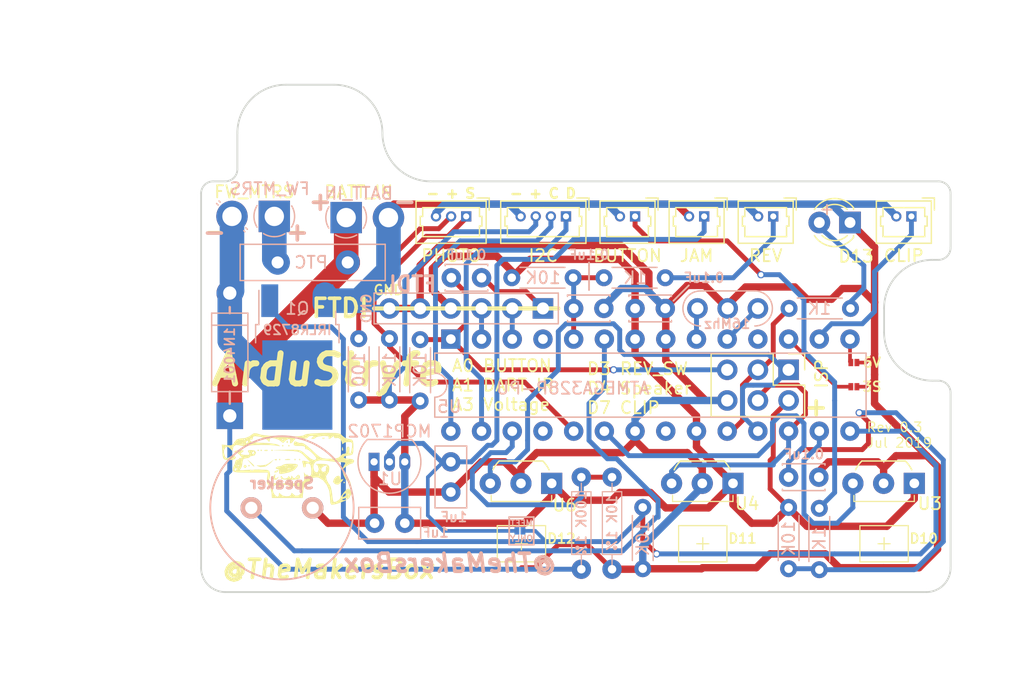
<source format=kicad_pcb>
(kicad_pcb (version 4) (host pcbnew 4.0.6)

  (general
    (links 90)
    (no_connects 1)
    (area 36.922999 77.289999 99.073001 119.440001)
    (thickness 1.6)
    (drawings 78)
    (tracks 451)
    (zones 0)
    (modules 44)
    (nets 36)
  )

  (page A4)
  (title_block
    (date "lun. 30 mars 2015")
  )

  (layers
    (0 F.Cu signal)
    (31 B.Cu signal)
    (32 B.Adhes user)
    (33 F.Adhes user)
    (34 B.Paste user)
    (35 F.Paste user)
    (36 B.SilkS user)
    (37 F.SilkS user)
    (38 B.Mask user)
    (39 F.Mask user)
    (40 Dwgs.User user)
    (41 Cmts.User user)
    (42 Eco1.User user)
    (43 Eco2.User user)
    (44 Edge.Cuts user)
    (45 Margin user)
    (46 B.CrtYd user)
    (47 F.CrtYd user)
    (48 B.Fab user hide)
    (49 F.Fab user hide)
  )

  (setup
    (last_trace_width 2.032)
    (user_trace_width 0.254)
    (user_trace_width 0.3048)
    (user_trace_width 0.4064)
    (user_trace_width 0.508)
    (user_trace_width 0.6096)
    (user_trace_width 0.9144)
    (user_trace_width 1.2)
    (user_trace_width 2.032)
    (trace_clearance 0.2)
    (zone_clearance 0.508)
    (zone_45_only no)
    (trace_min 0.2)
    (segment_width 0.15)
    (edge_width 0.15)
    (via_size 0.6)
    (via_drill 0.4)
    (via_min_size 0.4)
    (via_min_drill 0.3)
    (uvia_size 0.3)
    (uvia_drill 0.1)
    (uvias_allowed no)
    (uvia_min_size 0.2)
    (uvia_min_drill 0.1)
    (pcb_text_width 0.3)
    (pcb_text_size 1.5 1.5)
    (mod_edge_width 0.15)
    (mod_text_size 1 1)
    (mod_text_width 0.15)
    (pad_size 2.6 2.6)
    (pad_drill 1.6)
    (pad_to_mask_clearance 0)
    (aux_axis_origin 110.998 126.365)
    (grid_origin 110.998 126.365)
    (visible_elements 7FFFFFEF)
    (pcbplotparams
      (layerselection 0x010f0_80000001)
      (usegerberextensions true)
      (excludeedgelayer true)
      (linewidth 0.100000)
      (plotframeref false)
      (viasonmask false)
      (mode 1)
      (useauxorigin false)
      (hpglpennumber 1)
      (hpglpenspeed 20)
      (hpglpendiameter 15)
      (hpglpenoverlay 2)
      (psnegative false)
      (psa4output false)
      (plotreference true)
      (plotvalue true)
      (plotinvisibletext false)
      (padsonsilk false)
      (subtractmaskfromsilk false)
      (outputformat 1)
      (mirror false)
      (drillshape 0)
      (scaleselection 1)
      (outputdirectory gerbers/))
  )

  (net 0 "")
  (net 1 /Reset)
  (net 2 GND)
  (net 3 /A0)
  (net 4 /A1)
  (net 5 /A2)
  (net 6 /A3)
  (net 7 /AREF)
  (net 8 "/A4(SDA)")
  (net 9 "/A5(SCL)")
  (net 10 "/9(**)")
  (net 11 /8)
  (net 12 /7)
  (net 13 "/6(**)")
  (net 14 "/5(**)")
  (net 15 /4)
  (net 16 "/3(**)")
  (net 17 /2)
  (net 18 "/13(SCK)")
  (net 19 "/12(MISO)")
  (net 20 VCC)
  (net 21 "Net-(D2-Pad2)")
  (net 22 "Net-(U5-Pad9)")
  (net 23 "Net-(U5-Pad10)")
  (net 24 "/11(MOSI)")
  (net 25 "/10(SS)")
  (net 26 "/0(Rx)")
  (net 27 "/1(Tx)")
  (net 28 /#RTS)
  (net 29 "Net-(J6-Pad1)")
  (net 30 "Net-(J21-Pad1)")
  (net 31 "Net-(J8-Pad2)")
  (net 32 "Net-(F1-Pad2)")
  (net 33 /BATT)
  (net 34 "Net-(D1-Pad2)")
  (net 35 "Net-(C1-Pad1)")

  (net_class Default "This is the default net class."
    (clearance 0.2)
    (trace_width 0.25)
    (via_dia 0.6)
    (via_drill 0.4)
    (uvia_dia 0.3)
    (uvia_drill 0.1)
    (add_net /#RTS)
    (add_net "/0(Rx)")
    (add_net "/1(Tx)")
    (add_net "/10(SS)")
    (add_net "/11(MOSI)")
    (add_net "/12(MISO)")
    (add_net "/13(SCK)")
    (add_net /2)
    (add_net "/3(**)")
    (add_net /4)
    (add_net "/5(**)")
    (add_net "/6(**)")
    (add_net /7)
    (add_net /8)
    (add_net "/9(**)")
    (add_net /A0)
    (add_net /A1)
    (add_net /A2)
    (add_net /A3)
    (add_net "/A4(SDA)")
    (add_net "/A5(SCL)")
    (add_net /AREF)
    (add_net /BATT)
    (add_net /Reset)
    (add_net GND)
    (add_net "Net-(C1-Pad1)")
    (add_net "Net-(D1-Pad2)")
    (add_net "Net-(D2-Pad2)")
    (add_net "Net-(F1-Pad2)")
    (add_net "Net-(J21-Pad1)")
    (add_net "Net-(J6-Pad1)")
    (add_net "Net-(J8-Pad2)")
    (add_net "Net-(U5-Pad10)")
    (add_net "Net-(U5-Pad9)")
    (add_net VCC)
  )

  (module JMP (layer F.Cu) (tedit 5D2CA7EE) (tstamp 5D2CBC83)
    (at 90.998 100.365)
    (descr "Resistor SMD 0402, reflow soldering, Vishay (see dcrcw.pdf)")
    (tags "resistor 0402")
    (path /5D2CBFF9)
    (attr smd)
    (fp_text reference JP1 (at 0 -1.2) (layer F.SilkS) hide
      (effects (font (size 1 1) (thickness 0.15)))
    )
    (fp_text value 6V (at 1.5 0) (layer F.SilkS)
      (effects (font (size 0.8 0.8) (thickness 0.15)))
    )
    (fp_text user %R (at 0 -1.2) (layer F.Fab)
      (effects (font (size 1 1) (thickness 0.15)))
    )
    (fp_line (start -0.5 0.25) (end -0.5 -0.25) (layer F.Fab) (width 0.1))
    (fp_line (start 0.5 0.25) (end -0.5 0.25) (layer F.Fab) (width 0.1))
    (fp_line (start 0.5 -0.25) (end 0.5 0.25) (layer F.Fab) (width 0.1))
    (fp_line (start -0.5 -0.25) (end 0.5 -0.25) (layer F.Fab) (width 0.1))
    (fp_line (start -0.8 -0.45) (end 0.8 -0.45) (layer F.CrtYd) (width 0.05))
    (fp_line (start -0.8 -0.45) (end -0.8 0.45) (layer F.CrtYd) (width 0.05))
    (fp_line (start 0.8 0.45) (end 0.8 -0.45) (layer F.CrtYd) (width 0.05))
    (fp_line (start 0.8 0.45) (end -0.8 0.45) (layer F.CrtYd) (width 0.05))
    (pad 1 smd rect (at -0.25 0) (size 0.4 0.6) (layers F.Cu F.Paste F.Mask)
      (net 11 /8))
    (pad 2 smd rect (at 0.25 0) (size 0.4 0.6) (layers F.Cu F.Paste F.Mask)
      (net 2 GND))
    (model ${KISYS3DMOD}/Resistors_SMD.3dshapes/R_0402.wrl
      (at (xyz 0 0 0))
      (scale (xyz 1 1 1))
      (rotate (xyz 0 0 0))
    )
  )

  (module D_DO-41 (layer B.Cu) (tedit 5D2CA18C) (tstamp 5CE766AD)
    (at 39.37 104.775 90)
    (descr "D, DO-41_SOD81 series, Axial, Horizontal, pin pitch=10.16mm, , length*diameter=5.2*2.7mm^2, , http://www.diodes.com/_files/packages/DO-41%20(Plastic).pdf")
    (tags "D DO-41_SOD81 series Axial Horizontal pin pitch 10.16mm  length 5.2mm diameter 2.7mm")
    (path /5CDFABAB)
    (fp_text reference D1 (at 5.08 2.41 90) (layer B.SilkS) hide
      (effects (font (size 1 1) (thickness 0.15)) (justify mirror))
    )
    (fp_text value 1N4001 (at 5 0 90) (layer B.SilkS)
      (effects (font (size 0.8 0.8) (thickness 0.15)) (justify mirror))
    )
    (fp_line (start 2 0) (end 1 0) (layer B.SilkS) (width 0.2))
    (fp_line (start 8.5 0) (end 9 0) (layer B.SilkS) (width 0.2))
    (fp_line (start 7.5 1.5) (end 7.5 -1.5) (layer B.SilkS) (width 0.12))
    (fp_line (start 2 1.5) (end 2 -1.5) (layer B.SilkS) (width 0.12))
    (fp_line (start 2 -1.5) (end 8.5 -1.5) (layer B.SilkS) (width 0.12))
    (fp_line (start 8.5 -1.5) (end 8.5 1.5) (layer B.SilkS) (width 0.12))
    (fp_line (start 8.5 1.5) (end 2 1.5) (layer B.SilkS) (width 0.12))
    (fp_text user %R (at 5.08 0 90) (layer B.Fab)
      (effects (font (size 1 1) (thickness 0.15)) (justify mirror))
    )
    (fp_line (start -1.35 1.7) (end -1.35 -1.7) (layer B.CrtYd) (width 0.05))
    (fp_line (start -1.35 -1.7) (end 11.55 -1.7) (layer B.CrtYd) (width 0.05))
    (fp_line (start 11.55 -1.7) (end 11.55 1.7) (layer B.CrtYd) (width 0.05))
    (fp_line (start 11.55 1.7) (end -1.35 1.7) (layer B.CrtYd) (width 0.05))
    (pad 1 thru_hole rect (at 0 0 90) (size 2.2 2.2) (drill 1.1) (layers *.Cu *.Mask)
      (net 33 /BATT))
    (pad 2 thru_hole oval (at 10.16 0 90) (size 2.2 2.2) (drill 1.1) (layers *.Cu *.Mask)
      (net 34 "Net-(D1-Pad2)"))
    (model ${KISYS3DMOD}/Diodes_THT.3dshapes/D_DO-41_SOD81_P10.16mm_Horizontal.wrl
      (at (xyz 0 0 0))
      (scale (xyz 0.393701 0.393701 0.393701))
      (rotate (xyz 0 0 0))
    )
  )

  (module footprints:LED_D3.0mm (layer F.Cu) (tedit 5D1EBECC) (tstamp 5CE766C5)
    (at 90.678 88.773 180)
    (descr "LED, diameter 3.0mm, 2 pins")
    (tags "LED diameter 3.0mm 2 pins")
    (path /5BB7BB61)
    (fp_text reference D2 (at 1.27 -1.27 180) (layer F.Fab)
      (effects (font (size 1 1) (thickness 0.15)))
    )
    (fp_text value D13 (at -0.508 -2.794 180) (layer F.SilkS)
      (effects (font (size 1 1) (thickness 0.15)))
    )
    (fp_text user + (at 1.905 1.143 180) (layer B.SilkS)
      (effects (font (size 1 1) (thickness 0.15)) (justify mirror))
    )
    (fp_text user + (at 1.905 1.143 180) (layer F.SilkS)
      (effects (font (size 1 1) (thickness 0.15)))
    )
    (fp_arc (start 1.27 0) (end -0.23 -1.16619) (angle 284.3) (layer F.Fab) (width 0.1))
    (fp_arc (start 1.27 0) (end -0.29 -1.235516) (angle 108.8) (layer F.SilkS) (width 0.12))
    (fp_arc (start 1.27 0) (end -0.29 1.235516) (angle -108.8) (layer F.SilkS) (width 0.12))
    (fp_arc (start 1.27 0) (end 0.229039 -1.08) (angle 87.9) (layer F.SilkS) (width 0.12))
    (fp_arc (start 1.27 0) (end 0.229039 1.08) (angle -87.9) (layer F.SilkS) (width 0.12))
    (fp_circle (center 1.27 0) (end 2.77 0) (layer F.Fab) (width 0.1))
    (fp_line (start -0.23 -1.16619) (end -0.23 1.16619) (layer F.Fab) (width 0.1))
    (fp_line (start -0.29 -1.236) (end -0.29 -1.08) (layer F.SilkS) (width 0.12))
    (fp_line (start -0.29 1.08) (end -0.29 1.236) (layer F.SilkS) (width 0.12))
    (fp_line (start -1.15 -2.25) (end -1.15 2.25) (layer F.CrtYd) (width 0.05))
    (fp_line (start -1.15 2.25) (end 3.7 2.25) (layer F.CrtYd) (width 0.05))
    (fp_line (start 3.7 2.25) (end 3.7 -2.25) (layer F.CrtYd) (width 0.05))
    (fp_line (start 3.7 -2.25) (end -1.15 -2.25) (layer F.CrtYd) (width 0.05))
    (pad 1 thru_hole rect (at 0 0 180) (size 1.8 1.8) (drill 0.9) (layers *.Cu *.Mask)
      (net 2 GND))
    (pad 2 thru_hole circle (at 2.54 0 180) (size 1.8 1.8) (drill 0.9) (layers *.Cu *.Mask)
      (net 21 "Net-(D2-Pad2)"))
    (model ${KISYS3DMOD}/LEDs.3dshapes/LED_D3.0mm.wrl
      (at (xyz 0 0 0))
      (scale (xyz 0.393701 0.393701 0.393701))
      (rotate (xyz 0 0 0))
    )
  )

  (module Wire_Pads:SolderWirePad_single_2-5mmDrill (layer F.Cu) (tedit 5D019315) (tstamp 5D019310)
    (at 87.998 92.365)
    (path /5CE78195)
    (fp_text reference J14 (at 0.052 -0.192) (layer F.SilkS) hide
      (effects (font (size 1 1) (thickness 0.15)))
    )
    (fp_text value NPTH (at 0 -0.254) (layer F.Fab)
      (effects (font (size 1 1) (thickness 0.15)))
    )
    (pad "" np_thru_hole circle (at 0 0) (size 3 3) (drill 3) (layers *.Cu *.Mask))
  )

  (module footprints:Hall_Sensor (layer F.Cu) (tedit 5D111A4F) (tstamp 5CE76795)
    (at 95.998 110.365 180)
    (descr "TO-92 leads in-line, wide, drill 0.8mm (see NXP sot054_po.pdf)")
    (tags "to-92 sc-43 sc-43a sot54 PA33 transistor")
    (path /5CE1F6F9)
    (fp_text reference U3 (at -1.284 -1.681 360) (layer F.SilkS)
      (effects (font (size 1 1) (thickness 0.15)))
    )
    (fp_text value "HALL SENSOR" (at 6.477 -0.381 450) (layer F.SilkS) hide
      (effects (font (size 1 1) (thickness 0.15)))
    )
    (fp_line (start 0.5 -6.5) (end 4.5 -6.5) (layer F.SilkS) (width 0.1))
    (fp_line (start 4.5 -6.5) (end 4.5 -3.5) (layer F.SilkS) (width 0.1))
    (fp_line (start 4.5 -3.5) (end 0.5 -3.5) (layer F.SilkS) (width 0.1))
    (fp_line (start 0.5 -3.5) (end 0.5 -6.5) (layer F.SilkS) (width 0.1))
    (fp_line (start 2.5 -5.5) (end 2.5 -4.5) (layer F.SilkS) (width 0.1))
    (fp_line (start 2 -5) (end 3 -5) (layer F.SilkS) (width 0.1))
    (fp_line (start 0 -1) (end 0 -1.5) (layer F.SilkS) (width 0.1))
    (fp_line (start 0 -1.5) (end 5 -1.5) (layer F.SilkS) (width 0.1))
    (fp_line (start 5 -1.5) (end 5 -1) (layer F.SilkS) (width 0.1))
    (fp_text user %R (at 6.82 -1.125 360) (layer F.Fab)
      (effects (font (size 1 1) (thickness 0.15)))
    )
    (fp_line (start 0.74 1.85) (end 4.34 1.85) (layer F.SilkS) (width 0.12))
    (fp_line (start 0.8 1.75) (end 4.3 1.75) (layer F.Fab) (width 0.1))
    (fp_line (start -1.01 -2.73) (end 6.09 -2.73) (layer F.CrtYd) (width 0.05))
    (fp_line (start -1.01 -2.73) (end -1.01 2.01) (layer F.CrtYd) (width 0.05))
    (fp_line (start 6.09 2.01) (end 6.09 -2.73) (layer F.CrtYd) (width 0.05))
    (fp_line (start 6.09 2.01) (end -1.01 2.01) (layer F.CrtYd) (width 0.05))
    (fp_arc (start 2.54 0) (end 0.74 1.85) (angle 20) (layer F.SilkS) (width 0.12))
    (fp_arc (start 2.54 0) (end 4.34 1.85) (angle -20) (layer F.SilkS) (width 0.12))
    (pad 3 thru_hole circle (at 5.08 0 270) (size 1.75 1.75) (drill 0.8) (layers *.Cu *.Mask)
      (net 25 "/10(SS)"))
    (pad 2 thru_hole circle (at 2.54 0 270) (size 1.75 1.75) (drill 0.8) (layers *.Cu *.Mask)
      (net 2 GND))
    (pad 1 thru_hole rect (at 0 0 270) (size 1.75 1.75) (drill 0.8) (layers *.Cu *.Mask)
      (net 20 VCC))
    (model ${KISYS3DMOD}/TO_SOT_Packages_THT.3dshapes/TO-92_Inline_Wide.wrl
      (at (xyz 0.1 0 0))
      (scale (xyz 1 1 1))
      (rotate (xyz 0 0 -90))
    )
  )

  (module footprints:Fuse_Littelfuse-LVR125 (layer B.Cu) (tedit 5D125270) (tstamp 5D001DA3)
    (at 46.228 92.075 180)
    (descr "Littelfuse, resettable fuse, PTC, polyswitch LVR125, Ih 1.25A, http://www.littelfuse.com/~/media/electronics/datasheets/resettable_ptcs/littelfuse_ptc_lvr_catalog_datasheet.pdf.pdf")
    (tags "LVR125 PTC resettable polyswitch ")
    (path /5CFFD544)
    (fp_text reference F1 (at 5.715 0 180) (layer B.SilkS) hide
      (effects (font (size 1 1) (thickness 0.15)) (justify mirror))
    )
    (fp_text value PTC (at 0.127 0 180) (layer B.SilkS)
      (effects (font (size 1 1) (thickness 0.15)) (justify mirror))
    )
    (fp_line (start -6 -1.5) (end 6 -1.5) (layer B.SilkS) (width 0.12))
    (fp_line (start 6 1.5) (end -6 1.5) (layer B.SilkS) (width 0.12))
    (fp_line (start -6 -1.5) (end -6 1.5) (layer B.SilkS) (width 0.12))
    (fp_line (start 6 1.5) (end 6 -1.5) (layer B.SilkS) (width 0.12))
    (fp_text user %R (at -5 0 180) (layer B.Fab)
      (effects (font (size 1 1) (thickness 0.15)) (justify mirror))
    )
    (pad 1 thru_hole circle (at -2.9 0 180) (size 2 2) (drill 1) (layers *.Cu *.Mask)
      (net 33 /BATT))
    (pad 2 thru_hole circle (at 2.9 0 180) (size 2 2) (drill 1) (layers *.Cu *.Mask)
      (net 32 "Net-(F1-Pad2)"))
    (model ${KISYS3DMOD}/Fuse_Holders_and_Fuses.3dshapes/Fuse_Littelfuse-LVR125.wrl
      (at (xyz 0 0 0))
      (scale (xyz 1 1 1))
      (rotate (xyz 0 0 0))
    )
  )

  (module Pin_Headers:Pin_Header_Straight_1x06_Pitch2.54mm (layer B.Cu) (tedit 5D1EC18C) (tstamp 5CE766F8)
    (at 65.278 95.885 90)
    (descr "Through hole straight pin header, 1x06, 2.54mm pitch, single row")
    (tags "Through hole pin header THT 1x06 2.54mm single row")
    (path /5CE157C8)
    (fp_text reference J7 (at 0 2.33 90) (layer B.SilkS) hide
      (effects (font (size 1 1) (thickness 0.15)) (justify mirror))
    )
    (fp_text value FTDI (at 2.02 -10.78 180) (layer B.SilkS)
      (effects (font (size 1.25 1.25) (thickness 0.25)) (justify mirror))
    )
    (fp_line (start -1.27 1.27) (end 1.27 1.27) (layer B.SilkS) (width 0.12))
    (fp_line (start 1.27 1.27) (end 1.27 -13.97) (layer B.SilkS) (width 0.12))
    (fp_line (start 1.27 -13.97) (end -1.27 -13.97) (layer B.SilkS) (width 0.12))
    (fp_line (start -1.27 -13.97) (end -1.27 1.27) (layer B.SilkS) (width 0.12))
    (fp_line (start -0.635 1.27) (end 1.27 1.27) (layer B.Fab) (width 0.1))
    (fp_line (start 1.27 1.27) (end 1.27 -13.97) (layer B.Fab) (width 0.1))
    (fp_line (start 1.27 -13.97) (end -1.27 -13.97) (layer B.Fab) (width 0.1))
    (fp_line (start -1.27 -13.97) (end -1.27 0.635) (layer B.Fab) (width 0.1))
    (fp_line (start -1.27 0.635) (end -0.635 1.27) (layer B.Fab) (width 0.1))
    (fp_line (start -1.8 1.8) (end -1.8 -14.5) (layer B.CrtYd) (width 0.05))
    (fp_line (start -1.8 -14.5) (end 1.8 -14.5) (layer B.CrtYd) (width 0.05))
    (fp_line (start 1.8 -14.5) (end 1.8 1.8) (layer B.CrtYd) (width 0.05))
    (fp_line (start 1.8 1.8) (end -1.8 1.8) (layer B.CrtYd) (width 0.05))
    (fp_text user %R (at 0 -6.35 360) (layer B.Fab)
      (effects (font (size 1 1) (thickness 0.15)) (justify mirror))
    )
    (pad 1 thru_hole rect (at 0 0 90) (size 1.7 1.7) (drill 1) (layers *.Cu *.Mask)
      (net 28 /#RTS))
    (pad 2 thru_hole oval (at 0 -2.54 90) (size 1.7 1.7) (drill 1) (layers *.Cu *.Mask)
      (net 27 "/1(Tx)"))
    (pad 3 thru_hole oval (at 0 -5.08 90) (size 1.7 1.7) (drill 1) (layers *.Cu *.Mask)
      (net 26 "/0(Rx)"))
    (pad 4 thru_hole oval (at 0 -7.62 90) (size 1.7 1.7) (drill 1) (layers *.Cu *.Mask)
      (net 20 VCC))
    (pad 5 thru_hole oval (at 0 -10.16 90) (size 1.7 1.7) (drill 1) (layers *.Cu *.Mask)
      (net 2 GND))
    (pad 6 thru_hole oval (at 0 -12.7 90) (size 1.7 1.7) (drill 1) (layers *.Cu *.Mask)
      (net 2 GND))
    (model ${KISYS3DMOD}/Pin_Headers.3dshapes/Pin_Header_Straight_1x06_Pitch2.54mm.wrl
      (at (xyz 0 0 0))
      (scale (xyz 1 1 1))
      (rotate (xyz 0 0 0))
    )
  )

  (module Wire_Pads:SolderWirePad_single_2-5mmDrill (layer F.Cu) (tedit 5D019313) (tstamp 5D019308)
    (at 46.998 82.365)
    (path /5CE78195)
    (fp_text reference J14 (at 0.052 -0.192) (layer F.SilkS) hide
      (effects (font (size 1 1) (thickness 0.15)))
    )
    (fp_text value NPTH (at 0 -0.254) (layer F.Fab)
      (effects (font (size 1 1) (thickness 0.15)))
    )
    (pad "" np_thru_hole circle (at 0 0) (size 3 3) (drill 3) (layers *.Cu *.Mask))
  )

  (module footprints:DIP-28_W7.62mm locked (layer B.Cu) (tedit 5D0507A2) (tstamp 5BB69B80)
    (at 57.658 98.425 270)
    (descr "28-lead though-hole mounted DIP package, row spacing 7.62 mm (300 mils)")
    (tags "THT DIP DIL PDIP 2.54mm 7.62mm 300mil")
    (path /5BB5CB12)
    (fp_text reference U5 (at 5.588 0.127 540) (layer B.SilkS)
      (effects (font (size 1 1) (thickness 0.15)) (justify mirror))
    )
    (fp_text value ATMEGA328P-PU (at 4.064 -10.0965 540) (layer B.SilkS)
      (effects (font (size 1 1) (thickness 0.15)) (justify mirror))
    )
    (fp_arc (start 3.81 1.33) (end 2.81 1.33) (angle 180) (layer B.SilkS) (width 0.12))
    (fp_line (start 1.635 1.27) (end 6.985 1.27) (layer B.Fab) (width 0.1))
    (fp_line (start 6.985 1.27) (end 6.985 -34.29) (layer B.Fab) (width 0.1))
    (fp_line (start 6.985 -34.29) (end 0.635 -34.29) (layer B.Fab) (width 0.1))
    (fp_line (start 0.635 -34.29) (end 0.635 0.27) (layer B.Fab) (width 0.1))
    (fp_line (start 0.635 0.27) (end 1.635 1.27) (layer B.Fab) (width 0.1))
    (fp_line (start 2.81 1.33) (end 1.16 1.33) (layer B.SilkS) (width 0.12))
    (fp_line (start 1.16 1.33) (end 1.16 -34.35) (layer B.SilkS) (width 0.12))
    (fp_line (start 1.16 -34.35) (end 6.46 -34.35) (layer B.SilkS) (width 0.12))
    (fp_line (start 6.46 -34.35) (end 6.46 1.33) (layer B.SilkS) (width 0.12))
    (fp_line (start 6.46 1.33) (end 4.81 1.33) (layer B.SilkS) (width 0.12))
    (fp_line (start -1.1 1.55) (end -1.1 -34.55) (layer B.CrtYd) (width 0.05))
    (fp_line (start -1.1 -34.55) (end 8.7 -34.55) (layer B.CrtYd) (width 0.05))
    (fp_line (start 8.7 -34.55) (end 8.7 1.55) (layer B.CrtYd) (width 0.05))
    (fp_line (start 8.7 1.55) (end -1.1 1.55) (layer B.CrtYd) (width 0.05))
    (fp_text user %R (at 3.81 -16.51 270) (layer B.Fab)
      (effects (font (size 1 1) (thickness 0.15)) (justify mirror))
    )
    (pad 1 thru_hole rect (at 0 0 270) (size 1.6 1.6) (drill 0.8) (layers *.Cu *.Mask)
      (net 1 /Reset))
    (pad 15 thru_hole oval (at 7.62 -33.02 270) (size 1.6 1.6) (drill 0.8) (layers *.Cu *.Mask)
      (net 10 "/9(**)"))
    (pad 2 thru_hole oval (at 0 -2.54 270) (size 1.6 1.6) (drill 0.8) (layers *.Cu *.Mask)
      (net 26 "/0(Rx)"))
    (pad 16 thru_hole oval (at 7.62 -30.48 270) (size 1.6 1.6) (drill 0.8) (layers *.Cu *.Mask)
      (net 25 "/10(SS)"))
    (pad 3 thru_hole oval (at 0 -5.08 270) (size 1.6 1.6) (drill 0.8) (layers *.Cu *.Mask)
      (net 27 "/1(Tx)"))
    (pad 17 thru_hole oval (at 7.62 -27.94 270) (size 1.6 1.6) (drill 0.8) (layers *.Cu *.Mask)
      (net 24 "/11(MOSI)"))
    (pad 4 thru_hole oval (at 0 -7.62 270) (size 1.6 1.6) (drill 0.8) (layers *.Cu *.Mask)
      (net 17 /2))
    (pad 18 thru_hole oval (at 7.62 -25.4 270) (size 1.6 1.6) (drill 0.8) (layers *.Cu *.Mask)
      (net 19 "/12(MISO)"))
    (pad 5 thru_hole oval (at 0 -10.16 270) (size 1.6 1.6) (drill 0.8) (layers *.Cu *.Mask)
      (net 16 "/3(**)"))
    (pad 19 thru_hole oval (at 7.62 -22.86 270) (size 1.6 1.6) (drill 0.8) (layers *.Cu *.Mask)
      (net 18 "/13(SCK)"))
    (pad 6 thru_hole oval (at 0 -12.7 270) (size 1.6 1.6) (drill 0.8) (layers *.Cu *.Mask)
      (net 15 /4))
    (pad 20 thru_hole oval (at 7.62 -20.32 270) (size 1.6 1.6) (drill 0.8) (layers *.Cu *.Mask)
      (net 20 VCC))
    (pad 7 thru_hole oval (at 0 -15.24 270) (size 1.6 1.6) (drill 0.8) (layers *.Cu *.Mask)
      (net 20 VCC))
    (pad 21 thru_hole oval (at 7.62 -17.78 270) (size 1.6 1.6) (drill 0.8) (layers *.Cu *.Mask)
      (net 7 /AREF))
    (pad 8 thru_hole oval (at 0 -17.78 270) (size 1.6 1.6) (drill 0.8) (layers *.Cu *.Mask)
      (net 2 GND))
    (pad 22 thru_hole oval (at 7.62 -15.24 270) (size 1.6 1.6) (drill 0.8) (layers *.Cu *.Mask)
      (net 2 GND))
    (pad 9 thru_hole oval (at 0 -20.32 270) (size 1.6 1.6) (drill 0.8) (layers *.Cu *.Mask)
      (net 22 "Net-(U5-Pad9)"))
    (pad 23 thru_hole oval (at 7.62 -12.7 270) (size 1.6 1.6) (drill 0.8) (layers *.Cu *.Mask)
      (net 3 /A0))
    (pad 10 thru_hole oval (at 0 -22.86 270) (size 1.6 1.6) (drill 0.8) (layers *.Cu *.Mask)
      (net 23 "Net-(U5-Pad10)"))
    (pad 24 thru_hole oval (at 7.62 -10.16 270) (size 1.6 1.6) (drill 0.8) (layers *.Cu *.Mask)
      (net 4 /A1))
    (pad 11 thru_hole oval (at 0 -25.4 270) (size 1.6 1.6) (drill 0.8) (layers *.Cu *.Mask)
      (net 14 "/5(**)"))
    (pad 25 thru_hole oval (at 7.62 -7.62 270) (size 1.6 1.6) (drill 0.8) (layers *.Cu *.Mask)
      (net 5 /A2))
    (pad 12 thru_hole oval (at 0 -27.94 270) (size 1.6 1.6) (drill 0.8) (layers *.Cu *.Mask)
      (net 13 "/6(**)"))
    (pad 26 thru_hole oval (at 7.62 -5.08 270) (size 1.6 1.6) (drill 0.8) (layers *.Cu *.Mask)
      (net 6 /A3))
    (pad 13 thru_hole oval (at 0 -30.48 270) (size 1.6 1.6) (drill 0.8) (layers *.Cu *.Mask)
      (net 12 /7))
    (pad 27 thru_hole oval (at 7.62 -2.54 270) (size 1.6 1.6) (drill 0.8) (layers *.Cu *.Mask)
      (net 8 "/A4(SDA)"))
    (pad 14 thru_hole oval (at 0 -33.02 270) (size 1.6 1.6) (drill 0.8) (layers *.Cu *.Mask)
      (net 11 /8))
    (pad 28 thru_hole oval (at 7.62 0 270) (size 1.6 1.6) (drill 0.8) (layers *.Cu *.Mask)
      (net 9 "/A5(SCL)"))
    (model ${KISYS3DMOD}/Housings_DIP.3dshapes/DIP-28_W7.62mm.wrl
      (at (xyz 0 0 0))
      (scale (xyz 1 1 1))
      (rotate (xyz 0 0 0))
    )
  )

  (module footprints:TerminalBlock_P3.50mm_Horizontal (layer B.Cu) (tedit 5D38755C) (tstamp 5CFEEB59)
    (at 48.998 88.365)
    (descr "Terminal Block Phoenix PT-1,5-2-3.5-H, 2 pins, pitch 3.5mm, size 7x7.6mm^2, drill diamater 1.2mm, pad diameter 2.4mm, see , script-generated using https://github.com/pointhi/kicad-footprint-generator/scripts/TerminalBlock_Phoenix")
    (tags "THT Terminal Block Phoenix PT-1,5-2-3.5-H pitch 3.5mm size 7x7.6mm^2 drill 1.2mm pad 2.4mm")
    (path /5CE59139)
    (fp_text reference J2 (at 2 -2) (layer B.SilkS) hide
      (effects (font (size 1 1) (thickness 0.15)) (justify mirror))
    )
    (fp_text value BATT_IN (at 1.04 -2.005 180) (layer B.SilkS)
      (effects (font (size 1 1) (thickness 0.15)) (justify mirror))
    )
    (fp_arc (start 0 0) (end 1.425 -0.891) (angle 64) (layer B.SilkS) (width 0.12))
    (fp_arc (start 0 0) (end 0.866 1.44) (angle 63) (layer B.SilkS) (width 0.12))
    (fp_arc (start 0 0) (end -1.44 0.866) (angle 63) (layer B.SilkS) (width 0.12))
    (fp_circle (center 0 0) (end 1.5 0) (layer B.Fab) (width 0.1))
    (fp_circle (center 3.5 0) (end 5 0) (layer B.Fab) (width 0.1))
    (fp_line (start -1.75 3.1) (end 5.25 3.1) (layer B.Fab) (width 0.1))
    (fp_line (start 5.25 3.1) (end 5.25 -4.5) (layer B.Fab) (width 0.1))
    (fp_line (start 5.25 -4.5) (end -1.35 -4.5) (layer B.Fab) (width 0.1))
    (fp_line (start -1.35 -4.5) (end -1.75 -4.1) (layer B.Fab) (width 0.1))
    (fp_line (start -1.75 -4.1) (end -1.75 3.1) (layer B.Fab) (width 0.1))
    (fp_line (start -1.75 -4.1) (end 5.25 -4.1) (layer B.Fab) (width 0.1))
    (fp_line (start -1.75 -3) (end 5.25 -3) (layer B.Fab) (width 0.1))
    (fp_line (start 1.138 0.955) (end -0.955 -1.138) (layer B.Fab) (width 0.1))
    (fp_line (start 0.955 1.138) (end -1.138 -0.955) (layer B.Fab) (width 0.1))
    (fp_line (start 4.638 0.955) (end 2.546 -1.138) (layer B.Fab) (width 0.1))
    (fp_line (start 4.455 1.138) (end 2.363 -0.955) (layer B.Fab) (width 0.1))
    (fp_line (start -2.25 3.6) (end -2.25 -5) (layer B.CrtYd) (width 0.05))
    (fp_line (start -2.25 -5) (end 5.75 -5) (layer B.CrtYd) (width 0.05))
    (fp_line (start 5.75 -5) (end 5.75 3.6) (layer B.CrtYd) (width 0.05))
    (fp_line (start 5.75 3.6) (end -2.25 3.6) (layer B.CrtYd) (width 0.05))
    (fp_text user %R (at 2 -2) (layer B.Fab)
      (effects (font (size 1 1) (thickness 0.15)) (justify mirror))
    )
    (pad 1 thru_hole rect (at 0 0) (size 2.6 2.6) (drill 1.6) (layers *.Cu *.Mask)
      (net 33 /BATT))
    (pad 2 thru_hole circle (at 3.5 0) (size 2.6 2.6) (drill 1.6) (layers *.Cu *.Mask)
      (net 2 GND))
    (model ${KISYS3DMOD}/TerminalBlock_Phoenix.3dshapes/TerminalBlock_Phoenix_PT-1,5-2-3.5-H_1x02_P3.50mm_Horizontal.wrl
      (at (xyz 0 0 0))
      (scale (xyz 1 1 1))
      (rotate (xyz 0 0 0))
    )
  )

  (module footprints:TerminalBlock_P3.50mm_Horizontal (layer B.Cu) (tedit 5D1EC471) (tstamp 5CFEEB6E)
    (at 43.053 88.265 180)
    (descr "Terminal Block Phoenix PT-1,5-2-3.5-H, 2 pins, pitch 3.5mm, size 7x7.6mm^2, drill diamater 1.2mm, pad diameter 2.4mm, see , script-generated using https://github.com/pointhi/kicad-footprint-generator/scripts/TerminalBlock_Phoenix")
    (tags "THT Terminal Block Phoenix PT-1,5-2-3.5-H pitch 3.5mm size 7x7.6mm^2 drill 1.2mm pad 2.4mm")
    (path /5CE592FA)
    (fp_text reference J9 (at 2 -2 180) (layer B.SilkS) hide
      (effects (font (size 1 1) (thickness 0.15)) (justify mirror))
    )
    (fp_text value FW_MTRS (at 0.381 2.286 360) (layer B.SilkS)
      (effects (font (size 1 1) (thickness 0.15)) (justify mirror))
    )
    (fp_arc (start 0 0) (end 0 -1.68) (angle 32) (layer B.SilkS) (width 0.12))
    (fp_arc (start 0 0) (end 1.425 -0.891) (angle 64) (layer B.SilkS) (width 0.12))
    (fp_arc (start 0 0) (end -1.44 0.866) (angle 63) (layer B.SilkS) (width 0.12))
    (fp_arc (start 0 0) (end -0.866 -1.44) (angle 32) (layer B.SilkS) (width 0.12))
    (fp_circle (center 0 0) (end 1.5 0) (layer B.Fab) (width 0.1))
    (fp_circle (center 3.5 0) (end 5 0) (layer B.Fab) (width 0.1))
    (fp_line (start -1.75 3.1) (end 5.25 3.1) (layer B.Fab) (width 0.1))
    (fp_line (start 5.25 3.1) (end 5.25 -4.5) (layer B.Fab) (width 0.1))
    (fp_line (start 5.25 -4.5) (end -1.35 -4.5) (layer B.Fab) (width 0.1))
    (fp_line (start -1.35 -4.5) (end -1.75 -4.1) (layer B.Fab) (width 0.1))
    (fp_line (start -1.75 -4.1) (end -1.75 3.1) (layer B.Fab) (width 0.1))
    (fp_line (start -1.75 -4.1) (end 5.25 -4.1) (layer B.Fab) (width 0.1))
    (fp_line (start -1.75 -3) (end 5.25 -3) (layer B.Fab) (width 0.1))
    (fp_line (start 1.138 0.955) (end -0.955 -1.138) (layer B.Fab) (width 0.1))
    (fp_line (start 0.955 1.138) (end -1.138 -0.955) (layer B.Fab) (width 0.1))
    (fp_line (start 4.638 0.955) (end 2.546 -1.138) (layer B.Fab) (width 0.1))
    (fp_line (start 4.455 1.138) (end 2.363 -0.955) (layer B.Fab) (width 0.1))
    (fp_line (start 4.775 1.069) (end 4.646 0.941) (layer B.SilkS) (width 0.12))
    (fp_line (start 2.525 -1.181) (end 2.431 -1.274) (layer B.SilkS) (width 0.12))
    (fp_line (start 4.57 1.275) (end 4.476 1.181) (layer B.SilkS) (width 0.12))
    (fp_line (start 2.355 -0.941) (end 2.226 -1.069) (layer B.SilkS) (width 0.12))
    (fp_line (start -2.25 3.6) (end -2.25 -5) (layer B.CrtYd) (width 0.05))
    (fp_line (start -2.25 -5) (end 5.75 -5) (layer B.CrtYd) (width 0.05))
    (fp_line (start 5.75 -5) (end 5.75 3.6) (layer B.CrtYd) (width 0.05))
    (fp_line (start 5.75 3.6) (end -2.25 3.6) (layer B.CrtYd) (width 0.05))
    (fp_text user %R (at 2 -2 180) (layer B.Fab)
      (effects (font (size 1 1) (thickness 0.15)) (justify mirror))
    )
    (pad 1 thru_hole rect (at 0 0 180) (size 2.6 2.6) (drill 1.6) (layers *.Cu *.Mask)
      (net 32 "Net-(F1-Pad2)"))
    (pad 2 thru_hole circle (at 3.5 0 180) (size 2.6 2.6) (drill 1.6) (layers *.Cu *.Mask)
      (net 34 "Net-(D1-Pad2)"))
    (model ${KISYS3DMOD}/TerminalBlock_Phoenix.3dshapes/TerminalBlock_Phoenix_PT-1,5-2-3.5-H_1x02_P3.50mm_Horizontal.wrl
      (at (xyz 0 0 0))
      (scale (xyz 1 1 1))
      (rotate (xyz 0 0 0))
    )
  )

  (module footprints:Resonator-3pin_w7.0mm_h2.5mm (layer B.Cu) (tedit 5D02B93C) (tstamp 5BB69BAF)
    (at 83.058 95.885 180)
    (descr "Ceramic Resomator/Filter 7.0x2.5mm^2, length*width=7.0x2.5mm^2 package, package length=7.0mm, package width=2.5mm, 3 pins")
    (tags "THT ceramic resonator filter")
    (path /5BB6F476)
    (fp_text reference Y1 (at -1.27 -1.651 180) (layer B.SilkS) hide
      (effects (font (size 1 1) (thickness 0.15)) (justify mirror))
    )
    (fp_text value 16Mhz (at 2.54 -1.27 180) (layer B.SilkS)
      (effects (font (size 0.8 0.8) (thickness 0.15)) (justify mirror))
    )
    (fp_text user %R (at 2.5 0 180) (layer B.Fab)
      (effects (font (size 1 1) (thickness 0.15)) (justify mirror))
    )
    (fp_line (start 0.25 1.25) (end 4.75 1.25) (layer B.Fab) (width 0.1))
    (fp_line (start 0.25 -1.25) (end 4.75 -1.25) (layer B.Fab) (width 0.1))
    (fp_line (start 0.25 1.25) (end 4.75 1.25) (layer B.Fab) (width 0.1))
    (fp_line (start 0.25 -1.25) (end 4.75 -1.25) (layer B.Fab) (width 0.1))
    (fp_line (start 0.25 1.45) (end 4.75 1.45) (layer B.SilkS) (width 0.12))
    (fp_line (start -1.5 1.7) (end -1.5 -1.7) (layer B.CrtYd) (width 0.05))
    (fp_line (start -1.5 -1.7) (end 6.5 -1.7) (layer B.CrtYd) (width 0.05))
    (fp_line (start 6.5 -1.7) (end 6.5 1.7) (layer B.CrtYd) (width 0.05))
    (fp_line (start 6.5 1.7) (end -1.5 1.7) (layer B.CrtYd) (width 0.05))
    (fp_arc (start 0.25 0) (end 0.25 1.25) (angle 180) (layer B.Fab) (width 0.1))
    (fp_arc (start 4.75 0) (end 4.75 1.25) (angle -180) (layer B.Fab) (width 0.1))
    (fp_arc (start 0.25 0) (end 0.25 1.25) (angle 180) (layer B.Fab) (width 0.1))
    (fp_arc (start 4.75 0) (end 4.75 1.25) (angle -180) (layer B.Fab) (width 0.1))
    (fp_arc (start 0.25 0) (end 0.25 1.45) (angle 180) (layer B.SilkS) (width 0.12))
    (fp_arc (start 4.75 0) (end 4.75 1.45) (angle -180) (layer B.SilkS) (width 0.12))
    (pad 1 thru_hole circle (at 0 0 180) (size 1.7 1.7) (drill 1) (layers *.Cu *.Mask)
      (net 23 "Net-(U5-Pad10)"))
    (pad 2 thru_hole circle (at 2.5 0 180) (size 1.7 1.7) (drill 1) (layers *.Cu *.Mask)
      (net 2 GND))
    (pad 3 thru_hole circle (at 5 0 180) (size 1.7 1.7) (drill 1) (layers *.Cu *.Mask)
      (net 22 "Net-(U5-Pad9)"))
    (model ${KISYS3DMOD}/Crystals.3dshapes/Resonator-3pin_w7.0mm_h2.5mm.wrl
      (at (xyz 0 0 0))
      (scale (xyz 0.393701 0.393701 0.393701))
      (rotate (xyz 0 0 0))
    )
  )

  (module footprints:SPEAKER (layer B.Cu) (tedit 5D050A1D) (tstamp 5CF7F78A)
    (at 43.688 112.395 270)
    (descr "Switch inverseur")
    (tags "SWITCH DEV")
    (path /5CF98DB6)
    (fp_text reference LS1 (at 0 -5.08 270) (layer B.SilkS) hide
      (effects (font (size 1.016 1.016) (thickness 0.2032)) (justify mirror))
    )
    (fp_text value Speaker (at -2.032 0 360) (layer B.SilkS)
      (effects (font (size 0.889 0.889) (thickness 0.22225)) (justify mirror))
    )
    (fp_circle (center 0 0) (end -5.842 1.016) (layer B.SilkS) (width 0.15))
    (pad 2 thru_hole circle (at 0 -2.54 270) (size 1.778 1.778) (drill 1.016) (layers *.Cu *.Mask B.SilkS)
      (net 2 GND))
    (pad 1 thru_hole circle (at 0 2.54 270) (size 1.778 1.778) (drill 1.016) (layers *.Cu *.Mask B.SilkS)
      (net 15 /4))
  )

  (module footprints:R__P5.08mm (layer B.Cu) (tedit 5CE6B6CD) (tstamp 5CDF7E55)
    (at 65.278 93.345 180)
    (descr "Resistor, Axial_DIN0204 series, Axial, Horizontal, pin pitch=5.08mm, 0.16666666666666666W = 1/6W, length*diameter=3.6*1.6mm^2, http://cdn-reichelt.de/documents/datenblatt/B400/1_4W%23YAG.pdf")
    (tags "Resistor Axial_DIN0204 series Axial Horizontal pin pitch 5.08mm 0.16666666666666666W = 1/6W length 3.6mm diameter 1.6mm")
    (path /5CE1198B)
    (fp_text reference R6 (at 0 0 180) (layer B.SilkS) hide
      (effects (font (size 1 1) (thickness 0.15)) (justify mirror))
    )
    (fp_text value 10K (at 0 0 180) (layer B.SilkS)
      (effects (font (size 1 1) (thickness 0.15)) (justify mirror))
    )
    (fp_line (start -1.76 0.8) (end -1.76 -0.8) (layer B.Fab) (width 0.1))
    (fp_line (start -1.76 -0.8) (end 1.84 -0.8) (layer B.Fab) (width 0.1))
    (fp_line (start 1.84 -0.8) (end 1.84 0.8) (layer B.Fab) (width 0.1))
    (fp_line (start 1.84 0.8) (end -1.76 0.8) (layer B.Fab) (width 0.1))
    (fp_line (start -2.5 0) (end -1.76 0) (layer B.Fab) (width 0.1))
    (fp_line (start 2.58 0) (end 1.84 0) (layer B.Fab) (width 0.1))
    (fp_line (start -1.82 0.86) (end 1.9 0.86) (layer B.SilkS) (width 0.12))
    (fp_line (start -1.82 -0.86) (end 1.9 -0.86) (layer B.SilkS) (width 0.12))
    (fp_line (start -3.45 1.15) (end -3.45 -1.15) (layer B.CrtYd) (width 0.05))
    (fp_line (start -3.45 -1.15) (end 3.55 -1.15) (layer B.CrtYd) (width 0.05))
    (fp_line (start 3.55 -1.15) (end 3.55 1.15) (layer B.CrtYd) (width 0.05))
    (fp_line (start 3.55 1.15) (end -3.45 1.15) (layer B.CrtYd) (width 0.05))
    (pad 1 thru_hole circle (at -2.5 0 180) (size 1.4 1.4) (drill 0.7) (layers *.Cu *.Mask)
      (net 16 "/3(**)"))
    (pad 2 thru_hole oval (at 2.58 0 180) (size 1.4 1.4) (drill 0.7) (layers *.Cu *.Mask)
      (net 20 VCC))
    (model ${KISYS3DMOD}/Resistors_THT.3dshapes/R_Axial_DIN0204_L3.6mm_D1.6mm_P5.08mm_Horizontal.wrl
      (at (xyz 0 0 0))
      (scale (xyz 0.393701 0.393701 0.393701))
      (rotate (xyz 0 0 0))
    )
  )

  (module footprints:R__P5.08mm (layer B.Cu) (tedit 5CE6B6CD) (tstamp 5CDF7E5B)
    (at 72.898 93.345 180)
    (descr "Resistor, Axial_DIN0204 series, Axial, Horizontal, pin pitch=5.08mm, 0.16666666666666666W = 1/6W, length*diameter=3.6*1.6mm^2, http://cdn-reichelt.de/documents/datenblatt/B400/1_4W%23YAG.pdf")
    (tags "Resistor Axial_DIN0204 series Axial Horizontal pin pitch 5.08mm 0.16666666666666666W = 1/6W length 3.6mm diameter 1.6mm")
    (path /5CE11991)
    (fp_text reference R7 (at 0 0 180) (layer B.SilkS) hide
      (effects (font (size 1 1) (thickness 0.15)) (justify mirror))
    )
    (fp_text value 1K (at 0 0 180) (layer B.SilkS)
      (effects (font (size 1 1) (thickness 0.15)) (justify mirror))
    )
    (fp_line (start -1.76 0.8) (end -1.76 -0.8) (layer B.Fab) (width 0.1))
    (fp_line (start -1.76 -0.8) (end 1.84 -0.8) (layer B.Fab) (width 0.1))
    (fp_line (start 1.84 -0.8) (end 1.84 0.8) (layer B.Fab) (width 0.1))
    (fp_line (start 1.84 0.8) (end -1.76 0.8) (layer B.Fab) (width 0.1))
    (fp_line (start -2.5 0) (end -1.76 0) (layer B.Fab) (width 0.1))
    (fp_line (start 2.58 0) (end 1.84 0) (layer B.Fab) (width 0.1))
    (fp_line (start -1.82 0.86) (end 1.9 0.86) (layer B.SilkS) (width 0.12))
    (fp_line (start -1.82 -0.86) (end 1.9 -0.86) (layer B.SilkS) (width 0.12))
    (fp_line (start -3.45 1.15) (end -3.45 -1.15) (layer B.CrtYd) (width 0.05))
    (fp_line (start -3.45 -1.15) (end 3.55 -1.15) (layer B.CrtYd) (width 0.05))
    (fp_line (start 3.55 -1.15) (end 3.55 1.15) (layer B.CrtYd) (width 0.05))
    (fp_line (start 3.55 1.15) (end -3.45 1.15) (layer B.CrtYd) (width 0.05))
    (pad 1 thru_hole circle (at -2.5 0 180) (size 1.4 1.4) (drill 0.7) (layers *.Cu *.Mask)
      (net 29 "Net-(J6-Pad1)"))
    (pad 2 thru_hole oval (at 2.58 0 180) (size 1.4 1.4) (drill 0.7) (layers *.Cu *.Mask)
      (net 16 "/3(**)"))
    (model ${KISYS3DMOD}/Resistors_THT.3dshapes/R_Axial_DIN0204_L3.6mm_D1.6mm_P5.08mm_Horizontal.wrl
      (at (xyz 0 0 0))
      (scale (xyz 0.393701 0.393701 0.393701))
      (rotate (xyz 0 0 0))
    )
  )

  (module footprints:C_Disc_D5.0mm_W2.5mm_P2.50mm (layer B.Cu) (tedit 5D125166) (tstamp 5CE76612)
    (at 57.658 108.585 270)
    (descr "C, Disc series, Radial, pin pitch=2.50mm, , diameter*width=5*2.5mm^2, Capacitor, http://cdn-reichelt.de/documents/datenblatt/B300/DS_KERKO_TC.pdf")
    (tags "C Disc series Radial pin pitch 2.50mm  diameter 5mm width 2.5mm Capacitor")
    (path /5CE3AD1B)
    (fp_text reference C1 (at 1.25 2.56 270) (layer B.SilkS) hide
      (effects (font (size 1 1) (thickness 0.15)) (justify mirror))
    )
    (fp_text value 1uF (at 4.572 -0.254 360) (layer B.SilkS)
      (effects (font (size 0.8 0.8) (thickness 0.15)) (justify mirror))
    )
    (fp_line (start -1.25 1.25) (end -1.25 -1.25) (layer B.Fab) (width 0.1))
    (fp_line (start -1.25 -1.25) (end 3.75 -1.25) (layer B.Fab) (width 0.1))
    (fp_line (start 3.75 -1.25) (end 3.75 1.25) (layer B.Fab) (width 0.1))
    (fp_line (start 3.75 1.25) (end -1.25 1.25) (layer B.Fab) (width 0.1))
    (fp_line (start -1.31 1.31) (end 3.81 1.31) (layer B.SilkS) (width 0.12))
    (fp_line (start -1.31 -1.31) (end 3.81 -1.31) (layer B.SilkS) (width 0.12))
    (fp_line (start -1.31 1.31) (end -1.31 -1.31) (layer B.SilkS) (width 0.12))
    (fp_line (start 3.81 1.31) (end 3.81 -1.31) (layer B.SilkS) (width 0.12))
    (fp_line (start -1.6 1.6) (end -1.6 -1.6) (layer B.CrtYd) (width 0.05))
    (fp_line (start -1.6 -1.6) (end 4.1 -1.6) (layer B.CrtYd) (width 0.05))
    (fp_line (start 4.1 -1.6) (end 4.1 1.6) (layer B.CrtYd) (width 0.05))
    (fp_line (start 4.1 1.6) (end -1.6 1.6) (layer B.CrtYd) (width 0.05))
    (fp_text user %R (at 1.25 0 270) (layer B.Fab)
      (effects (font (size 1 1) (thickness 0.15)) (justify mirror))
    )
    (pad 1 thru_hole circle (at 0 0 270) (size 1.6 1.6) (drill 0.8) (layers *.Cu *.Mask)
      (net 35 "Net-(C1-Pad1)"))
    (pad 2 thru_hole circle (at 2.5 0 270) (size 1.6 1.6) (drill 0.8) (layers *.Cu *.Mask)
      (net 2 GND))
    (model ${KISYS3DMOD}/Capacitors_THT.3dshapes/C_Disc_D5.0mm_W2.5mm_P2.50mm.wrl
      (at (xyz 0 0 0))
      (scale (xyz 1 1 1))
      (rotate (xyz 0 0 0))
    )
  )

  (module footprints:C_Disc_D5.0mm_W2.5mm_P2.50mm (layer B.Cu) (tedit 5D126C37) (tstamp 5CE7664A)
    (at 53.848 113.665 180)
    (descr "C, Disc series, Radial, pin pitch=2.50mm, , diameter*width=5*2.5mm^2, Capacitor, http://cdn-reichelt.de/documents/datenblatt/B300/DS_KERKO_TC.pdf")
    (tags "C Disc series Radial pin pitch 2.50mm  diameter 5mm width 2.5mm Capacitor")
    (path /5CE3B609)
    (fp_text reference C4 (at 1.25 2.56 180) (layer B.SilkS) hide
      (effects (font (size 1 1) (thickness 0.15)) (justify mirror))
    )
    (fp_text value 1uF (at -2.54 -0.762 180) (layer B.SilkS)
      (effects (font (size 0.8 0.8) (thickness 0.15)) (justify mirror))
    )
    (fp_line (start -1.25 1.25) (end -1.25 -1.25) (layer B.Fab) (width 0.1))
    (fp_line (start -1.25 -1.25) (end 3.75 -1.25) (layer B.Fab) (width 0.1))
    (fp_line (start 3.75 -1.25) (end 3.75 1.25) (layer B.Fab) (width 0.1))
    (fp_line (start 3.75 1.25) (end -1.25 1.25) (layer B.Fab) (width 0.1))
    (fp_line (start -1.31 1.31) (end 3.81 1.31) (layer B.SilkS) (width 0.12))
    (fp_line (start -1.31 -1.31) (end 3.81 -1.31) (layer B.SilkS) (width 0.12))
    (fp_line (start -1.31 1.31) (end -1.31 -1.31) (layer B.SilkS) (width 0.12))
    (fp_line (start 3.81 1.31) (end 3.81 -1.31) (layer B.SilkS) (width 0.12))
    (fp_line (start -1.6 1.6) (end -1.6 -1.6) (layer B.CrtYd) (width 0.05))
    (fp_line (start -1.6 -1.6) (end 4.1 -1.6) (layer B.CrtYd) (width 0.05))
    (fp_line (start 4.1 -1.6) (end 4.1 1.6) (layer B.CrtYd) (width 0.05))
    (fp_line (start 4.1 1.6) (end -1.6 1.6) (layer B.CrtYd) (width 0.05))
    (fp_text user %R (at 1.25 0 180) (layer B.Fab)
      (effects (font (size 1 1) (thickness 0.15)) (justify mirror))
    )
    (pad 1 thru_hole circle (at 0 0 180) (size 1.6 1.6) (drill 0.8) (layers *.Cu *.Mask)
      (net 20 VCC))
    (pad 2 thru_hole circle (at 2.5 0 180) (size 1.6 1.6) (drill 0.8) (layers *.Cu *.Mask)
      (net 2 GND))
    (model ${KISYS3DMOD}/Capacitors_THT.3dshapes/C_Disc_D5.0mm_W2.5mm_P2.50mm.wrl
      (at (xyz 0 0 0))
      (scale (xyz 1 1 1))
      (rotate (xyz 0 0 0))
    )
  )

  (module footprints:C_Disc_D3.4mm_W2.1mm_P2.50mm (layer B.Cu) (tedit 5D113E52) (tstamp 5CE76685)
    (at 67.818 95.885)
    (descr "C, Disc series, Radial, pin pitch=2.50mm, , diameter*width=3.4*2.1mm^2, Capacitor, http://www.vishay.com/docs/45233/krseries.pdf")
    (tags "C Disc series Radial pin pitch 2.50mm  diameter 3.4mm width 2.1mm Capacitor")
    (path /5CE11997)
    (fp_text reference C7 (at 1.25 2.36) (layer B.SilkS) hide
      (effects (font (size 1 1) (thickness 0.15)) (justify mirror))
    )
    (fp_text value 0.1uF (at 1.27 -4.445) (layer B.SilkS)
      (effects (font (size 0.8 0.8) (thickness 0.15)) (justify mirror))
    )
    (fp_line (start -0.45 1.05) (end -0.45 -1.05) (layer B.Fab) (width 0.1))
    (fp_line (start -0.45 -1.05) (end 2.95 -1.05) (layer B.Fab) (width 0.1))
    (fp_line (start 2.95 -1.05) (end 2.95 1.05) (layer B.Fab) (width 0.1))
    (fp_line (start 2.95 1.05) (end -0.45 1.05) (layer B.Fab) (width 0.1))
    (fp_line (start -0.51 1.11) (end 3.01 1.11) (layer B.SilkS) (width 0.12))
    (fp_line (start -0.51 -1.11) (end 3.01 -1.11) (layer B.SilkS) (width 0.12))
    (fp_line (start -0.51 1.11) (end -0.51 0.996) (layer B.SilkS) (width 0.12))
    (fp_line (start -0.51 -0.996) (end -0.51 -1.11) (layer B.SilkS) (width 0.12))
    (fp_line (start 3.01 1.11) (end 3.01 0.996) (layer B.SilkS) (width 0.12))
    (fp_line (start 3.01 -0.996) (end 3.01 -1.11) (layer B.SilkS) (width 0.12))
    (fp_line (start -1.05 1.4) (end -1.05 -1.4) (layer B.CrtYd) (width 0.05))
    (fp_line (start -1.05 -1.4) (end 3.55 -1.4) (layer B.CrtYd) (width 0.05))
    (fp_line (start 3.55 -1.4) (end 3.55 1.4) (layer B.CrtYd) (width 0.05))
    (fp_line (start 3.55 1.4) (end -1.05 1.4) (layer B.CrtYd) (width 0.05))
    (fp_text user %R (at 1.25 0) (layer B.Fab)
      (effects (font (size 1 1) (thickness 0.15)) (justify mirror))
    )
    (pad 1 thru_hole circle (at 0 0) (size 1.6 1.6) (drill 0.8) (layers *.Cu *.Mask)
      (net 16 "/3(**)"))
    (pad 2 thru_hole circle (at 2.5 0) (size 1.6 1.6) (drill 0.8) (layers *.Cu *.Mask)
      (net 2 GND))
    (model ${KISYS3DMOD}/Capacitors_THT.3dshapes/C_Disc_D3.4mm_W2.1mm_P2.50mm.wrl
      (at (xyz 0 0 0))
      (scale (xyz 1 1 1))
      (rotate (xyz 0 0 0))
    )
  )

  (module footprints:TO-92_Inline_Narrow_Oval (layer B.Cu) (tedit 5D124CD5) (tstamp 5CE76761)
    (at 51.308 108.585)
    (descr "TO-92 leads in-line, narrow, oval pads, drill 0.6mm (see NXP sot054_po.pdf)")
    (tags "to-92 sc-43 sc-43a sot54 PA33 transistor")
    (path /5CE399AF)
    (fp_text reference U1 (at 1.32 1.41) (layer B.SilkS)
      (effects (font (size 1 1) (thickness 0.15)) (justify mirror))
    )
    (fp_text value MCP1702 (at 1.27 -2.54) (layer B.SilkS)
      (effects (font (size 1 1) (thickness 0.15)) (justify mirror))
    )
    (fp_text user %R (at 1.27 3.56) (layer B.Fab)
      (effects (font (size 1 1) (thickness 0.15)) (justify mirror))
    )
    (fp_line (start -0.53 -1.85) (end 3.07 -1.85) (layer B.SilkS) (width 0.12))
    (fp_line (start -0.5 -1.75) (end 3 -1.75) (layer B.Fab) (width 0.1))
    (fp_line (start -1.46 2.73) (end 4 2.73) (layer B.CrtYd) (width 0.05))
    (fp_line (start -1.46 2.73) (end -1.46 -2.01) (layer B.CrtYd) (width 0.05))
    (fp_line (start 4 -2.01) (end 4 2.73) (layer B.CrtYd) (width 0.05))
    (fp_line (start 4 -2.01) (end -1.46 -2.01) (layer B.CrtYd) (width 0.05))
    (fp_arc (start 1.27 0) (end 1.27 2.48) (angle -135) (layer B.Fab) (width 0.1))
    (fp_arc (start 1.27 0) (end 1.27 2.6) (angle 135) (layer B.SilkS) (width 0.12))
    (fp_arc (start 1.27 0) (end 1.27 2.48) (angle 135) (layer B.Fab) (width 0.1))
    (fp_arc (start 1.27 0) (end 1.27 2.6) (angle -135) (layer B.SilkS) (width 0.12))
    (pad 2 thru_hole oval (at 1.27 0 180) (size 0.9 1.5) (drill 0.6) (layers *.Cu *.Mask)
      (net 35 "Net-(C1-Pad1)"))
    (pad 3 thru_hole oval (at 2.54 0 180) (size 0.9 1.5) (drill 0.6) (layers *.Cu *.Mask)
      (net 20 VCC))
    (pad 1 thru_hole rect (at 0 0 180) (size 0.9 1.5) (drill 0.6) (layers *.Cu *.Mask)
      (net 2 GND))
    (model ${KISYS3DMOD}/TO_SOT_Packages_THT.3dshapes/TO-92_Inline_Narrow_Oval.wrl
      (at (xyz 0.05 0 0))
      (scale (xyz 1 1 1))
      (rotate (xyz 0 0 -90))
    )
  )

  (module footprints:C_Disc_D3.4mm_W2.1mm_P2.50mm (layer B.Cu) (tedit 5D113E6A) (tstamp 5CE7FAB7)
    (at 72.898 95.885)
    (descr "C, Disc series, Radial, pin pitch=2.50mm, , diameter*width=3.4*2.1mm^2, Capacitor, http://www.vishay.com/docs/45233/krseries.pdf")
    (tags "C Disc series Radial pin pitch 2.50mm  diameter 3.4mm width 2.1mm Capacitor")
    (path /5BB79E45)
    (fp_text reference C5 (at 0 0) (layer B.SilkS) hide
      (effects (font (size 1 1) (thickness 0.15)) (justify mirror))
    )
    (fp_text value 0.1uF (at 5.715 -2.54 180) (layer B.SilkS)
      (effects (font (size 0.8 0.8) (thickness 0.15)) (justify mirror))
    )
    (fp_line (start -0.45 1.05) (end -0.45 -1.05) (layer B.Fab) (width 0.1))
    (fp_line (start -0.45 -1.05) (end 2.95 -1.05) (layer B.Fab) (width 0.1))
    (fp_line (start 2.95 -1.05) (end 2.95 1.05) (layer B.Fab) (width 0.1))
    (fp_line (start 2.95 1.05) (end -0.45 1.05) (layer B.Fab) (width 0.1))
    (fp_line (start -0.51 1.11) (end 3.01 1.11) (layer B.SilkS) (width 0.12))
    (fp_line (start -0.51 -1.11) (end 3.01 -1.11) (layer B.SilkS) (width 0.12))
    (fp_line (start -0.51 1.11) (end -0.51 0.996) (layer B.SilkS) (width 0.12))
    (fp_line (start -0.51 -0.996) (end -0.51 -1.11) (layer B.SilkS) (width 0.12))
    (fp_line (start 3.01 1.11) (end 3.01 0.996) (layer B.SilkS) (width 0.12))
    (fp_line (start 3.01 -0.996) (end 3.01 -1.11) (layer B.SilkS) (width 0.12))
    (fp_line (start -1.05 1.4) (end -1.05 -1.4) (layer B.CrtYd) (width 0.05))
    (fp_line (start -1.05 -1.4) (end 3.55 -1.4) (layer B.CrtYd) (width 0.05))
    (fp_line (start 3.55 -1.4) (end 3.55 1.4) (layer B.CrtYd) (width 0.05))
    (fp_line (start 3.55 1.4) (end -1.05 1.4) (layer B.CrtYd) (width 0.05))
    (fp_text user %R (at 1.25 0) (layer B.Fab)
      (effects (font (size 1 1) (thickness 0.15)) (justify mirror))
    )
    (pad 1 thru_hole circle (at 0 0) (size 1.6 1.6) (drill 0.8) (layers *.Cu *.Mask)
      (net 20 VCC))
    (pad 2 thru_hole circle (at 2.5 0) (size 1.6 1.6) (drill 0.8) (layers *.Cu *.Mask)
      (net 2 GND))
    (model ${KISYS3DMOD}/Capacitors_THT.3dshapes/C_Disc_D3.4mm_W2.1mm_P2.50mm.wrl
      (at (xyz 0 0 0))
      (scale (xyz 1 1 1))
      (rotate (xyz 0 0 0))
    )
  )

  (module footprints:C_Disc_D3.4mm_W2.1mm_P2.50mm (layer B.Cu) (tedit 5D113E58) (tstamp 5CF73F70)
    (at 60.198 93.345 180)
    (descr "C, Disc series, Radial, pin pitch=2.50mm, , diameter*width=3.4*2.1mm^2, Capacitor, http://www.vishay.com/docs/45233/krseries.pdf")
    (tags "C Disc series Radial pin pitch 2.50mm  diameter 3.4mm width 2.1mm Capacitor")
    (path /5CF78490)
    (fp_text reference C9 (at 1.25 2.36 180) (layer B.SilkS) hide
      (effects (font (size 1 1) (thickness 0.15)) (justify mirror))
    )
    (fp_text value 0.1uF (at 1.27 1.905 360) (layer B.SilkS)
      (effects (font (size 0.8 0.8) (thickness 0.15)) (justify mirror))
    )
    (fp_line (start -0.45 1.05) (end -0.45 -1.05) (layer B.Fab) (width 0.1))
    (fp_line (start -0.45 -1.05) (end 2.95 -1.05) (layer B.Fab) (width 0.1))
    (fp_line (start 2.95 -1.05) (end 2.95 1.05) (layer B.Fab) (width 0.1))
    (fp_line (start 2.95 1.05) (end -0.45 1.05) (layer B.Fab) (width 0.1))
    (fp_line (start -0.51 1.11) (end 3.01 1.11) (layer B.SilkS) (width 0.12))
    (fp_line (start -0.51 -1.11) (end 3.01 -1.11) (layer B.SilkS) (width 0.12))
    (fp_line (start -0.51 1.11) (end -0.51 0.996) (layer B.SilkS) (width 0.12))
    (fp_line (start -0.51 -0.996) (end -0.51 -1.11) (layer B.SilkS) (width 0.12))
    (fp_line (start 3.01 1.11) (end 3.01 0.996) (layer B.SilkS) (width 0.12))
    (fp_line (start 3.01 -0.996) (end 3.01 -1.11) (layer B.SilkS) (width 0.12))
    (fp_line (start -1.05 1.4) (end -1.05 -1.4) (layer B.CrtYd) (width 0.05))
    (fp_line (start -1.05 -1.4) (end 3.55 -1.4) (layer B.CrtYd) (width 0.05))
    (fp_line (start 3.55 -1.4) (end 3.55 1.4) (layer B.CrtYd) (width 0.05))
    (fp_line (start 3.55 1.4) (end -1.05 1.4) (layer B.CrtYd) (width 0.05))
    (fp_text user %R (at 1.25 0 180) (layer B.Fab)
      (effects (font (size 1 1) (thickness 0.15)) (justify mirror))
    )
    (pad 1 thru_hole circle (at 0 0 180) (size 1.6 1.6) (drill 0.8) (layers *.Cu *.Mask)
      (net 28 /#RTS))
    (pad 2 thru_hole circle (at 2.5 0 180) (size 1.6 1.6) (drill 0.8) (layers *.Cu *.Mask)
      (net 1 /Reset))
    (model ${KISYS3DMOD}/Capacitors_THT.3dshapes/C_Disc_D3.4mm_W2.1mm_P2.50mm.wrl
      (at (xyz 0 0 0))
      (scale (xyz 1 1 1))
      (rotate (xyz 0 0 0))
    )
  )

  (module footprints:R__P5.08mm (layer B.Cu) (tedit 5CE6B6CD) (tstamp 5CF73F76)
    (at 55.118 100.965 270)
    (descr "Resistor, Axial_DIN0204 series, Axial, Horizontal, pin pitch=5.08mm, 0.16666666666666666W = 1/6W, length*diameter=3.6*1.6mm^2, http://cdn-reichelt.de/documents/datenblatt/B400/1_4W%23YAG.pdf")
    (tags "Resistor Axial_DIN0204 series Axial Horizontal pin pitch 5.08mm 0.16666666666666666W = 1/6W length 3.6mm diameter 1.6mm")
    (path /5CF785A0)
    (fp_text reference R17 (at 0 0 270) (layer B.SilkS) hide
      (effects (font (size 1 1) (thickness 0.15)) (justify mirror))
    )
    (fp_text value 10K (at 0 0 270) (layer B.SilkS)
      (effects (font (size 1 1) (thickness 0.15)) (justify mirror))
    )
    (fp_line (start -1.76 0.8) (end -1.76 -0.8) (layer B.Fab) (width 0.1))
    (fp_line (start -1.76 -0.8) (end 1.84 -0.8) (layer B.Fab) (width 0.1))
    (fp_line (start 1.84 -0.8) (end 1.84 0.8) (layer B.Fab) (width 0.1))
    (fp_line (start 1.84 0.8) (end -1.76 0.8) (layer B.Fab) (width 0.1))
    (fp_line (start -2.5 0) (end -1.76 0) (layer B.Fab) (width 0.1))
    (fp_line (start 2.58 0) (end 1.84 0) (layer B.Fab) (width 0.1))
    (fp_line (start -1.82 0.86) (end 1.9 0.86) (layer B.SilkS) (width 0.12))
    (fp_line (start -1.82 -0.86) (end 1.9 -0.86) (layer B.SilkS) (width 0.12))
    (fp_line (start -3.45 1.15) (end -3.45 -1.15) (layer B.CrtYd) (width 0.05))
    (fp_line (start -3.45 -1.15) (end 3.55 -1.15) (layer B.CrtYd) (width 0.05))
    (fp_line (start 3.55 -1.15) (end 3.55 1.15) (layer B.CrtYd) (width 0.05))
    (fp_line (start 3.55 1.15) (end -3.45 1.15) (layer B.CrtYd) (width 0.05))
    (pad 1 thru_hole circle (at -2.5 0 270) (size 1.4 1.4) (drill 0.7) (layers *.Cu *.Mask)
      (net 1 /Reset))
    (pad 2 thru_hole oval (at 2.58 0 270) (size 1.4 1.4) (drill 0.7) (layers *.Cu *.Mask)
      (net 20 VCC))
    (model ${KISYS3DMOD}/Resistors_THT.3dshapes/R_Axial_DIN0204_L3.6mm_D1.6mm_P5.08mm_Horizontal.wrl
      (at (xyz 0 0 0))
      (scale (xyz 0.393701 0.393701 0.393701))
      (rotate (xyz 0 0 0))
    )
  )

  (module footprints:C_Disc_D3.4mm_W2.1mm_P2.50mm (layer B.Cu) (tedit 5D04F31D) (tstamp 5CF7D7FB)
    (at 85.598 109.855)
    (descr "C, Disc series, Radial, pin pitch=2.50mm, , diameter*width=3.4*2.1mm^2, Capacitor, http://www.vishay.com/docs/45233/krseries.pdf")
    (tags "C Disc series Radial pin pitch 2.50mm  diameter 3.4mm width 2.1mm Capacitor")
    (path /5CFBC345)
    (fp_text reference C10 (at 1.25 2.36) (layer B.SilkS) hide
      (effects (font (size 1 1) (thickness 0.15)) (justify mirror))
    )
    (fp_text value 0.1uF (at 1.27 -1.905) (layer B.SilkS)
      (effects (font (size 0.8 0.8) (thickness 0.15)) (justify mirror))
    )
    (fp_line (start -0.45 1.05) (end -0.45 -1.05) (layer B.Fab) (width 0.1))
    (fp_line (start -0.45 -1.05) (end 2.95 -1.05) (layer B.Fab) (width 0.1))
    (fp_line (start 2.95 -1.05) (end 2.95 1.05) (layer B.Fab) (width 0.1))
    (fp_line (start 2.95 1.05) (end -0.45 1.05) (layer B.Fab) (width 0.1))
    (fp_line (start -0.51 1.11) (end 3.01 1.11) (layer B.SilkS) (width 0.12))
    (fp_line (start -0.51 -1.11) (end 3.01 -1.11) (layer B.SilkS) (width 0.12))
    (fp_line (start -0.51 1.11) (end -0.51 0.996) (layer B.SilkS) (width 0.12))
    (fp_line (start -0.51 -0.996) (end -0.51 -1.11) (layer B.SilkS) (width 0.12))
    (fp_line (start 3.01 1.11) (end 3.01 0.996) (layer B.SilkS) (width 0.12))
    (fp_line (start 3.01 -0.996) (end 3.01 -1.11) (layer B.SilkS) (width 0.12))
    (fp_line (start -1.05 1.4) (end -1.05 -1.4) (layer B.CrtYd) (width 0.05))
    (fp_line (start -1.05 -1.4) (end 3.55 -1.4) (layer B.CrtYd) (width 0.05))
    (fp_line (start 3.55 -1.4) (end 3.55 1.4) (layer B.CrtYd) (width 0.05))
    (fp_line (start 3.55 1.4) (end -1.05 1.4) (layer B.CrtYd) (width 0.05))
    (fp_text user %R (at 1.25 0) (layer B.Fab)
      (effects (font (size 1 1) (thickness 0.15)) (justify mirror))
    )
    (pad 1 thru_hole circle (at 0 0) (size 1.6 1.6) (drill 0.8) (layers *.Cu *.Mask)
      (net 3 /A0))
    (pad 2 thru_hole circle (at 2.5 0) (size 1.6 1.6) (drill 0.8) (layers *.Cu *.Mask)
      (net 2 GND))
    (model ${KISYS3DMOD}/Capacitors_THT.3dshapes/C_Disc_D3.4mm_W2.1mm_P2.50mm.wrl
      (at (xyz 0 0 0))
      (scale (xyz 1 1 1))
      (rotate (xyz 0 0 0))
    )
  )

  (module footprints:R__P5.08mm (layer B.Cu) (tedit 5CE6B6CD) (tstamp 5CF7D8AF)
    (at 88.138 114.935 270)
    (descr "Resistor, Axial_DIN0204 series, Axial, Horizontal, pin pitch=5.08mm, 0.16666666666666666W = 1/6W, length*diameter=3.6*1.6mm^2, http://cdn-reichelt.de/documents/datenblatt/B400/1_4W%23YAG.pdf")
    (tags "Resistor Axial_DIN0204 series Axial Horizontal pin pitch 5.08mm 0.16666666666666666W = 1/6W length 3.6mm diameter 1.6mm")
    (path /5CFBC33F)
    (fp_text reference R18 (at 0 0 270) (layer B.SilkS) hide
      (effects (font (size 1 1) (thickness 0.15)) (justify mirror))
    )
    (fp_text value 1K (at 0 0 270) (layer B.SilkS)
      (effects (font (size 1 1) (thickness 0.15)) (justify mirror))
    )
    (fp_line (start -1.76 0.8) (end -1.76 -0.8) (layer B.Fab) (width 0.1))
    (fp_line (start -1.76 -0.8) (end 1.84 -0.8) (layer B.Fab) (width 0.1))
    (fp_line (start 1.84 -0.8) (end 1.84 0.8) (layer B.Fab) (width 0.1))
    (fp_line (start 1.84 0.8) (end -1.76 0.8) (layer B.Fab) (width 0.1))
    (fp_line (start -2.5 0) (end -1.76 0) (layer B.Fab) (width 0.1))
    (fp_line (start 2.58 0) (end 1.84 0) (layer B.Fab) (width 0.1))
    (fp_line (start -1.82 0.86) (end 1.9 0.86) (layer B.SilkS) (width 0.12))
    (fp_line (start -1.82 -0.86) (end 1.9 -0.86) (layer B.SilkS) (width 0.12))
    (fp_line (start -3.45 1.15) (end -3.45 -1.15) (layer B.CrtYd) (width 0.05))
    (fp_line (start -3.45 -1.15) (end 3.55 -1.15) (layer B.CrtYd) (width 0.05))
    (fp_line (start 3.55 -1.15) (end 3.55 1.15) (layer B.CrtYd) (width 0.05))
    (fp_line (start 3.55 1.15) (end -3.45 1.15) (layer B.CrtYd) (width 0.05))
    (pad 1 thru_hole circle (at -2.5 0 270) (size 1.4 1.4) (drill 0.7) (layers *.Cu *.Mask)
      (net 30 "Net-(J21-Pad1)"))
    (pad 2 thru_hole oval (at 2.58 0 270) (size 1.4 1.4) (drill 0.7) (layers *.Cu *.Mask)
      (net 3 /A0))
    (model ${KISYS3DMOD}/Resistors_THT.3dshapes/R_Axial_DIN0204_L3.6mm_D1.6mm_P5.08mm_Horizontal.wrl
      (at (xyz 0 0 0))
      (scale (xyz 0.393701 0.393701 0.393701))
      (rotate (xyz 0 0 0))
    )
  )

  (module footprints:R__P5.08mm (layer B.Cu) (tedit 5CE6B6CD) (tstamp 5CF7D8C1)
    (at 85.598 114.935 90)
    (descr "Resistor, Axial_DIN0204 series, Axial, Horizontal, pin pitch=5.08mm, 0.16666666666666666W = 1/6W, length*diameter=3.6*1.6mm^2, http://cdn-reichelt.de/documents/datenblatt/B400/1_4W%23YAG.pdf")
    (tags "Resistor Axial_DIN0204 series Axial Horizontal pin pitch 5.08mm 0.16666666666666666W = 1/6W length 3.6mm diameter 1.6mm")
    (path /5CFBC339)
    (fp_text reference R19 (at 0 0 90) (layer B.SilkS) hide
      (effects (font (size 1 1) (thickness 0.15)) (justify mirror))
    )
    (fp_text value 10K (at 0 0 90) (layer B.SilkS)
      (effects (font (size 1 1) (thickness 0.15)) (justify mirror))
    )
    (fp_line (start -1.76 0.8) (end -1.76 -0.8) (layer B.Fab) (width 0.1))
    (fp_line (start -1.76 -0.8) (end 1.84 -0.8) (layer B.Fab) (width 0.1))
    (fp_line (start 1.84 -0.8) (end 1.84 0.8) (layer B.Fab) (width 0.1))
    (fp_line (start 1.84 0.8) (end -1.76 0.8) (layer B.Fab) (width 0.1))
    (fp_line (start -2.5 0) (end -1.76 0) (layer B.Fab) (width 0.1))
    (fp_line (start 2.58 0) (end 1.84 0) (layer B.Fab) (width 0.1))
    (fp_line (start -1.82 0.86) (end 1.9 0.86) (layer B.SilkS) (width 0.12))
    (fp_line (start -1.82 -0.86) (end 1.9 -0.86) (layer B.SilkS) (width 0.12))
    (fp_line (start -3.45 1.15) (end -3.45 -1.15) (layer B.CrtYd) (width 0.05))
    (fp_line (start -3.45 -1.15) (end 3.55 -1.15) (layer B.CrtYd) (width 0.05))
    (fp_line (start 3.55 -1.15) (end 3.55 1.15) (layer B.CrtYd) (width 0.05))
    (fp_line (start 3.55 1.15) (end -3.45 1.15) (layer B.CrtYd) (width 0.05))
    (pad 1 thru_hole circle (at -2.5 0 90) (size 1.4 1.4) (drill 0.7) (layers *.Cu *.Mask)
      (net 3 /A0))
    (pad 2 thru_hole oval (at 2.58 0 90) (size 1.4 1.4) (drill 0.7) (layers *.Cu *.Mask)
      (net 20 VCC))
    (model ${KISYS3DMOD}/Resistors_THT.3dshapes/R_Axial_DIN0204_L3.6mm_D1.6mm_P5.08mm_Horizontal.wrl
      (at (xyz 0 0 0))
      (scale (xyz 0.393701 0.393701 0.393701))
      (rotate (xyz 0 0 0))
    )
  )

  (module footprints:Hall_Sensor (layer F.Cu) (tedit 5D111A4C) (tstamp 5CE767A8)
    (at 80.998 110.365 180)
    (descr "TO-92 leads in-line, wide, drill 0.8mm (see NXP sot054_po.pdf)")
    (tags "to-92 sc-43 sc-43a sot54 PA33 transistor")
    (path /5CE20965)
    (fp_text reference U4 (at -1.171 -1.681 360) (layer F.SilkS)
      (effects (font (size 1 1) (thickness 0.15)))
    )
    (fp_text value "HALL SENSOR" (at 6.477 -0.381 450) (layer F.SilkS) hide
      (effects (font (size 1 1) (thickness 0.15)))
    )
    (fp_line (start 0.5 -6.5) (end 4.5 -6.5) (layer F.SilkS) (width 0.1))
    (fp_line (start 4.5 -6.5) (end 4.5 -3.5) (layer F.SilkS) (width 0.1))
    (fp_line (start 4.5 -3.5) (end 0.5 -3.5) (layer F.SilkS) (width 0.1))
    (fp_line (start 0.5 -3.5) (end 0.5 -6.5) (layer F.SilkS) (width 0.1))
    (fp_line (start 2.5 -5.5) (end 2.5 -4.5) (layer F.SilkS) (width 0.1))
    (fp_line (start 2 -5) (end 3 -5) (layer F.SilkS) (width 0.1))
    (fp_line (start 0 -1) (end 0 -1.5) (layer F.SilkS) (width 0.1))
    (fp_line (start 0 -1.5) (end 5 -1.5) (layer F.SilkS) (width 0.1))
    (fp_line (start 5 -1.5) (end 5 -1) (layer F.SilkS) (width 0.1))
    (fp_text user %R (at 6.885 -1.125 360) (layer F.Fab)
      (effects (font (size 1 1) (thickness 0.15)))
    )
    (fp_line (start 0.74 1.85) (end 4.34 1.85) (layer F.SilkS) (width 0.12))
    (fp_line (start 0.8 1.75) (end 4.3 1.75) (layer F.Fab) (width 0.1))
    (fp_line (start -1.01 -2.73) (end 6.09 -2.73) (layer F.CrtYd) (width 0.05))
    (fp_line (start -1.01 -2.73) (end -1.01 2.01) (layer F.CrtYd) (width 0.05))
    (fp_line (start 6.09 2.01) (end 6.09 -2.73) (layer F.CrtYd) (width 0.05))
    (fp_line (start 6.09 2.01) (end -1.01 2.01) (layer F.CrtYd) (width 0.05))
    (fp_arc (start 2.54 0) (end 0.74 1.85) (angle 20) (layer F.SilkS) (width 0.12))
    (fp_arc (start 2.54 0) (end 4.34 1.85) (angle -20) (layer F.SilkS) (width 0.12))
    (pad 3 thru_hole circle (at 5.08 0 270) (size 1.75 1.75) (drill 0.8) (layers *.Cu *.Mask)
      (net 24 "/11(MOSI)"))
    (pad 2 thru_hole circle (at 2.54 0 270) (size 1.75 1.75) (drill 0.8) (layers *.Cu *.Mask)
      (net 2 GND))
    (pad 1 thru_hole rect (at 0 0 270) (size 1.75 1.75) (drill 0.8) (layers *.Cu *.Mask)
      (net 20 VCC))
    (model ${KISYS3DMOD}/TO_SOT_Packages_THT.3dshapes/TO-92_Inline_Wide.wrl
      (at (xyz 0.1 0 0))
      (scale (xyz 1 1 1))
      (rotate (xyz 0 0 -90))
    )
  )

  (module footprints:Hall_Sensor (layer F.Cu) (tedit 5D111A47) (tstamp 5CE767BB)
    (at 65.998 110.365 180)
    (descr "TO-92 leads in-line, wide, drill 0.8mm (see NXP sot054_po.pdf)")
    (tags "to-92 sc-43 sc-43a sot54 PA33 transistor")
    (path /5CE214B0)
    (fp_text reference U6 (at -1.074 -1.808 360) (layer F.SilkS)
      (effects (font (size 1 1) (thickness 0.15)))
    )
    (fp_text value "HALL SENSOR" (at 6.477 -0.381 450) (layer F.SilkS) hide
      (effects (font (size 1 1) (thickness 0.15)))
    )
    (fp_line (start 0.5 -6.5) (end 4.5 -6.5) (layer F.SilkS) (width 0.1))
    (fp_line (start 4.5 -6.5) (end 4.5 -3.5) (layer F.SilkS) (width 0.1))
    (fp_line (start 4.5 -3.5) (end 0.5 -3.5) (layer F.SilkS) (width 0.1))
    (fp_line (start 0.5 -3.5) (end 0.5 -6.5) (layer F.SilkS) (width 0.1))
    (fp_line (start 2.5 -5.5) (end 2.5 -4.5) (layer F.SilkS) (width 0.1))
    (fp_line (start 2 -5) (end 3 -5) (layer F.SilkS) (width 0.1))
    (fp_line (start 0 -1) (end 0 -1.5) (layer F.SilkS) (width 0.1))
    (fp_line (start 0 -1.5) (end 5 -1.5) (layer F.SilkS) (width 0.1))
    (fp_line (start 5 -1.5) (end 5 -1) (layer F.SilkS) (width 0.1))
    (fp_text user %R (at 7.205 -1.125 360) (layer F.Fab)
      (effects (font (size 1 1) (thickness 0.15)))
    )
    (fp_line (start 0.74 1.85) (end 4.34 1.85) (layer F.SilkS) (width 0.12))
    (fp_line (start 0.8 1.75) (end 4.3 1.75) (layer F.Fab) (width 0.1))
    (fp_line (start -1.01 -2.73) (end 6.09 -2.73) (layer F.CrtYd) (width 0.05))
    (fp_line (start -1.01 -2.73) (end -1.01 2.01) (layer F.CrtYd) (width 0.05))
    (fp_line (start 6.09 2.01) (end 6.09 -2.73) (layer F.CrtYd) (width 0.05))
    (fp_line (start 6.09 2.01) (end -1.01 2.01) (layer F.CrtYd) (width 0.05))
    (fp_arc (start 2.54 0) (end 0.74 1.85) (angle 20) (layer F.SilkS) (width 0.12))
    (fp_arc (start 2.54 0) (end 4.34 1.85) (angle -20) (layer F.SilkS) (width 0.12))
    (pad 3 thru_hole circle (at 5.08 0 270) (size 1.75 1.75) (drill 0.8) (layers *.Cu *.Mask)
      (net 19 "/12(MISO)"))
    (pad 2 thru_hole circle (at 2.54 0 270) (size 1.75 1.75) (drill 0.8) (layers *.Cu *.Mask)
      (net 2 GND))
    (pad 1 thru_hole rect (at 0 0 270) (size 1.75 1.75) (drill 0.8) (layers *.Cu *.Mask)
      (net 20 VCC))
    (model ${KISYS3DMOD}/TO_SOT_Packages_THT.3dshapes/TO-92_Inline_Wide.wrl
      (at (xyz 0.1 0 0))
      (scale (xyz 1 1 1))
      (rotate (xyz 0 0 -90))
    )
  )

  (module footprints:R__P5.08mm (layer B.Cu) (tedit 5CE6B6CD) (tstamp 5CF899C0)
    (at 52.578 100.965 90)
    (descr "Resistor, Axial_DIN0204 series, Axial, Horizontal, pin pitch=5.08mm, 0.16666666666666666W = 1/6W, length*diameter=3.6*1.6mm^2, http://cdn-reichelt.de/documents/datenblatt/B400/1_4W%23YAG.pdf")
    (tags "Resistor Axial_DIN0204 series Axial Horizontal pin pitch 5.08mm 0.16666666666666666W = 1/6W length 3.6mm diameter 1.6mm")
    (path /5D07A39E)
    (fp_text reference R20 (at 0 0 90) (layer B.SilkS) hide
      (effects (font (size 1 1) (thickness 0.15)) (justify mirror))
    )
    (fp_text value 10K (at 0 0 90) (layer B.SilkS)
      (effects (font (size 1 1) (thickness 0.15)) (justify mirror))
    )
    (fp_line (start -1.76 0.8) (end -1.76 -0.8) (layer B.Fab) (width 0.1))
    (fp_line (start -1.76 -0.8) (end 1.84 -0.8) (layer B.Fab) (width 0.1))
    (fp_line (start 1.84 -0.8) (end 1.84 0.8) (layer B.Fab) (width 0.1))
    (fp_line (start 1.84 0.8) (end -1.76 0.8) (layer B.Fab) (width 0.1))
    (fp_line (start -2.5 0) (end -1.76 0) (layer B.Fab) (width 0.1))
    (fp_line (start 2.58 0) (end 1.84 0) (layer B.Fab) (width 0.1))
    (fp_line (start -1.82 0.86) (end 1.9 0.86) (layer B.SilkS) (width 0.12))
    (fp_line (start -1.82 -0.86) (end 1.9 -0.86) (layer B.SilkS) (width 0.12))
    (fp_line (start -3.45 1.15) (end -3.45 -1.15) (layer B.CrtYd) (width 0.05))
    (fp_line (start -3.45 -1.15) (end 3.55 -1.15) (layer B.CrtYd) (width 0.05))
    (fp_line (start 3.55 -1.15) (end 3.55 1.15) (layer B.CrtYd) (width 0.05))
    (fp_line (start 3.55 1.15) (end -3.45 1.15) (layer B.CrtYd) (width 0.05))
    (pad 1 thru_hole circle (at -2.5 0 90) (size 1.4 1.4) (drill 0.7) (layers *.Cu *.Mask)
      (net 20 VCC))
    (pad 2 thru_hole oval (at 2.58 0 90) (size 1.4 1.4) (drill 0.7) (layers *.Cu *.Mask)
      (net 4 /A1))
    (model ${KISYS3DMOD}/Resistors_THT.3dshapes/R_Axial_DIN0204_L3.6mm_D1.6mm_P5.08mm_Horizontal.wrl
      (at (xyz 0 0 0))
      (scale (xyz 0.393701 0.393701 0.393701))
      (rotate (xyz 0 0 0))
    )
  )

  (module footprints:R__P5.08mm (layer B.Cu) (tedit 5CE6B6CD) (tstamp 5CF899D2)
    (at 50.038 100.965 90)
    (descr "Resistor, Axial_DIN0204 series, Axial, Horizontal, pin pitch=5.08mm, 0.16666666666666666W = 1/6W, length*diameter=3.6*1.6mm^2, http://cdn-reichelt.de/documents/datenblatt/B400/1_4W%23YAG.pdf")
    (tags "Resistor Axial_DIN0204 series Axial Horizontal pin pitch 5.08mm 0.16666666666666666W = 1/6W length 3.6mm diameter 1.6mm")
    (path /5D07A447)
    (fp_text reference R21 (at 0 0 90) (layer B.SilkS) hide
      (effects (font (size 1 1) (thickness 0.15)) (justify mirror))
    )
    (fp_text value 100 (at 0 0 90) (layer B.SilkS)
      (effects (font (size 1 1) (thickness 0.15)) (justify mirror))
    )
    (fp_line (start -1.76 0.8) (end -1.76 -0.8) (layer B.Fab) (width 0.1))
    (fp_line (start -1.76 -0.8) (end 1.84 -0.8) (layer B.Fab) (width 0.1))
    (fp_line (start 1.84 -0.8) (end 1.84 0.8) (layer B.Fab) (width 0.1))
    (fp_line (start 1.84 0.8) (end -1.76 0.8) (layer B.Fab) (width 0.1))
    (fp_line (start -2.5 0) (end -1.76 0) (layer B.Fab) (width 0.1))
    (fp_line (start 2.58 0) (end 1.84 0) (layer B.Fab) (width 0.1))
    (fp_line (start -1.82 0.86) (end 1.9 0.86) (layer B.SilkS) (width 0.12))
    (fp_line (start -1.82 -0.86) (end 1.9 -0.86) (layer B.SilkS) (width 0.12))
    (fp_line (start -3.45 1.15) (end -3.45 -1.15) (layer B.CrtYd) (width 0.05))
    (fp_line (start -3.45 -1.15) (end 3.55 -1.15) (layer B.CrtYd) (width 0.05))
    (fp_line (start 3.55 -1.15) (end 3.55 1.15) (layer B.CrtYd) (width 0.05))
    (fp_line (start 3.55 1.15) (end -3.45 1.15) (layer B.CrtYd) (width 0.05))
    (pad 1 thru_hole circle (at -2.5 0 90) (size 1.4 1.4) (drill 0.7) (layers *.Cu *.Mask)
      (net 20 VCC))
    (pad 2 thru_hole oval (at 2.58 0 90) (size 1.4 1.4) (drill 0.7) (layers *.Cu *.Mask)
      (net 31 "Net-(J8-Pad2)"))
    (model ${KISYS3DMOD}/Resistors_THT.3dshapes/R_Axial_DIN0204_L3.6mm_D1.6mm_P5.08mm_Horizontal.wrl
      (at (xyz 0 0 0))
      (scale (xyz 0.393701 0.393701 0.393701))
      (rotate (xyz 0 0 0))
    )
  )

  (module footprints:R__P5.08mm (layer B.Cu) (tedit 5CE6B6CD) (tstamp 5CE81CE6)
    (at 88.138 95.885)
    (descr "Resistor, Axial_DIN0204 series, Axial, Horizontal, pin pitch=5.08mm, 0.16666666666666666W = 1/6W, length*diameter=3.6*1.6mm^2, http://cdn-reichelt.de/documents/datenblatt/B400/1_4W%23YAG.pdf")
    (tags "Resistor Axial_DIN0204 series Axial Horizontal pin pitch 5.08mm 0.16666666666666666W = 1/6W length 3.6mm diameter 1.6mm")
    (path /5BB7BA99)
    (fp_text reference R2 (at 0 0) (layer B.SilkS) hide
      (effects (font (size 1 1) (thickness 0.15)) (justify mirror))
    )
    (fp_text value 1K (at 0 0) (layer B.SilkS)
      (effects (font (size 1 1) (thickness 0.15)) (justify mirror))
    )
    (fp_line (start -1.76 0.8) (end -1.76 -0.8) (layer B.Fab) (width 0.1))
    (fp_line (start -1.76 -0.8) (end 1.84 -0.8) (layer B.Fab) (width 0.1))
    (fp_line (start 1.84 -0.8) (end 1.84 0.8) (layer B.Fab) (width 0.1))
    (fp_line (start 1.84 0.8) (end -1.76 0.8) (layer B.Fab) (width 0.1))
    (fp_line (start -2.5 0) (end -1.76 0) (layer B.Fab) (width 0.1))
    (fp_line (start 2.58 0) (end 1.84 0) (layer B.Fab) (width 0.1))
    (fp_line (start -1.82 0.86) (end 1.9 0.86) (layer B.SilkS) (width 0.12))
    (fp_line (start -1.82 -0.86) (end 1.9 -0.86) (layer B.SilkS) (width 0.12))
    (fp_line (start -3.45 1.15) (end -3.45 -1.15) (layer B.CrtYd) (width 0.05))
    (fp_line (start -3.45 -1.15) (end 3.55 -1.15) (layer B.CrtYd) (width 0.05))
    (fp_line (start 3.55 -1.15) (end 3.55 1.15) (layer B.CrtYd) (width 0.05))
    (fp_line (start 3.55 1.15) (end -3.45 1.15) (layer B.CrtYd) (width 0.05))
    (pad 1 thru_hole circle (at -2.5 0) (size 1.4 1.4) (drill 0.7) (layers *.Cu *.Mask)
      (net 18 "/13(SCK)"))
    (pad 2 thru_hole oval (at 2.58 0) (size 1.4 1.4) (drill 0.7) (layers *.Cu *.Mask)
      (net 21 "Net-(D2-Pad2)"))
    (model ${KISYS3DMOD}/Resistors_THT.3dshapes/R_Axial_DIN0204_L3.6mm_D1.6mm_P5.08mm_Horizontal.wrl
      (at (xyz 0 0 0))
      (scale (xyz 0.393701 0.393701 0.393701))
      (rotate (xyz 0 0 0))
    )
  )

  (module footprints:R_7.5mm (layer B.Cu) (tedit 5D027C8F) (tstamp 5CE89C44)
    (at 68.453 109.855 270)
    (descr "Resistor, Axial_DIN0204 series, Axial, Horizontal, pin pitch=7.62mm, 0.16666666666666666W = 1/6W, length*diameter=3.6*1.6mm^2, http://cdn-reichelt.de/documents/datenblatt/B400/1_4W%23YAG.pdf")
    (tags "Resistor Axial_DIN0204 series Axial Horizontal pin pitch 7.62mm 0.16666666666666666W = 1/6W length 3.6mm diameter 1.6mm")
    (path /5CE03953)
    (fp_text reference R8 (at 7.239 0 270) (layer B.Fab)
      (effects (font (size 1 1) (thickness 0.15)) (justify mirror))
    )
    (fp_text value "100K 1%" (at 3.81 0 270) (layer B.SilkS)
      (effects (font (size 0.8 0.8) (thickness 0.15)) (justify mirror))
    )
    (fp_line (start 6.4 0) (end 7.3 0) (layer B.SilkS) (width 0.1))
    (fp_line (start 1.2 0) (end 0.5 0) (layer B.SilkS) (width 0.1))
    (fp_line (start 1.2 -0.8) (end 1.2 0.8) (layer B.SilkS) (width 0.1))
    (fp_line (start 1.2 0.8) (end 6.4 0.8) (layer B.SilkS) (width 0.1))
    (fp_line (start 6.4 0.8) (end 6.4 -0.8) (layer B.SilkS) (width 0.1))
    (fp_line (start 6.4 -0.8) (end 1.2 -0.8) (layer B.SilkS) (width 0.1))
    (fp_line (start 2.01 0.8) (end 2.01 -0.8) (layer B.Fab) (width 0.1))
    (fp_line (start 2.01 -0.8) (end 5.61 -0.8) (layer B.Fab) (width 0.1))
    (fp_line (start 5.61 -0.8) (end 5.61 0.8) (layer B.Fab) (width 0.1))
    (fp_line (start 5.61 0.8) (end 2.01 0.8) (layer B.Fab) (width 0.1))
    (fp_line (start 0 0) (end 2.01 0) (layer B.Fab) (width 0.1))
    (fp_line (start 7.62 0) (end 5.61 0) (layer B.Fab) (width 0.1))
    (fp_line (start -0.95 1.15) (end -0.95 -1.15) (layer B.CrtYd) (width 0.05))
    (fp_line (start -0.95 -1.15) (end 8.6 -1.15) (layer B.CrtYd) (width 0.05))
    (fp_line (start 8.6 -1.15) (end 8.6 1.15) (layer B.CrtYd) (width 0.05))
    (fp_line (start 8.6 1.15) (end -0.95 1.15) (layer B.CrtYd) (width 0.05))
    (pad 1 thru_hole circle (at 0 0 270) (size 1.6 1.6) (drill 0.7) (layers *.Cu *.Mask)
      (net 6 /A3))
    (pad 2 thru_hole circle (at 7.62 0 270) (size 1.6 1.6) (drill 0.7) (layers *.Cu *.Mask)
      (net 33 /BATT))
    (model ${KISYS3DMOD}/Resistors_THT.3dshapes/R_Axial_DIN0204_L3.6mm_D1.6mm_P7.62mm_Horizontal.wrl
      (at (xyz 0 0 0))
      (scale (xyz 0.393701 0.393701 0.393701))
      (rotate (xyz 0 0 0))
    )
  )

  (module footprints:R_7.5mm (layer B.Cu) (tedit 5D027C8F) (tstamp 5CE89C59)
    (at 70.993 109.855 270)
    (descr "Resistor, Axial_DIN0204 series, Axial, Horizontal, pin pitch=7.62mm, 0.16666666666666666W = 1/6W, length*diameter=3.6*1.6mm^2, http://cdn-reichelt.de/documents/datenblatt/B400/1_4W%23YAG.pdf")
    (tags "Resistor Axial_DIN0204 series Axial Horizontal pin pitch 7.62mm 0.16666666666666666W = 1/6W length 3.6mm diameter 1.6mm")
    (path /5CE03959)
    (fp_text reference R12 (at 7.239 0 270) (layer B.Fab)
      (effects (font (size 1 1) (thickness 0.15)) (justify mirror))
    )
    (fp_text value "10K 1%" (at 3.81 0 270) (layer B.SilkS)
      (effects (font (size 0.8 0.8) (thickness 0.15)) (justify mirror))
    )
    (fp_line (start 6.4 0) (end 7.3 0) (layer B.SilkS) (width 0.1))
    (fp_line (start 1.2 0) (end 0.5 0) (layer B.SilkS) (width 0.1))
    (fp_line (start 1.2 -0.8) (end 1.2 0.8) (layer B.SilkS) (width 0.1))
    (fp_line (start 1.2 0.8) (end 6.4 0.8) (layer B.SilkS) (width 0.1))
    (fp_line (start 6.4 0.8) (end 6.4 -0.8) (layer B.SilkS) (width 0.1))
    (fp_line (start 6.4 -0.8) (end 1.2 -0.8) (layer B.SilkS) (width 0.1))
    (fp_line (start 2.01 0.8) (end 2.01 -0.8) (layer B.Fab) (width 0.1))
    (fp_line (start 2.01 -0.8) (end 5.61 -0.8) (layer B.Fab) (width 0.1))
    (fp_line (start 5.61 -0.8) (end 5.61 0.8) (layer B.Fab) (width 0.1))
    (fp_line (start 5.61 0.8) (end 2.01 0.8) (layer B.Fab) (width 0.1))
    (fp_line (start 0 0) (end 2.01 0) (layer B.Fab) (width 0.1))
    (fp_line (start 7.62 0) (end 5.61 0) (layer B.Fab) (width 0.1))
    (fp_line (start -0.95 1.15) (end -0.95 -1.15) (layer B.CrtYd) (width 0.05))
    (fp_line (start -0.95 -1.15) (end 8.6 -1.15) (layer B.CrtYd) (width 0.05))
    (fp_line (start 8.6 -1.15) (end 8.6 1.15) (layer B.CrtYd) (width 0.05))
    (fp_line (start 8.6 1.15) (end -0.95 1.15) (layer B.CrtYd) (width 0.05))
    (pad 1 thru_hole circle (at 0 0 270) (size 1.6 1.6) (drill 0.7) (layers *.Cu *.Mask)
      (net 6 /A3))
    (pad 2 thru_hole circle (at 7.62 0 270) (size 1.6 1.6) (drill 0.7) (layers *.Cu *.Mask)
      (net 2 GND))
    (model ${KISYS3DMOD}/Resistors_THT.3dshapes/R_Axial_DIN0204_L3.6mm_D1.6mm_P7.62mm_Horizontal.wrl
      (at (xyz 0 0 0))
      (scale (xyz 0.393701 0.393701 0.393701))
      (rotate (xyz 0 0 0))
    )
  )

  (module footprints:R__P5.08mm (layer B.Cu) (tedit 5CE6B6CD) (tstamp 5CE82736)
    (at 73.533 114.935 90)
    (descr "Resistor, Axial_DIN0204 series, Axial, Horizontal, pin pitch=5.08mm, 0.16666666666666666W = 1/6W, length*diameter=3.6*1.6mm^2, http://cdn-reichelt.de/documents/datenblatt/B400/1_4W%23YAG.pdf")
    (tags "Resistor Axial_DIN0204 series Axial Horizontal pin pitch 5.08mm 0.16666666666666666W = 1/6W length 3.6mm diameter 1.6mm")
    (path /5BB777E0)
    (fp_text reference R9 (at 0 0 90) (layer B.SilkS) hide
      (effects (font (size 1 1) (thickness 0.15)) (justify mirror))
    )
    (fp_text value 10K (at 0 0 90) (layer B.SilkS)
      (effects (font (size 1 1) (thickness 0.15)) (justify mirror))
    )
    (fp_line (start -1.76 0.8) (end -1.76 -0.8) (layer B.Fab) (width 0.1))
    (fp_line (start -1.76 -0.8) (end 1.84 -0.8) (layer B.Fab) (width 0.1))
    (fp_line (start 1.84 -0.8) (end 1.84 0.8) (layer B.Fab) (width 0.1))
    (fp_line (start 1.84 0.8) (end -1.76 0.8) (layer B.Fab) (width 0.1))
    (fp_line (start -2.5 0) (end -1.76 0) (layer B.Fab) (width 0.1))
    (fp_line (start 2.58 0) (end 1.84 0) (layer B.Fab) (width 0.1))
    (fp_line (start -1.82 0.86) (end 1.9 0.86) (layer B.SilkS) (width 0.12))
    (fp_line (start -1.82 -0.86) (end 1.9 -0.86) (layer B.SilkS) (width 0.12))
    (fp_line (start -3.45 1.15) (end -3.45 -1.15) (layer B.CrtYd) (width 0.05))
    (fp_line (start -3.45 -1.15) (end 3.55 -1.15) (layer B.CrtYd) (width 0.05))
    (fp_line (start 3.55 -1.15) (end 3.55 1.15) (layer B.CrtYd) (width 0.05))
    (fp_line (start 3.55 1.15) (end -3.45 1.15) (layer B.CrtYd) (width 0.05))
    (pad 1 thru_hole circle (at -2.5 0 90) (size 1.4 1.4) (drill 0.7) (layers *.Cu *.Mask)
      (net 2 GND))
    (pad 2 thru_hole oval (at 2.58 0 90) (size 1.4 1.4) (drill 0.7) (layers *.Cu *.Mask)
      (net 10 "/9(**)"))
    (model ${KISYS3DMOD}/Resistors_THT.3dshapes/R_Axial_DIN0204_L3.6mm_D1.6mm_P5.08mm_Horizontal.wrl
      (at (xyz 0 0 0))
      (scale (xyz 0.393701 0.393701 0.393701))
      (rotate (xyz 0 0 0))
    )
  )

  (module Pin_Headers:Pin_Header_Straight_2x03_Pitch2.54mm (layer F.Cu) (tedit 5D0507BF) (tstamp 5D0508A9)
    (at 85.598 100.965 270)
    (descr "Through hole straight pin header, 2x03, 2.54mm pitch, double rows")
    (tags "Through hole pin header THT 2x03 2.54mm double row")
    (path /5D0C2F8E)
    (fp_text reference CON1 (at 1.27 -2.33 270) (layer F.SilkS) hide
      (effects (font (size 1 1) (thickness 0.15)))
    )
    (fp_text value ISP (at 0.3175 -2.7305 270) (layer F.SilkS)
      (effects (font (size 1 1) (thickness 0.15)))
    )
    (fp_line (start 0 -1.27) (end 3.81 -1.27) (layer F.Fab) (width 0.1))
    (fp_line (start 3.81 -1.27) (end 3.81 6.35) (layer F.Fab) (width 0.1))
    (fp_line (start 3.81 6.35) (end -1.27 6.35) (layer F.Fab) (width 0.1))
    (fp_line (start -1.27 6.35) (end -1.27 0) (layer F.Fab) (width 0.1))
    (fp_line (start -1.27 0) (end 0 -1.27) (layer F.Fab) (width 0.1))
    (fp_line (start -1.33 6.41) (end 3.87 6.41) (layer F.SilkS) (width 0.12))
    (fp_line (start -1.33 1.27) (end -1.33 6.41) (layer F.SilkS) (width 0.12))
    (fp_line (start 3.87 -1.33) (end 3.87 6.41) (layer F.SilkS) (width 0.12))
    (fp_line (start -1.33 1.27) (end 1.27 1.27) (layer F.SilkS) (width 0.12))
    (fp_line (start 1.27 1.27) (end 1.27 -1.33) (layer F.SilkS) (width 0.12))
    (fp_line (start 1.27 -1.33) (end 3.87 -1.33) (layer F.SilkS) (width 0.12))
    (fp_line (start -1.33 0) (end -1.33 -1.33) (layer F.SilkS) (width 0.12))
    (fp_line (start -1.33 -1.33) (end 0 -1.33) (layer F.SilkS) (width 0.12))
    (fp_line (start -1.8 -1.8) (end -1.8 6.85) (layer F.CrtYd) (width 0.05))
    (fp_line (start -1.8 6.85) (end 4.35 6.85) (layer F.CrtYd) (width 0.05))
    (fp_line (start 4.35 6.85) (end 4.35 -1.8) (layer F.CrtYd) (width 0.05))
    (fp_line (start 4.35 -1.8) (end -1.8 -1.8) (layer F.CrtYd) (width 0.05))
    (fp_text user %R (at 1.27 2.54 360) (layer F.Fab)
      (effects (font (size 1 1) (thickness 0.15)))
    )
    (pad 1 thru_hole rect (at 0 0 270) (size 1.7 1.7) (drill 1) (layers *.Cu *.Mask)
      (net 19 "/12(MISO)"))
    (pad 2 thru_hole oval (at 2.54 0 270) (size 1.7 1.7) (drill 1) (layers *.Cu *.Mask)
      (net 20 VCC))
    (pad 3 thru_hole oval (at 0 2.54 270) (size 1.7 1.7) (drill 1) (layers *.Cu *.Mask)
      (net 18 "/13(SCK)"))
    (pad 4 thru_hole oval (at 2.54 2.54 270) (size 1.7 1.7) (drill 1) (layers *.Cu *.Mask)
      (net 24 "/11(MOSI)"))
    (pad 5 thru_hole oval (at 0 5.08 270) (size 1.7 1.7) (drill 1) (layers *.Cu *.Mask)
      (net 1 /Reset))
    (pad 6 thru_hole oval (at 2.54 5.08 270) (size 1.7 1.7) (drill 1) (layers *.Cu *.Mask)
      (net 2 GND))
    (model ${KISYS3DMOD}/Pin_Headers.3dshapes/Pin_Header_Straight_2x03_Pitch2.54mm.wrl
      (at (xyz 0 0 0))
      (scale (xyz 1 1 1))
      (rotate (xyz 0 0 0))
    )
  )

  (module Connectors_Molex:Molex_PicoBlade_53047-0210_02x1.25mm_Straight (layer F.Cu) (tedit 5D113D38) (tstamp 5D10520B)
    (at 78.613 88.265 180)
    (descr "Molex PicoBlade, single row, top entry type, through hole, PN:53047-0210")
    (tags "connector molex picoblade")
    (path /5D105A3F)
    (fp_text reference J1 (at 0.625 2.5 180) (layer F.SilkS) hide
      (effects (font (size 1 1) (thickness 0.15)))
    )
    (fp_text value JAM (at 0.625 -3.25 180) (layer F.SilkS)
      (effects (font (size 1 1) (thickness 0.15)))
    )
    (fp_line (start -2 -2.55) (end -2 1.6) (layer F.CrtYd) (width 0.05))
    (fp_line (start -2 1.6) (end 3.25 1.6) (layer F.CrtYd) (width 0.05))
    (fp_line (start 3.25 1.6) (end 3.25 -2.55) (layer F.CrtYd) (width 0.05))
    (fp_line (start 3.25 -2.55) (end -2 -2.55) (layer F.CrtYd) (width 0.05))
    (fp_line (start -1.5 -2.075) (end -1.5 1.125) (layer F.Fab) (width 0.1))
    (fp_line (start -1.5 1.125) (end 2.75 1.125) (layer F.Fab) (width 0.1))
    (fp_line (start 2.75 1.125) (end 2.75 -2.075) (layer F.Fab) (width 0.1))
    (fp_line (start 2.75 -2.075) (end -1.5 -2.075) (layer F.Fab) (width 0.1))
    (fp_line (start -1.65 -2.225) (end -1.65 1.275) (layer F.SilkS) (width 0.12))
    (fp_line (start -1.65 1.275) (end 2.9 1.275) (layer F.SilkS) (width 0.12))
    (fp_line (start 2.9 1.275) (end 2.9 -2.225) (layer F.SilkS) (width 0.12))
    (fp_line (start 2.9 -2.225) (end -1.65 -2.225) (layer F.SilkS) (width 0.12))
    (fp_line (start 0.625 0.725) (end -1.1 0.725) (layer F.SilkS) (width 0.12))
    (fp_line (start -1.1 0.725) (end -1.1 0) (layer F.SilkS) (width 0.12))
    (fp_line (start -1.1 0) (end -1.3 0) (layer F.SilkS) (width 0.12))
    (fp_line (start -1.3 0) (end -1.3 -0.8) (layer F.SilkS) (width 0.12))
    (fp_line (start -1.3 -0.8) (end -1.1 -0.8) (layer F.SilkS) (width 0.12))
    (fp_line (start -1.1 -0.8) (end -1.1 -1.675) (layer F.SilkS) (width 0.12))
    (fp_line (start -1.1 -1.675) (end 0.625 -1.675) (layer F.SilkS) (width 0.12))
    (fp_line (start 0.625 0.725) (end 2.35 0.725) (layer F.SilkS) (width 0.12))
    (fp_line (start 2.35 0.725) (end 2.35 0) (layer F.SilkS) (width 0.12))
    (fp_line (start 2.35 0) (end 2.55 0) (layer F.SilkS) (width 0.12))
    (fp_line (start 2.55 0) (end 2.55 -0.8) (layer F.SilkS) (width 0.12))
    (fp_line (start 2.55 -0.8) (end 2.35 -0.8) (layer F.SilkS) (width 0.12))
    (fp_line (start 2.35 -0.8) (end 2.35 -1.675) (layer F.SilkS) (width 0.12))
    (fp_line (start 2.35 -1.675) (end 0.625 -1.675) (layer F.SilkS) (width 0.12))
    (fp_line (start -1.9 1.525) (end -1.9 0.525) (layer F.SilkS) (width 0.12))
    (fp_line (start -1.9 1.525) (end -0.9 1.525) (layer F.SilkS) (width 0.12))
    (fp_text user %R (at 0.625 -1.25 180) (layer F.Fab)
      (effects (font (size 1 1) (thickness 0.15)))
    )
    (pad 1 thru_hole rect (at 0 0 180) (size 0.85 0.85) (drill 0.5) (layers *.Cu *.Mask)
      (net 35 "Net-(C1-Pad1)"))
    (pad 2 thru_hole circle (at 1.25 0 180) (size 0.85 0.85) (drill 0.5) (layers *.Cu *.Mask)
      (net 33 /BATT))
    (model ${KISYS3DMOD}/Connectors_Molex.3dshapes/Molex_PicoBlade_53047-0210_02x1.25mm_Straight.wrl
      (at (xyz 0 0 0))
      (scale (xyz 1 1 1))
      (rotate (xyz 0 0 0))
    )
  )

  (module Connectors_Molex:Molex_PicoBlade_53047-0410_04x1.25mm_Straight (layer F.Cu) (tedit 5D113D3D) (tstamp 5CE79943)
    (at 67.183 88.265 180)
    (descr "Molex PicoBlade, single row, top entry type, through hole, PN:53047-0410")
    (tags "connector molex picoblade")
    (path /5CE17509)
    (fp_text reference J5 (at 1.875 2.5 180) (layer F.SilkS) hide
      (effects (font (size 1 1) (thickness 0.15)))
    )
    (fp_text value I2C (at 1.875 -3.25 180) (layer F.SilkS)
      (effects (font (size 1 1) (thickness 0.15)))
    )
    (fp_line (start -2 -2.55) (end -2 1.6) (layer F.CrtYd) (width 0.05))
    (fp_line (start -2 1.6) (end 5.75 1.6) (layer F.CrtYd) (width 0.05))
    (fp_line (start 5.75 1.6) (end 5.75 -2.55) (layer F.CrtYd) (width 0.05))
    (fp_line (start 5.75 -2.55) (end -2 -2.55) (layer F.CrtYd) (width 0.05))
    (fp_line (start -1.5 -2.075) (end -1.5 1.125) (layer F.Fab) (width 0.1))
    (fp_line (start -1.5 1.125) (end 5.25 1.125) (layer F.Fab) (width 0.1))
    (fp_line (start 5.25 1.125) (end 5.25 -2.075) (layer F.Fab) (width 0.1))
    (fp_line (start 5.25 -2.075) (end -1.5 -2.075) (layer F.Fab) (width 0.1))
    (fp_line (start -1.65 -2.225) (end -1.65 1.275) (layer F.SilkS) (width 0.12))
    (fp_line (start -1.65 1.275) (end 5.4 1.275) (layer F.SilkS) (width 0.12))
    (fp_line (start 5.4 1.275) (end 5.4 -2.225) (layer F.SilkS) (width 0.12))
    (fp_line (start 5.4 -2.225) (end -1.65 -2.225) (layer F.SilkS) (width 0.12))
    (fp_line (start 1.875 0.725) (end -1.1 0.725) (layer F.SilkS) (width 0.12))
    (fp_line (start -1.1 0.725) (end -1.1 0) (layer F.SilkS) (width 0.12))
    (fp_line (start -1.1 0) (end -1.3 0) (layer F.SilkS) (width 0.12))
    (fp_line (start -1.3 0) (end -1.3 -0.8) (layer F.SilkS) (width 0.12))
    (fp_line (start -1.3 -0.8) (end -1.1 -0.8) (layer F.SilkS) (width 0.12))
    (fp_line (start -1.1 -0.8) (end -1.1 -1.675) (layer F.SilkS) (width 0.12))
    (fp_line (start -1.1 -1.675) (end 1.875 -1.675) (layer F.SilkS) (width 0.12))
    (fp_line (start 1.875 0.725) (end 4.85 0.725) (layer F.SilkS) (width 0.12))
    (fp_line (start 4.85 0.725) (end 4.85 0) (layer F.SilkS) (width 0.12))
    (fp_line (start 4.85 0) (end 5.05 0) (layer F.SilkS) (width 0.12))
    (fp_line (start 5.05 0) (end 5.05 -0.8) (layer F.SilkS) (width 0.12))
    (fp_line (start 5.05 -0.8) (end 4.85 -0.8) (layer F.SilkS) (width 0.12))
    (fp_line (start 4.85 -0.8) (end 4.85 -1.675) (layer F.SilkS) (width 0.12))
    (fp_line (start 4.85 -1.675) (end 1.875 -1.675) (layer F.SilkS) (width 0.12))
    (fp_line (start -1.9 1.525) (end -1.9 0.525) (layer F.SilkS) (width 0.12))
    (fp_line (start -1.9 1.525) (end -0.9 1.525) (layer F.SilkS) (width 0.12))
    (fp_text user %R (at 1.875 -1.25 180) (layer F.Fab)
      (effects (font (size 1 1) (thickness 0.15)))
    )
    (pad 1 thru_hole rect (at 0 0 180) (size 0.85 0.85) (drill 0.5) (layers *.Cu *.Mask)
      (net 8 "/A4(SDA)"))
    (pad 2 thru_hole circle (at 1.25 0 180) (size 0.85 0.85) (drill 0.5) (layers *.Cu *.Mask)
      (net 9 "/A5(SCL)"))
    (pad 3 thru_hole circle (at 2.5 0 180) (size 0.85 0.85) (drill 0.5) (layers *.Cu *.Mask)
      (net 20 VCC))
    (pad 4 thru_hole circle (at 3.75 0 180) (size 0.85 0.85) (drill 0.5) (layers *.Cu *.Mask)
      (net 2 GND))
    (model ${KISYS3DMOD}/Connectors_Molex.3dshapes/Molex_PicoBlade_53047-0410_04x1.25mm_Straight.wrl
      (at (xyz 0 0 0))
      (scale (xyz 1 1 1))
      (rotate (xyz 0 0 0))
    )
  )

  (module Connectors_Molex:Molex_PicoBlade_53047-0210_02x1.25mm_Straight (layer F.Cu) (tedit 5D113D14) (tstamp 5D001EC3)
    (at 72.898 88.265 180)
    (descr "Molex PicoBlade, single row, top entry type, through hole, PN:53047-0210")
    (tags "connector molex picoblade")
    (path /5CFBC365)
    (fp_text reference J21 (at 0.625 2.5 180) (layer F.SilkS) hide
      (effects (font (size 1 1) (thickness 0.15)))
    )
    (fp_text value BUTTON (at 0.625 -3.25 180) (layer F.SilkS)
      (effects (font (size 1 1) (thickness 0.15)))
    )
    (fp_line (start -2 -2.55) (end -2 1.6) (layer F.CrtYd) (width 0.05))
    (fp_line (start -2 1.6) (end 3.25 1.6) (layer F.CrtYd) (width 0.05))
    (fp_line (start 3.25 1.6) (end 3.25 -2.55) (layer F.CrtYd) (width 0.05))
    (fp_line (start 3.25 -2.55) (end -2 -2.55) (layer F.CrtYd) (width 0.05))
    (fp_line (start -1.5 -2.075) (end -1.5 1.125) (layer F.Fab) (width 0.1))
    (fp_line (start -1.5 1.125) (end 2.75 1.125) (layer F.Fab) (width 0.1))
    (fp_line (start 2.75 1.125) (end 2.75 -2.075) (layer F.Fab) (width 0.1))
    (fp_line (start 2.75 -2.075) (end -1.5 -2.075) (layer F.Fab) (width 0.1))
    (fp_line (start -1.65 -2.225) (end -1.65 1.275) (layer F.SilkS) (width 0.12))
    (fp_line (start -1.65 1.275) (end 2.9 1.275) (layer F.SilkS) (width 0.12))
    (fp_line (start 2.9 1.275) (end 2.9 -2.225) (layer F.SilkS) (width 0.12))
    (fp_line (start 2.9 -2.225) (end -1.65 -2.225) (layer F.SilkS) (width 0.12))
    (fp_line (start 0.625 0.725) (end -1.1 0.725) (layer F.SilkS) (width 0.12))
    (fp_line (start -1.1 0.725) (end -1.1 0) (layer F.SilkS) (width 0.12))
    (fp_line (start -1.1 0) (end -1.3 0) (layer F.SilkS) (width 0.12))
    (fp_line (start -1.3 0) (end -1.3 -0.8) (layer F.SilkS) (width 0.12))
    (fp_line (start -1.3 -0.8) (end -1.1 -0.8) (layer F.SilkS) (width 0.12))
    (fp_line (start -1.1 -0.8) (end -1.1 -1.675) (layer F.SilkS) (width 0.12))
    (fp_line (start -1.1 -1.675) (end 0.625 -1.675) (layer F.SilkS) (width 0.12))
    (fp_line (start 0.625 0.725) (end 2.35 0.725) (layer F.SilkS) (width 0.12))
    (fp_line (start 2.35 0.725) (end 2.35 0) (layer F.SilkS) (width 0.12))
    (fp_line (start 2.35 0) (end 2.55 0) (layer F.SilkS) (width 0.12))
    (fp_line (start 2.55 0) (end 2.55 -0.8) (layer F.SilkS) (width 0.12))
    (fp_line (start 2.55 -0.8) (end 2.35 -0.8) (layer F.SilkS) (width 0.12))
    (fp_line (start 2.35 -0.8) (end 2.35 -1.675) (layer F.SilkS) (width 0.12))
    (fp_line (start 2.35 -1.675) (end 0.625 -1.675) (layer F.SilkS) (width 0.12))
    (fp_line (start -1.9 1.525) (end -1.9 0.525) (layer F.SilkS) (width 0.12))
    (fp_line (start -1.9 1.525) (end -0.9 1.525) (layer F.SilkS) (width 0.12))
    (fp_text user %R (at 0.625 -1.25 180) (layer F.Fab)
      (effects (font (size 1 1) (thickness 0.15)))
    )
    (pad 1 thru_hole rect (at 0 0 180) (size 0.85 0.85) (drill 0.5) (layers *.Cu *.Mask)
      (net 30 "Net-(J21-Pad1)"))
    (pad 2 thru_hole circle (at 1.25 0 180) (size 0.85 0.85) (drill 0.5) (layers *.Cu *.Mask)
      (net 2 GND))
    (model ${KISYS3DMOD}/Connectors_Molex.3dshapes/Molex_PicoBlade_53047-0210_02x1.25mm_Straight.wrl
      (at (xyz 0 0 0))
      (scale (xyz 1 1 1))
      (rotate (xyz 0 0 0))
    )
  )

  (module Connectors_Molex:Molex_PicoBlade_53047-0210_02x1.25mm_Straight (layer F.Cu) (tedit 5D113D18) (tstamp 5CE7670E)
    (at 95.758 88.265 180)
    (descr "Molex PicoBlade, single row, top entry type, through hole, PN:53047-0210")
    (tags "connector molex picoblade")
    (path /5D02EB46)
    (fp_text reference J12 (at 0.625 2.5 180) (layer F.SilkS) hide
      (effects (font (size 1 1) (thickness 0.15)))
    )
    (fp_text value CLIP (at 0.625 -3.25 180) (layer F.SilkS)
      (effects (font (size 1 1) (thickness 0.15)))
    )
    (fp_line (start -2 -2.55) (end -2 1.6) (layer F.CrtYd) (width 0.05))
    (fp_line (start -2 1.6) (end 3.25 1.6) (layer F.CrtYd) (width 0.05))
    (fp_line (start 3.25 1.6) (end 3.25 -2.55) (layer F.CrtYd) (width 0.05))
    (fp_line (start 3.25 -2.55) (end -2 -2.55) (layer F.CrtYd) (width 0.05))
    (fp_line (start -1.5 -2.075) (end -1.5 1.125) (layer F.Fab) (width 0.1))
    (fp_line (start -1.5 1.125) (end 2.75 1.125) (layer F.Fab) (width 0.1))
    (fp_line (start 2.75 1.125) (end 2.75 -2.075) (layer F.Fab) (width 0.1))
    (fp_line (start 2.75 -2.075) (end -1.5 -2.075) (layer F.Fab) (width 0.1))
    (fp_line (start -1.65 -2.225) (end -1.65 1.275) (layer F.SilkS) (width 0.12))
    (fp_line (start -1.65 1.275) (end 2.9 1.275) (layer F.SilkS) (width 0.12))
    (fp_line (start 2.9 1.275) (end 2.9 -2.225) (layer F.SilkS) (width 0.12))
    (fp_line (start 2.9 -2.225) (end -1.65 -2.225) (layer F.SilkS) (width 0.12))
    (fp_line (start 0.625 0.725) (end -1.1 0.725) (layer F.SilkS) (width 0.12))
    (fp_line (start -1.1 0.725) (end -1.1 0) (layer F.SilkS) (width 0.12))
    (fp_line (start -1.1 0) (end -1.3 0) (layer F.SilkS) (width 0.12))
    (fp_line (start -1.3 0) (end -1.3 -0.8) (layer F.SilkS) (width 0.12))
    (fp_line (start -1.3 -0.8) (end -1.1 -0.8) (layer F.SilkS) (width 0.12))
    (fp_line (start -1.1 -0.8) (end -1.1 -1.675) (layer F.SilkS) (width 0.12))
    (fp_line (start -1.1 -1.675) (end 0.625 -1.675) (layer F.SilkS) (width 0.12))
    (fp_line (start 0.625 0.725) (end 2.35 0.725) (layer F.SilkS) (width 0.12))
    (fp_line (start 2.35 0.725) (end 2.35 0) (layer F.SilkS) (width 0.12))
    (fp_line (start 2.35 0) (end 2.55 0) (layer F.SilkS) (width 0.12))
    (fp_line (start 2.55 0) (end 2.55 -0.8) (layer F.SilkS) (width 0.12))
    (fp_line (start 2.55 -0.8) (end 2.35 -0.8) (layer F.SilkS) (width 0.12))
    (fp_line (start 2.35 -0.8) (end 2.35 -1.675) (layer F.SilkS) (width 0.12))
    (fp_line (start 2.35 -1.675) (end 0.625 -1.675) (layer F.SilkS) (width 0.12))
    (fp_line (start -1.9 1.525) (end -1.9 0.525) (layer F.SilkS) (width 0.12))
    (fp_line (start -1.9 1.525) (end -0.9 1.525) (layer F.SilkS) (width 0.12))
    (fp_text user %R (at 0.625 -1.25 180) (layer F.Fab)
      (effects (font (size 1 1) (thickness 0.15)))
    )
    (pad 1 thru_hole rect (at 0 0 180) (size 0.85 0.85) (drill 0.5) (layers *.Cu *.Mask)
      (net 12 /7))
    (pad 2 thru_hole circle (at 1.25 0 180) (size 0.85 0.85) (drill 0.5) (layers *.Cu *.Mask)
      (net 2 GND))
    (model ${KISYS3DMOD}/Connectors_Molex.3dshapes/Molex_PicoBlade_53047-0210_02x1.25mm_Straight.wrl
      (at (xyz 0 0 0))
      (scale (xyz 1 1 1))
      (rotate (xyz 0 0 0))
    )
  )

  (module Connectors_Molex:Molex_PicoBlade_53047-0210_02x1.25mm_Straight (layer F.Cu) (tedit 5D113D33) (tstamp 5D001DC1)
    (at 84.328 88.265 180)
    (descr "Molex PicoBlade, single row, top entry type, through hole, PN:53047-0210")
    (tags "connector molex picoblade")
    (path /5CFB521F)
    (fp_text reference J6 (at 0.625 2.5 180) (layer F.SilkS) hide
      (effects (font (size 1 1) (thickness 0.15)))
    )
    (fp_text value REV (at 0.625 -3.25 180) (layer F.SilkS)
      (effects (font (size 1 1) (thickness 0.15)))
    )
    (fp_line (start -2 -2.55) (end -2 1.6) (layer F.CrtYd) (width 0.05))
    (fp_line (start -2 1.6) (end 3.25 1.6) (layer F.CrtYd) (width 0.05))
    (fp_line (start 3.25 1.6) (end 3.25 -2.55) (layer F.CrtYd) (width 0.05))
    (fp_line (start 3.25 -2.55) (end -2 -2.55) (layer F.CrtYd) (width 0.05))
    (fp_line (start -1.5 -2.075) (end -1.5 1.125) (layer F.Fab) (width 0.1))
    (fp_line (start -1.5 1.125) (end 2.75 1.125) (layer F.Fab) (width 0.1))
    (fp_line (start 2.75 1.125) (end 2.75 -2.075) (layer F.Fab) (width 0.1))
    (fp_line (start 2.75 -2.075) (end -1.5 -2.075) (layer F.Fab) (width 0.1))
    (fp_line (start -1.65 -2.225) (end -1.65 1.275) (layer F.SilkS) (width 0.12))
    (fp_line (start -1.65 1.275) (end 2.9 1.275) (layer F.SilkS) (width 0.12))
    (fp_line (start 2.9 1.275) (end 2.9 -2.225) (layer F.SilkS) (width 0.12))
    (fp_line (start 2.9 -2.225) (end -1.65 -2.225) (layer F.SilkS) (width 0.12))
    (fp_line (start 0.625 0.725) (end -1.1 0.725) (layer F.SilkS) (width 0.12))
    (fp_line (start -1.1 0.725) (end -1.1 0) (layer F.SilkS) (width 0.12))
    (fp_line (start -1.1 0) (end -1.3 0) (layer F.SilkS) (width 0.12))
    (fp_line (start -1.3 0) (end -1.3 -0.8) (layer F.SilkS) (width 0.12))
    (fp_line (start -1.3 -0.8) (end -1.1 -0.8) (layer F.SilkS) (width 0.12))
    (fp_line (start -1.1 -0.8) (end -1.1 -1.675) (layer F.SilkS) (width 0.12))
    (fp_line (start -1.1 -1.675) (end 0.625 -1.675) (layer F.SilkS) (width 0.12))
    (fp_line (start 0.625 0.725) (end 2.35 0.725) (layer F.SilkS) (width 0.12))
    (fp_line (start 2.35 0.725) (end 2.35 0) (layer F.SilkS) (width 0.12))
    (fp_line (start 2.35 0) (end 2.55 0) (layer F.SilkS) (width 0.12))
    (fp_line (start 2.55 0) (end 2.55 -0.8) (layer F.SilkS) (width 0.12))
    (fp_line (start 2.55 -0.8) (end 2.35 -0.8) (layer F.SilkS) (width 0.12))
    (fp_line (start 2.35 -0.8) (end 2.35 -1.675) (layer F.SilkS) (width 0.12))
    (fp_line (start 2.35 -1.675) (end 0.625 -1.675) (layer F.SilkS) (width 0.12))
    (fp_line (start -1.9 1.525) (end -1.9 0.525) (layer F.SilkS) (width 0.12))
    (fp_line (start -1.9 1.525) (end -0.9 1.525) (layer F.SilkS) (width 0.12))
    (fp_text user %R (at 0.625 -1.25 180) (layer F.Fab)
      (effects (font (size 1 1) (thickness 0.15)))
    )
    (pad 1 thru_hole rect (at 0 0 180) (size 0.85 0.85) (drill 0.5) (layers *.Cu *.Mask)
      (net 29 "Net-(J6-Pad1)"))
    (pad 2 thru_hole circle (at 1.25 0 180) (size 0.85 0.85) (drill 0.5) (layers *.Cu *.Mask)
      (net 2 GND))
    (model ${KISYS3DMOD}/Connectors_Molex.3dshapes/Molex_PicoBlade_53047-0210_02x1.25mm_Straight.wrl
      (at (xyz 0 0 0))
      (scale (xyz 1 1 1))
      (rotate (xyz 0 0 0))
    )
  )

  (module Connectors_Molex:Molex_PicoBlade_53047-0310_03x1.25mm_Straight (layer F.Cu) (tedit 5D113D45) (tstamp 5D001DD8)
    (at 58.928 88.265 180)
    (descr "Molex PicoBlade, single row, top entry type, through hole, PN:53047-0310")
    (tags "connector molex picoblade")
    (path /5D078FBB)
    (fp_text reference J8 (at 1.25 2.5 180) (layer F.SilkS) hide
      (effects (font (size 1 1) (thickness 0.15)))
    )
    (fp_text value PHOTO (at 1.25 -3.25 180) (layer F.SilkS)
      (effects (font (size 1 1) (thickness 0.15)))
    )
    (fp_line (start -2 -2.55) (end -2 1.6) (layer F.CrtYd) (width 0.05))
    (fp_line (start -2 1.6) (end 4.5 1.6) (layer F.CrtYd) (width 0.05))
    (fp_line (start 4.5 1.6) (end 4.5 -2.55) (layer F.CrtYd) (width 0.05))
    (fp_line (start 4.5 -2.55) (end -2 -2.55) (layer F.CrtYd) (width 0.05))
    (fp_line (start -1.5 -2.075) (end -1.5 1.125) (layer F.Fab) (width 0.1))
    (fp_line (start -1.5 1.125) (end 4 1.125) (layer F.Fab) (width 0.1))
    (fp_line (start 4 1.125) (end 4 -2.075) (layer F.Fab) (width 0.1))
    (fp_line (start 4 -2.075) (end -1.5 -2.075) (layer F.Fab) (width 0.1))
    (fp_line (start -1.65 -2.225) (end -1.65 1.275) (layer F.SilkS) (width 0.12))
    (fp_line (start -1.65 1.275) (end 4.15 1.275) (layer F.SilkS) (width 0.12))
    (fp_line (start 4.15 1.275) (end 4.15 -2.225) (layer F.SilkS) (width 0.12))
    (fp_line (start 4.15 -2.225) (end -1.65 -2.225) (layer F.SilkS) (width 0.12))
    (fp_line (start 1.25 0.725) (end -1.1 0.725) (layer F.SilkS) (width 0.12))
    (fp_line (start -1.1 0.725) (end -1.1 0) (layer F.SilkS) (width 0.12))
    (fp_line (start -1.1 0) (end -1.3 0) (layer F.SilkS) (width 0.12))
    (fp_line (start -1.3 0) (end -1.3 -0.8) (layer F.SilkS) (width 0.12))
    (fp_line (start -1.3 -0.8) (end -1.1 -0.8) (layer F.SilkS) (width 0.12))
    (fp_line (start -1.1 -0.8) (end -1.1 -1.675) (layer F.SilkS) (width 0.12))
    (fp_line (start -1.1 -1.675) (end 1.25 -1.675) (layer F.SilkS) (width 0.12))
    (fp_line (start 1.25 0.725) (end 3.6 0.725) (layer F.SilkS) (width 0.12))
    (fp_line (start 3.6 0.725) (end 3.6 0) (layer F.SilkS) (width 0.12))
    (fp_line (start 3.6 0) (end 3.8 0) (layer F.SilkS) (width 0.12))
    (fp_line (start 3.8 0) (end 3.8 -0.8) (layer F.SilkS) (width 0.12))
    (fp_line (start 3.8 -0.8) (end 3.6 -0.8) (layer F.SilkS) (width 0.12))
    (fp_line (start 3.6 -0.8) (end 3.6 -1.675) (layer F.SilkS) (width 0.12))
    (fp_line (start 3.6 -1.675) (end 1.25 -1.675) (layer F.SilkS) (width 0.12))
    (fp_line (start -1.9 1.525) (end -1.9 0.525) (layer F.SilkS) (width 0.12))
    (fp_line (start -1.9 1.525) (end -0.9 1.525) (layer F.SilkS) (width 0.12))
    (fp_text user %R (at 1.25 -1.25 180) (layer F.Fab)
      (effects (font (size 1 1) (thickness 0.15)))
    )
    (pad 1 thru_hole rect (at 0 0 180) (size 0.85 0.85) (drill 0.5) (layers *.Cu *.Mask)
      (net 4 /A1))
    (pad 2 thru_hole circle (at 1.25 0 180) (size 0.85 0.85) (drill 0.5) (layers *.Cu *.Mask)
      (net 31 "Net-(J8-Pad2)"))
    (pad 3 thru_hole circle (at 2.5 0 180) (size 0.85 0.85) (drill 0.5) (layers *.Cu *.Mask)
      (net 2 GND))
    (model ${KISYS3DMOD}/Connectors_Molex.3dshapes/Molex_PicoBlade_53047-0310_03x1.25mm_Straight.wrl
      (at (xyz 0 0 0))
      (scale (xyz 1 1 1))
      (rotate (xyz 0 0 0))
    )
  )

  (module footprints:stryfe (layer F.Cu) (tedit 0) (tstamp 5D1F0CC3)
    (at 44.196 109.093)
    (fp_text reference G*** (at 0 0) (layer F.SilkS) hide
      (effects (font (thickness 0.3)))
    )
    (fp_text value LOGO (at 0.75 0) (layer F.SilkS) hide
      (effects (font (thickness 0.3)))
    )
    (fp_poly (pts (xy 3.91331 -2.886592) (xy 4.189848 -2.854299) (xy 4.356103 -2.793158) (xy 4.459915 -2.696887)
      (xy 4.476127 -2.67468) (xy 4.720944 -2.48501) (xy 5.020685 -2.392346) (xy 5.24413 -2.350483)
      (xy 5.35542 -2.244686) (xy 5.393517 -2.004868) (xy 5.3975 -1.7145) (xy 5.388845 -1.337641)
      (xy 5.334431 -1.144992) (xy 5.191579 -1.066782) (xy 4.98475 -1.039704) (xy 4.66579 -0.96871)
      (xy 4.585447 -0.869862) (xy 4.738696 -0.787107) (xy 5.0165 -0.762) (xy 5.345259 -0.720691)
      (xy 5.460196 -0.58885) (xy 5.461 -0.5715) (xy 5.366566 -0.402966) (xy 5.284569 -0.381)
      (xy 5.063812 -0.305971) (xy 4.813168 -0.142148) (xy 4.518198 0.096704) (xy 4.88283 0.6477)
      (xy 5.145631 1.177237) (xy 5.261388 1.710533) (xy 5.224071 2.180157) (xy 5.048402 2.498967)
      (xy 4.792284 2.66609) (xy 4.396271 2.840427) (xy 3.969784 2.980637) (xy 3.622243 3.045379)
      (xy 3.600315 3.046072) (xy 3.506991 2.928131) (xy 3.471565 2.590349) (xy 3.473315 2.44475)
      (xy 3.407371 1.896231) (xy 3.200546 1.399173) (xy 2.892284 1.011951) (xy 2.522025 0.792936)
      (xy 2.338135 0.764711) (xy 2.009396 0.825632) (xy 1.814199 1.05177) (xy 1.801108 1.0795)
      (xy 1.633224 1.314116) (xy 1.470524 1.397) (xy 1.331228 1.503152) (xy 1.254603 1.834406)
      (xy 1.245552 1.93675) (xy 1.2065 2.4765) (xy -1.3335 2.4765) (xy -1.372359 2.032)
      (xy -1.44055 1.741279) (xy -1.275297 1.741279) (xy -1.224856 2.034482) (xy -1.11125 2.223029)
      (xy -0.901082 2.392668) (xy -0.781655 2.333872) (xy -0.760056 2.19075) (xy -0.736492 2.047969)
      (xy -0.64705 2.143932) (xy -0.645136 2.146948) (xy -0.453716 2.28954) (xy -0.17593 2.350852)
      (xy 0.089907 2.328332) (xy 0.245478 2.219429) (xy 0.255944 2.170332) (xy 0.293429 2.05478)
      (xy 0.351194 2.108207) (xy 0.589714 2.296255) (xy 0.853649 2.283201) (xy 1.064191 2.099574)
      (xy 1.143 1.801485) (xy 1.065063 1.606288) (xy 0.797122 1.502294) (xy 0.73025 1.491103)
      (xy 0.413253 1.487734) (xy 0.226369 1.568774) (xy 0.224194 1.571938) (xy 0.14305 1.637919)
      (xy 0.128944 1.55575) (xy 0.015479 1.440615) (xy -0.254 1.397) (xy -0.529925 1.443626)
      (xy -0.645027 1.55575) (xy -0.670555 1.649337) (xy -0.71911 1.55575) (xy -0.884144 1.422589)
      (xy -1.026584 1.397) (xy -1.206083 1.498308) (xy -1.275297 1.741279) (xy -1.44055 1.741279)
      (xy -1.453326 1.686814) (xy -1.598002 1.445496) (xy -1.612038 1.433754) (xy -1.748123 1.221862)
      (xy -1.744879 0.862383) (xy -1.739914 0.830504) (xy -1.66697 0.381) (xy -3.119485 0.381)
      (xy -3.74701 0.377669) (xy -4.16322 0.363118) (xy -4.410763 0.330512) (xy -4.532285 0.273014)
      (xy -4.570435 0.183788) (xy -4.572001 0.148166) (xy -4.568038 0.127) (xy -4.445 0.127)
      (xy -4.40167 0.250698) (xy -4.388996 0.254) (xy -4.280567 0.165006) (xy -4.2545 0.127)
      (xy -4.26457 0.009971) (xy -4.310505 0) (xy -4.439832 0.09219) (xy -4.445 0.127)
      (xy -4.568038 0.127) (xy -4.525802 -0.098564) (xy -4.47837 -0.178297) (xy -4.473195 -0.1905)
      (xy -4.191 -0.1905) (xy -4.1275 -0.127) (xy -4.064 -0.1905) (xy -4.1275 -0.254)
      (xy -4.191 -0.1905) (xy -4.473195 -0.1905) (xy -4.394536 -0.375976) (xy -4.38312 -0.485214)
      (xy -4.306528 -0.651325) (xy -4.22275 -0.66675) (xy -4.077188 -0.718612) (xy -4.064 -0.769496)
      (xy -3.986196 -0.845345) (xy -3.937 -0.8255) (xy -3.817545 -0.787671) (xy -3.851599 -0.894178)
      (xy -4.022414 -1.100866) (xy -4.053417 -1.132417) (xy -4.254675 -1.28652) (xy -4.370917 -1.30175)
      (xy -4.441883 -1.318376) (xy -4.445 -1.350434) (xy -4.333534 -1.432356) (xy -4.06027 -1.472408)
      (xy -4.010964 -1.4732) (xy -3.737757 -1.461386) (xy -3.68384 -1.409399) (xy -3.788714 -1.31214)
      (xy -3.926961 -1.195202) (xy -3.905645 -1.133492) (xy -3.686492 -1.09235) (xy -3.52425 -1.072629)
      (xy -3.242714 -1.080229) (xy -3.189367 -1.193607) (xy -3.246294 -1.27) (xy -2.9845 -1.27)
      (xy -2.974431 -1.152972) (xy -2.928496 -1.143) (xy -2.799169 -1.235191) (xy -2.794 -1.27)
      (xy -2.837331 -1.393699) (xy -2.850005 -1.397) (xy -2.958434 -1.308007) (xy -2.9845 -1.27)
      (xy -3.246294 -1.27) (xy -3.306234 -1.350434) (xy -3.319186 -1.446139) (xy -3.095632 -1.481269)
      (xy -3.052234 -1.481667) (xy -2.766929 -1.439293) (xy -2.669023 -1.289715) (xy -2.667 -1.248834)
      (xy -2.766294 -1.052523) (xy -2.921 -1.016) (xy -3.127474 -0.969682) (xy -3.175001 -0.905544)
      (xy -3.282167 -0.825178) (xy -3.460751 -0.810294) (xy -3.697979 -0.74872) (xy -3.763314 -0.5715)
      (xy -3.837801 -0.102116) (xy -3.988392 0.145932) (xy -3.994206 0.150227) (xy -3.961984 0.191131)
      (xy -3.737578 0.190779) (xy -3.613206 0.17879) (xy -3.067303 0.14107) (xy -2.997606 0.140106)
      (xy -3.048 0.1905) (xy -2.9845 0.254) (xy -2.921 0.1905) (xy -2.971751 0.139749)
      (xy -2.423446 0.132167) (xy -1.836206 0.15356) (xy -1.74625 0.160944) (xy -1.564846 0.252733)
      (xy -1.496867 0.517938) (xy -1.494333 0.635) (xy -1.527518 0.793016) (xy -1.581431 0.98425)
      (xy -1.610982 1.106923) (xy -1.583792 1.188242) (xy -1.459136 1.236708) (xy -1.196288 1.260822)
      (xy -0.754524 1.269086) (xy -0.212646 1.27) (xy 0.453199 1.265251) (xy 0.903714 1.239169)
      (xy 1.129905 1.185333) (xy 1.439333 1.185333) (xy 1.456766 1.260834) (xy 1.524 1.27)
      (xy 1.628535 1.223532) (xy 1.608666 1.185333) (xy 1.457947 1.170133) (xy 1.439333 1.185333)
      (xy 1.129905 1.185333) (xy 1.177542 1.173995) (xy 1.313325 1.051972) (xy 1.349709 0.855344)
      (xy 1.325337 0.566354) (xy 1.32498 0.56345) (xy 1.312062 0.371232) (xy 1.341047 0.39379)
      (xy 1.347672 0.414304) (xy 1.455587 0.567322) (xy 1.533611 0.565559) (xy 1.643671 0.582768)
      (xy 1.651 0.623518) (xy 1.74125 0.705843) (xy 1.812858 0.691917) (xy 1.887391 0.5715)
      (xy 2.54 0.5715) (xy 2.6035 0.635) (xy 2.667 0.5715) (xy 2.6035 0.508)
      (xy 2.54 0.5715) (xy 1.887391 0.5715) (xy 1.921076 0.517078) (xy 1.926628 0.125552)
      (xy 1.926518 0.124403) (xy 1.897724 -0.039378) (xy 2.082601 -0.039378) (xy 2.156404 0.236687)
      (xy 2.304933 0.370208) (xy 2.456178 0.342056) (xy 2.517338 0.186114) (xy 2.727368 0.186114)
      (xy 2.852176 0.313121) (xy 2.947342 0.326571) (xy 3.128671 0.25849) (xy 3.131085 0.099785)
      (xy 3.14169 -0.08737) (xy 3.208056 -0.127) (xy 3.292357 -0.171123) (xy 3.278105 -0.193229)
      (xy 3.122182 -0.205775) (xy 2.971188 -0.161479) (xy 2.768508 -0.002153) (xy 2.727368 0.186114)
      (xy 2.517338 0.186114) (xy 2.538129 0.133103) (xy 2.54 0.082124) (xy 2.456457 -0.201058)
      (xy 2.31775 -0.297643) (xy 2.301365 -0.328484) (xy 2.494562 -0.341951) (xy 2.7305 -0.338705)
      (xy 3.110426 -0.313816) (xy 3.305541 -0.248295) (xy 3.38499 -0.106237) (xy 3.40367 0.01087)
      (xy 3.364946 0.318322) (xy 3.251804 0.496958) (xy 3.130099 0.681441) (xy 3.176321 0.954919)
      (xy 3.189828 0.991502) (xy 3.325654 1.265672) (xy 3.444072 1.406315) (xy 3.525597 1.566699)
      (xy 3.602681 1.897838) (xy 3.643328 2.192317) (xy 3.690532 2.591206) (xy 3.746933 2.786486)
      (xy 3.84484 2.827496) (xy 4.016559 2.763574) (xy 4.017201 2.763282) (xy 4.244841 2.612748)
      (xy 4.260381 2.587599) (xy 4.479078 2.587599) (xy 4.481898 2.650719) (xy 4.628004 2.667)
      (xy 4.839203 2.597251) (xy 4.88218 2.551843) (xy 4.841543 2.48694) (xy 4.699175 2.503156)
      (xy 4.479078 2.587599) (xy 4.260381 2.587599) (xy 4.322013 2.487864) (xy 4.371107 2.379118)
      (xy 4.492646 2.379118) (xy 4.548954 2.413) (xy 4.735094 2.319534) (xy 4.767722 2.27755)
      (xy 4.783551 2.2225) (xy 4.953 2.2225) (xy 5.0165 2.286) (xy 5.08 2.2225)
      (xy 5.0165 2.159) (xy 4.953 2.2225) (xy 4.783551 2.2225) (xy 4.815262 2.11222)
      (xy 4.716706 2.098655) (xy 4.574547 2.21943) (xy 4.492646 2.379118) (xy 4.371107 2.379118)
      (xy 4.402401 2.309803) (xy 4.596257 2.044) (xy 4.65108 1.97972) (xy 4.877337 1.753459)
      (xy 5.015408 1.714829) (xy 5.089622 1.78922) (xy 5.187713 1.907316) (xy 5.186206 1.79809)
      (xy 5.085465 1.467724) (xy 5.067576 1.415951) (xy 4.949255 1.144694) (xy 4.846925 1.017363)
      (xy 4.839089 1.016) (xy 4.742922 0.908956) (xy 4.616802 0.643805) (xy 4.587021 0.565219)
      (xy 4.49292 0.228819) (xy 4.523391 -0.010135) (xy 4.619398 -0.183751) (xy 4.733271 -0.379327)
      (xy 4.694775 -0.462931) (xy 4.459733 -0.482639) (xy 4.34414 -0.483279) (xy 3.932572 -0.506988)
      (xy 3.429705 -0.5655) (xy 3.203159 -0.601) (xy 2.644625 -0.6461) (xy 2.284355 -0.546113)
      (xy 2.106971 -0.293331) (xy 2.082601 -0.039378) (xy 1.897724 -0.039378) (xy 1.867142 -0.213319)
      (xy 1.751511 -0.359495) (xy 1.630165 -0.381) (xy 1.460719 -0.333208) (xy 1.455076 -0.262776)
      (xy 1.43915 -0.099666) (xy 1.399071 -0.064781) (xy 1.280296 -0.06704) (xy 1.27 -0.109118)
      (xy 1.227817 -0.328508) (xy 1.190436 -0.440565) (xy 1.1738 -0.577361) (xy 1.315511 -0.594184)
      (xy 1.476186 -0.561206) (xy 1.8415 -0.474508) (xy 1.40834 -0.931108) (xy 1.186995 -1.152632)
      (xy 0.990296 -1.290251) (xy 0.747401 -1.367143) (xy 0.38747 -1.406484) (xy -0.11566 -1.429738)
      (xy -1.2065 -1.471769) (xy -0.095545 -1.497885) (xy 0.439952 -1.507013) (xy 0.792166 -1.491353)
      (xy 1.031741 -1.432223) (xy 1.22932 -1.310944) (xy 1.455548 -1.108835) (xy 1.486664 -1.079501)
      (xy 1.87858 -0.755698) (xy 2.153136 -0.640562) (xy 2.327466 -0.727289) (xy 2.337063 -0.741877)
      (xy 2.29933 -0.886359) (xy 2.12708 -1.106432) (xy 1.889272 -1.336942) (xy 1.654864 -1.512731)
      (xy 1.492817 -1.568644) (xy 1.473316 -1.557984) (xy 1.410531 -1.565769) (xy 1.418166 -1.651001)
      (xy 1.385276 -1.775468) (xy 1.180573 -1.827814) (xy 0.938417 -1.831845) (xy 0.609207 -1.84169)
      (xy 0.474728 -1.906546) (xy 0.477129 -2.054657) (xy 0.477679 -2.056771) (xy 0.564829 -2.213227)
      (xy 0.712394 -2.147469) (xy 0.960887 -2.059954) (xy 1.078737 -2.077634) (xy 1.283171 -2.028611)
      (xy 1.621513 -1.789329) (xy 1.98911 -1.456843) (xy 2.357583 -1.108319) (xy 2.623256 -0.901566)
      (xy 2.863776 -0.799591) (xy 3.156792 -0.765406) (xy 3.447679 -0.762001) (xy 3.900723 -0.780192)
      (xy 4.170327 -0.847169) (xy 4.32525 -0.981537) (xy 4.339559 -1.003329) (xy 4.523052 -1.168587)
      (xy 4.658135 -1.180241) (xy 4.790655 -1.225089) (xy 4.826 -1.446913) (xy 4.869664 -1.69198)
      (xy 4.958567 -1.778001) (xy 5.068153 -1.680489) (xy 5.070519 -1.619251) (xy 5.061299 -1.344449)
      (xy 5.064952 -1.280584) (xy 5.107146 -1.147523) (xy 5.175976 -1.217809) (xy 5.247524 -1.445867)
      (xy 5.290545 -1.710388) (xy 5.306193 -2.009184) (xy 5.22585 -2.133356) (xy 4.994608 -2.158936)
      (xy 4.966574 -2.159) (xy 4.679046 -2.110531) (xy 4.529109 -2.00025) (xy 4.476772 -1.975633)
      (xy 4.455026 -2.113663) (xy 4.353045 -2.365788) (xy 4.134995 -2.50103) (xy 3.925539 -2.469417)
      (xy 3.820745 -2.497403) (xy 3.81 -2.557905) (xy 3.772897 -2.652503) (xy 3.657599 -2.5654)
      (xy 3.474385 -2.436435) (xy 3.352267 -2.428372) (xy 3.369426 -2.546353) (xy 3.369483 -2.546446)
      (xy 3.31614 -2.629718) (xy 3.023627 -2.654844) (xy 2.868978 -2.649715) (xy 2.524031 -2.611707)
      (xy 2.314874 -2.549794) (xy 2.286 -2.516269) (xy 2.181011 -2.429568) (xy 2.06375 -2.414945)
      (xy 1.916684 -2.43592) (xy 2.007672 -2.524091) (xy 2.032 -2.54) (xy 2.131738 -2.63264)
      (xy 2.005601 -2.663644) (xy 1.93675 -2.665056) (xy 1.713688 -2.623957) (xy 1.651 -2.553895)
      (xy 1.539482 -2.465501) (xy 1.265975 -2.396603) (xy 1.215408 -2.389937) (xy 0.945306 -2.381339)
      (xy 0.837506 -2.425305) (xy 0.841903 -2.439542) (xy 0.810304 -2.534597) (xy 0.770571 -2.540001)
      (xy 0.605962 -2.443634) (xy 0.478526 -2.286001) (xy 0.310482 -2.088769) (xy 0.180602 -2.038973)
      (xy 0.150648 -2.149445) (xy 0.172926 -2.2225) (xy 0.164559 -2.379074) (xy 0.020151 -2.402292)
      (xy -0.181455 -2.294224) (xy -0.263518 -2.211032) (xy -0.41552 -2.078842) (xy -0.540715 -2.15816)
      (xy -0.564819 -2.189626) (xy -0.776994 -2.339478) (xy -0.806496 -2.3495) (xy -0.508 -2.3495)
      (xy -0.4445 -2.286) (xy -0.381 -2.3495) (xy -0.4445 -2.413) (xy -0.508 -2.3495)
      (xy -0.806496 -2.3495) (xy -1.103242 -2.450305) (xy -1.11125 -2.451919) (xy -1.3985 -2.484306)
      (xy -1.513639 -2.40992) (xy -1.52804 -2.314575) (xy -1.547783 -2.165874) (xy -1.6354 -2.232845)
      (xy -1.688975 -2.301593) (xy -1.907676 -2.45137) (xy -2.262007 -2.573631) (xy -2.383436 -2.598506)
      (xy -2.724572 -2.640754) (xy -2.882804 -2.605023) (xy -2.921 -2.480168) (xy -2.983854 -2.341814)
      (xy -3.064476 -2.359683) (xy -3.161525 -2.35869) (xy -3.14901 -2.271928) (xy -3.034798 -2.174472)
      (xy -2.747374 -2.112736) (xy -2.251879 -2.08042) (xy -2.062978 -2.075626) (xy -1.549407 -2.048455)
      (xy -1.113994 -1.994365) (xy -0.835925 -1.923943) (xy -0.803694 -1.907287) (xy -0.663484 -1.806173)
      (xy -0.740673 -1.811235) (xy -0.782999 -1.8238) (xy -1.054929 -1.866979) (xy -1.489235 -1.895038)
      (xy -2.00816 -1.907674) (xy -2.533947 -1.904585) (xy -2.98884 -1.885468) (xy -3.295081 -1.850019)
      (xy -3.352478 -1.83381) (xy -3.644928 -1.80535) (xy -3.945297 -1.869257) (xy -4.300607 -1.921252)
      (xy -4.518203 -1.772389) (xy -4.57604 -1.53035) (xy -4.606055 -1.418603) (xy -4.714876 -1.513131)
      (xy -4.760438 -1.571679) (xy -4.990216 -1.750429) (xy -5.1895 -1.707693) (xy -5.304692 -1.47493)
      (xy -5.310362 -1.248904) (xy -5.219695 -0.907441) (xy -5.04839 -0.794272) (xy -4.813613 -0.919901)
      (xy -4.797838 -0.935306) (xy -4.557849 -1.048073) (xy -4.434909 -1.009764) (xy -4.32745 -0.867133)
      (xy -4.423899 -0.74029) (xy -4.674724 -0.661929) (xy -4.968601 -0.6575) (xy -5.226106 -0.697011)
      (xy -5.358014 -0.798369) (xy -5.414703 -1.032483) (xy -5.436813 -1.316528) (xy -5.476125 -1.934555)
      (xy -5.032386 -1.882751) (xy -4.709025 -1.87797) (xy -4.565294 -1.9685) (xy -3.81 -1.9685)
      (xy -3.7465 -1.905) (xy -3.683 -1.9685) (xy -3.7465 -2.032) (xy -3.81 -1.9685)
      (xy -4.565294 -1.9685) (xy -4.53025 -1.990572) (xy -4.456047 -2.121974) (xy -4.422067 -2.159)
      (xy -3.4925 -2.159) (xy -3.482431 -2.041972) (xy -3.436496 -2.032) (xy -3.307169 -2.124191)
      (xy -3.302 -2.159) (xy -3.345331 -2.282699) (xy -3.358005 -2.286) (xy -3.466434 -2.197007)
      (xy -3.4925 -2.159) (xy -4.422067 -2.159) (xy -4.247238 -2.3495) (xy -3.683 -2.3495)
      (xy -3.6195 -2.286) (xy -3.556 -2.3495) (xy -3.6195 -2.413) (xy -3.683 -2.3495)
      (xy -4.247238 -2.3495) (xy -4.232997 -2.365017) (xy -4.034973 -2.422717) (xy -3.543557 -2.475217)
      (xy -3.201337 -2.613243) (xy -3.040102 -2.737648) (xy -2.822613 -2.877863) (xy -2.580258 -2.857728)
      (xy -2.437632 -2.804203) (xy -2.161694 -2.737024) (xy -1.722666 -2.682186) (xy -1.175536 -2.640948)
      (xy -0.575288 -2.614573) (xy 0.023091 -2.604321) (xy 0.564615 -2.611453) (xy 0.994299 -2.637231)
      (xy 1.257157 -2.682916) (xy 1.311215 -2.718224) (xy 1.471012 -2.794872) (xy 1.882212 -2.849929)
      (xy 2.543123 -2.883207) (xy 2.838026 -2.889756) (xy 3.47865 -2.896317) (xy 3.91331 -2.886592)) (layer F.SilkS) (width 0.01))
    (fp_poly (pts (xy -1.08438 0.663633) (xy -1.085564 0.66675) (xy -1.083491 0.850718) (xy -0.961474 0.881422)
      (xy -0.845609 0.758825) (xy -0.804587 0.727443) (xy -0.811213 0.782637) (xy -0.934257 0.959049)
      (xy -1.122335 0.965896) (xy -1.209196 0.884638) (xy -1.211016 0.68282) (xy -1.149811 0.592184)
      (xy -1.051118 0.523483) (xy -1.08438 0.663633)) (layer F.SilkS) (width 0.01))
    (fp_poly (pts (xy 0.945831 0.62421) (xy 0.984832 0.812199) (xy 0.959173 0.86116) (xy 0.776797 0.924958)
      (xy 0.444474 0.961791) (xy 0.05333 0.970895) (xy -0.305509 0.951506) (xy -0.540916 0.902861)
      (xy -0.580731 0.874064) (xy -0.604351 0.699972) (xy -0.584218 0.668883) (xy -0.513882 0.689794)
      (xy -0.508 0.740833) (xy -0.401843 0.861127) (xy -0.254 0.889) (xy -0.046938 0.822624)
      (xy 0.001944 0.73025) (xy 0.04585 0.664138) (xy 0.127 0.762) (xy 0.226542 0.888438)
      (xy 0.253144 0.793535) (xy 0.254 0.762) (xy 0.274326 0.635708) (xy 0.359433 0.732402)
      (xy 0.37793 0.761381) (xy 0.490423 0.875442) (xy 0.616194 0.786113) (xy 0.634633 0.762)
      (xy 0.762 0.762) (xy 0.808467 0.866535) (xy 0.846666 0.846666) (xy 0.861866 0.695947)
      (xy 0.846666 0.677333) (xy 0.771165 0.694766) (xy 0.762 0.762) (xy 0.634633 0.762)
      (xy 0.674099 0.710392) (xy 0.834706 0.558127) (xy 0.945831 0.62421)) (layer F.SilkS) (width 0.01))
    (fp_poly (pts (xy 0.614134 -0.330291) (xy 0.776818 -0.282114) (xy 0.785509 -0.179531) (xy 0.751119 -0.10667)
      (xy 0.522025 0.158805) (xy 0.136019 0.344027) (xy -0.297298 0.449089) (xy -0.607839 0.493269)
      (xy -0.734801 0.453187) (xy -0.740549 0.308041) (xy -0.73946 0.301611) (xy -0.770865 0.118156)
      (xy -0.85725 0.09525) (xy -0.95451 0.0635) (xy 0 0.0635) (xy 0.0635 0.127)
      (xy 0.127 0.0635) (xy 0.0635 0) (xy 0 0.0635) (xy -0.95451 0.0635)
      (xy -1.002942 0.04769) (xy -1.016 0) (xy -0.909967 -0.104209) (xy -0.769496 -0.127)
      (xy -0.529588 -0.180613) (xy -0.517304 -0.1905) (xy -0.254 -0.1905) (xy -0.1905 -0.127)
      (xy -0.127 -0.1905) (xy 0.508 -0.1905) (xy 0.5715 -0.127) (xy 0.635 -0.1905)
      (xy 0.5715 -0.254) (xy 0.508 -0.1905) (xy -0.127 -0.1905) (xy -0.1905 -0.254)
      (xy -0.254 -0.1905) (xy -0.517304 -0.1905) (xy -0.450529 -0.244245) (xy -0.291641 -0.309753)
      (xy 0.0321 -0.345643) (xy 0.247496 -0.348004) (xy 0.614134 -0.330291)) (layer F.SilkS) (width 0.01))
    (fp_poly (pts (xy -0.8264 0.255454) (xy -0.962234 0.360733) (xy -1.107802 0.3784) (xy -1.143 0.331087)
      (xy -1.043381 0.249522) (xy -0.945904 0.205542) (xy -0.814805 0.196666) (xy -0.8264 0.255454)) (layer F.SilkS) (width 0.01))
    (fp_poly (pts (xy -3.432691 -0.157357) (xy -3.429 -0.127) (xy -3.525644 -0.003691) (xy -3.556 0)
      (xy -3.67931 -0.096644) (xy -3.683 -0.127) (xy -3.586357 -0.25031) (xy -3.556 -0.254)
      (xy -3.432691 -0.157357)) (layer F.SilkS) (width 0.01))
    (fp_poly (pts (xy -1.466328 -0.399176) (xy -1.86712 -0.118057) (xy -2.300484 -0.084741) (xy -2.4765 -0.14063)
      (xy -2.595114 -0.206917) (xy -2.488979 -0.216924) (xy -2.320285 -0.19954) (xy -1.83079 -0.258635)
      (xy -1.558285 -0.412954) (xy -1.2065 -0.675951) (xy -1.466328 -0.399176)) (layer F.SilkS) (width 0.01))
    (fp_poly (pts (xy -3.175 -0.1905) (xy -3.2385 -0.127) (xy -3.302 -0.1905) (xy -3.2385 -0.254)
      (xy -3.175 -0.1905)) (layer F.SilkS) (width 0.01))
    (fp_poly (pts (xy -3.07975 -0.456567) (xy -2.83978 -0.231392) (xy -2.805135 -0.133319) (xy -2.837817 -0.127)
      (xy -2.941535 -0.212646) (xy -3.123567 -0.41275) (xy -3.3655 -0.6985) (xy -3.07975 -0.456567)) (layer F.SilkS) (width 0.01))
    (fp_poly (pts (xy -0.931334 -0.719667) (xy -0.948767 -0.644166) (xy -1.016 -0.635) (xy -1.120536 -0.681468)
      (xy -1.100667 -0.719667) (xy -0.949948 -0.734867) (xy -0.931334 -0.719667)) (layer F.SilkS) (width 0.01))
    (fp_poly (pts (xy -0.635 -0.6985) (xy -0.6985 -0.635) (xy -0.762 -0.6985) (xy -0.6985 -0.762)
      (xy -0.635 -0.6985)) (layer F.SilkS) (width 0.01))
    (fp_poly (pts (xy 0.161167 -0.718304) (xy 0.165388 -0.676612) (xy -0.033425 -0.659585) (xy -0.0635 -0.659759)
      (xy -0.260472 -0.678072) (xy -0.241669 -0.716726) (xy -0.219833 -0.72301) (xy 0.056812 -0.741603)
      (xy 0.161167 -0.718304)) (layer F.SilkS) (width 0.01))
    (fp_poly (pts (xy 0.635 -0.6985) (xy 0.5715 -0.635) (xy 0.508 -0.6985) (xy 0.5715 -0.762)
      (xy 0.635 -0.6985)) (layer F.SilkS) (width 0.01))
    (fp_poly (pts (xy 1.016 -0.6985) (xy 0.9525 -0.635) (xy 0.889 -0.6985) (xy 0.9525 -0.762)
      (xy 1.016 -0.6985)) (layer F.SilkS) (width 0.01))
    (fp_poly (pts (xy -2.413 -1.4605) (xy -2.4765 -1.397) (xy -2.54 -1.4605) (xy -2.4765 -1.524)
      (xy -2.413 -1.4605)) (layer F.SilkS) (width 0.01))
    (fp_poly (pts (xy -2.159 -1.4605) (xy -2.2225 -1.397) (xy -2.286 -1.4605) (xy -2.2225 -1.524)
      (xy -2.159 -1.4605)) (layer F.SilkS) (width 0.01))
    (fp_poly (pts (xy -1.685396 -1.47373) (xy -1.723273 -1.416007) (xy -1.852084 -1.407027) (xy -1.987597 -1.438043)
      (xy -1.928813 -1.483756) (xy -1.730327 -1.498896) (xy -1.685396 -1.47373)) (layer F.SilkS) (width 0.01))
    (fp_poly (pts (xy -1.27 -1.4605) (xy -1.3335 -1.397) (xy -1.397 -1.4605) (xy -1.3335 -1.524)
      (xy -1.27 -1.4605)) (layer F.SilkS) (width 0.01))
    (fp_poly (pts (xy 4.531755 -1.674813) (xy 4.546895 -1.476327) (xy 4.521729 -1.431396) (xy 4.464006 -1.469273)
      (xy 4.455026 -1.598084) (xy 4.486042 -1.733597) (xy 4.531755 -1.674813)) (layer F.SilkS) (width 0.01))
    (fp_poly (pts (xy -0.381 -1.8415) (xy -0.4445 -1.778) (xy -0.508 -1.8415) (xy -0.4445 -1.905)
      (xy -0.381 -1.8415)) (layer F.SilkS) (width 0.01))
    (fp_poly (pts (xy 0.127 -1.8415) (xy 0.0635 -1.778) (xy 0 -1.8415) (xy 0.0635 -1.905)
      (xy 0.127 -1.8415)) (layer F.SilkS) (width 0.01))
    (fp_poly (pts (xy -0.042334 -2.243667) (xy -0.027134 -2.092948) (xy -0.042334 -2.074334) (xy -0.117835 -2.091767)
      (xy -0.127 -2.159) (xy -0.080533 -2.263536) (xy -0.042334 -2.243667)) (layer F.SilkS) (width 0.01))
    (fp_poly (pts (xy 3.005666 -2.497667) (xy 2.988233 -2.422166) (xy 2.921 -2.413) (xy 2.816464 -2.459468)
      (xy 2.836333 -2.497667) (xy 2.987052 -2.512867) (xy 3.005666 -2.497667)) (layer F.SilkS) (width 0.01))
    (fp_poly (pts (xy 4.304992 0.74629) (xy 4.318 0.832995) (xy 4.379568 0.964447) (xy 4.445 0.9525)
      (xy 4.563584 0.914721) (xy 4.524904 1.021047) (xy 4.372428 1.197428) (xy 4.151726 1.370309)
      (xy 3.95478 1.355122) (xy 3.828637 1.284206) (xy 3.722628 1.144236) (xy 3.796739 0.913833)
      (xy 3.801356 0.905151) (xy 3.983568 0.698638) (xy 4.178657 0.641884) (xy 4.304992 0.74629)) (layer F.SilkS) (width 0.01))
    (fp_poly (pts (xy 4.699 1.2065) (xy 4.6355 1.27) (xy 4.572 1.2065) (xy 4.6355 1.143)
      (xy 4.699 1.2065)) (layer F.SilkS) (width 0.01))
  )

  (module footprints:TO-252-2_hand_soldering (layer B.Cu) (tedit 5D1EC806) (tstamp 5CE76742)
    (at 44.958 99.695 270)
    (descr "TO-252 / DPAK SMD package, http://www.infineon.com/cms/en/product/packages/PG-TO252/PG-TO252-3-1/")
    (tags "DPAK TO-252 DPAK-3 TO-252-3 SOT-428")
    (path /5CDFA006)
    (attr smd)
    (fp_text reference Q1 (at -3.81 0 360) (layer B.SilkS)
      (effects (font (size 1 1) (thickness 0.15)) (justify mirror))
    )
    (fp_text value IRLR8729 (at -2.032 0 360) (layer B.SilkS)
      (effects (font (size 0.8 0.8) (thickness 0.15)) (justify mirror))
    )
    (fp_line (start 3.95 2.7) (end 4.95 2.7) (layer B.Fab) (width 0.1))
    (fp_line (start 4.95 2.7) (end 4.95 -2.7) (layer B.Fab) (width 0.1))
    (fp_line (start 4.95 -2.7) (end 3.95 -2.7) (layer B.Fab) (width 0.1))
    (fp_line (start 3.95 3.25) (end 3.95 -3.25) (layer B.Fab) (width 0.1))
    (fp_line (start 3.95 -3.25) (end -2.27 -3.25) (layer B.Fab) (width 0.1))
    (fp_line (start -2.27 -3.25) (end -2.27 2.25) (layer B.Fab) (width 0.1))
    (fp_line (start -2.27 2.25) (end -1.27 3.25) (layer B.Fab) (width 0.1))
    (fp_line (start -1.27 3.25) (end 3.95 3.25) (layer B.Fab) (width 0.1))
    (fp_line (start -1.865 2.655) (end -4.97 2.655) (layer B.Fab) (width 0.1))
    (fp_line (start -4.97 2.655) (end -4.97 1.905) (layer B.Fab) (width 0.1))
    (fp_line (start -4.97 1.905) (end -2.27 1.905) (layer B.Fab) (width 0.1))
    (fp_line (start -2.27 -1.905) (end -4.97 -1.905) (layer B.Fab) (width 0.1))
    (fp_line (start -4.97 -1.905) (end -4.97 -2.655) (layer B.Fab) (width 0.1))
    (fp_line (start -4.97 -2.655) (end -2.27 -2.655) (layer B.Fab) (width 0.1))
    (fp_line (start -0.97 3.45) (end -2.47 3.45) (layer B.SilkS) (width 0.12))
    (fp_line (start -2.47 3.45) (end -2.47 3.18) (layer B.SilkS) (width 0.12))
    (fp_line (start -2.47 3.18) (end -5.3 3.18) (layer B.SilkS) (width 0.12))
    (fp_line (start -0.97 -3.45) (end -2.47 -3.45) (layer B.SilkS) (width 0.12))
    (fp_line (start -2.47 -3.45) (end -2.47 -3.18) (layer B.SilkS) (width 0.12))
    (fp_line (start -2.47 -3.18) (end -3.57 -3.18) (layer B.SilkS) (width 0.12))
    (fp_line (start -5.55 3.5) (end -5.55 -3.5) (layer B.CrtYd) (width 0.05))
    (fp_line (start -5.55 -3.5) (end 5.55 -3.5) (layer B.CrtYd) (width 0.05))
    (fp_line (start 5.55 -3.5) (end 5.55 3.5) (layer B.CrtYd) (width 0.05))
    (fp_line (start 5.55 3.5) (end -5.55 3.5) (layer B.CrtYd) (width 0.05))
    (fp_text user %R (at 0 0 270) (layer B.Fab)
      (effects (font (size 1 1) (thickness 0.15)) (justify mirror))
    )
    (pad 1 smd rect (at -4.45 2.28 270) (size 2.7 1.4) (layers B.Cu B.Paste B.Mask)
      (net 10 "/9(**)"))
    (pad 3 smd rect (at -4.45 -2.28 270) (size 2.7 1.4) (layers B.Cu B.Paste B.Mask)
      (net 2 GND))
    (pad 2 smd rect (at 2.532 0 270) (size 7.4 5.8) (layers B.Cu B.Mask)
      (net 34 "Net-(D1-Pad2)"))
    (model ${KISYS3DMOD}/TO_SOT_Packages_SMD.3dshapes/TO-252-2.wrl
      (at (xyz 0 0 0))
      (scale (xyz 1 1 1))
      (rotate (xyz 0 0 0))
    )
  )

  (module footprints:JMP (layer F.Cu) (tedit 5D2CA7E6) (tstamp 5D2CBC92)
    (at 90.998 102.365)
    (descr "Resistor SMD 0402, reflow soldering, Vishay (see dcrcw.pdf)")
    (tags "resistor 0402")
    (path /5D2CC579)
    (attr smd)
    (fp_text reference JP2 (at 0 -1.2) (layer F.SilkS) hide
      (effects (font (size 1 1) (thickness 0.15)))
    )
    (fp_text value 3S (at 1.5 0) (layer F.SilkS)
      (effects (font (size 0.8 0.8) (thickness 0.15)))
    )
    (fp_text user %R (at 0 -1.2) (layer F.Fab)
      (effects (font (size 1 1) (thickness 0.15)))
    )
    (fp_line (start -0.5 0.25) (end -0.5 -0.25) (layer F.Fab) (width 0.1))
    (fp_line (start 0.5 0.25) (end -0.5 0.25) (layer F.Fab) (width 0.1))
    (fp_line (start 0.5 -0.25) (end 0.5 0.25) (layer F.Fab) (width 0.1))
    (fp_line (start -0.5 -0.25) (end 0.5 -0.25) (layer F.Fab) (width 0.1))
    (fp_line (start -0.8 -0.45) (end 0.8 -0.45) (layer F.CrtYd) (width 0.05))
    (fp_line (start -0.8 -0.45) (end -0.8 0.45) (layer F.CrtYd) (width 0.05))
    (fp_line (start 0.8 0.45) (end 0.8 -0.45) (layer F.CrtYd) (width 0.05))
    (fp_line (start 0.8 0.45) (end -0.8 0.45) (layer F.CrtYd) (width 0.05))
    (pad 1 smd rect (at -0.25 0) (size 0.4 0.6) (layers F.Cu F.Paste F.Mask)
      (net 13 "/6(**)"))
    (pad 2 smd rect (at 0.25 0) (size 0.4 0.6) (layers F.Cu F.Paste F.Mask)
      (net 2 GND))
    (model ${KISYS3DMOD}/Resistors_SMD.3dshapes/R_0402.wrl
      (at (xyz 0 0 0))
      (scale (xyz 1 1 1))
      (rotate (xyz 0 0 0))
    )
  )

  (module footprints:JMP (layer B.Cu) (tedit 5D2F922B) (tstamp 5D2F3834)
    (at 63.373 114.3)
    (descr "Resistor SMD 0402, reflow soldering, Vishay (see dcrcw.pdf)")
    (tags "resistor 0402")
    (path /5D2F4768)
    (attr smd)
    (fp_text reference JP3 (at 0 1.2) (layer B.SilkS) hide
      (effects (font (size 1 1) (thickness 0.15)) (justify mirror))
    )
    (fp_text value MOSFET_ONLY (at 0 -0.635) (layer B.SilkS) hide
      (effects (font (size 0.8 0.8) (thickness 0.15)) (justify mirror))
    )
    (fp_text user %R (at 0 1.2) (layer B.Fab)
      (effects (font (size 1 1) (thickness 0.15)) (justify mirror))
    )
    (fp_line (start -0.5 -0.25) (end -0.5 0.25) (layer B.Fab) (width 0.1))
    (fp_line (start 0.5 -0.25) (end -0.5 -0.25) (layer B.Fab) (width 0.1))
    (fp_line (start 0.5 0.25) (end 0.5 -0.25) (layer B.Fab) (width 0.1))
    (fp_line (start -0.5 0.25) (end 0.5 0.25) (layer B.Fab) (width 0.1))
    (fp_line (start -0.8 0.45) (end 0.8 0.45) (layer B.CrtYd) (width 0.05))
    (fp_line (start -0.8 0.45) (end -0.8 -0.45) (layer B.CrtYd) (width 0.05))
    (fp_line (start 0.8 -0.45) (end 0.8 0.45) (layer B.CrtYd) (width 0.05))
    (fp_line (start 0.8 -0.45) (end -0.8 -0.45) (layer B.CrtYd) (width 0.05))
    (pad 1 smd rect (at -0.25 0) (size 0.4 0.6) (layers B.Cu B.Paste B.Mask)
      (net 35 "Net-(C1-Pad1)"))
    (pad 2 smd rect (at 0.25 0) (size 0.4 0.6) (layers B.Cu B.Paste B.Mask)
      (net 10 "/9(**)"))
    (model ${KISYS3DMOD}/Resistors_SMD.3dshapes/R_0402.wrl
      (at (xyz 0 0 0))
      (scale (xyz 1 1 1))
      (rotate (xyz 0 0 0))
    )
  )

  (gr_text "- + C D" (at 65.278 86.36) (layer F.SilkS)
    (effects (font (size 0.8 0.8) (thickness 0.2)))
  )
  (gr_text "- + S" (at 57.658 86.36) (layer F.SilkS)
    (effects (font (size 0.8 0.8) (thickness 0.2)))
  )
  (gr_line (start 62.484 113.157) (end 62.484 115.443) (angle 90) (layer B.SilkS) (width 0.15))
  (gr_line (start 64.516 113.157) (end 62.484 113.157) (angle 90) (layer B.SilkS) (width 0.15))
  (gr_line (start 64.516 115.443) (end 64.516 113.157) (angle 90) (layer B.SilkS) (width 0.15))
  (gr_line (start 62.484 115.443) (end 64.516 115.443) (angle 90) (layer B.SilkS) (width 0.15))
  (gr_text ONLY (at 63.5 114.935) (layer B.SilkS)
    (effects (font (size 0.5 0.5) (thickness 0.1)) (justify mirror))
  )
  (gr_text MFET (at 63.5 113.665) (layer B.SilkS)
    (effects (font (size 0.5 0.5) (thickness 0.1)) (justify mirror))
  )
  (gr_line (start 98.998 102.865) (end 98.998 117.365) (angle 90) (layer Edge.Cuts) (width 0.15))
  (gr_line (start 97.498 101.865) (end 97.998 101.865) (angle 90) (layer Edge.Cuts) (width 0.15))
  (gr_line (start 98.998 90.865) (end 98.998 86.365) (angle 90) (layer Edge.Cuts) (width 0.15))
  (gr_line (start 97.498 91.865) (end 97.998 91.865) (angle 90) (layer Edge.Cuts) (width 0.15))
  (gr_line (start 93.498 97.865) (end 93.498 95.865) (angle 90) (layer Edge.Cuts) (width 0.15))
  (gr_line (start 45.998 82.365) (end 47.998 82.365) (angle 90) (layer Dwgs.User) (width 0.15))
  (gr_line (start 46.998 81.365) (end 46.998 83.365) (angle 90) (layer Dwgs.User) (width 0.15))
  (gr_line (start 87.998 91.365) (end 87.998 93.365) (angle 90) (layer Dwgs.User) (width 0.15))
  (gr_line (start 86.998 92.365) (end 88.998 92.365) (angle 90) (layer Dwgs.User) (width 0.15))
  (gr_line (start 69.088 92.329) (end 69.088 92.075) (angle 90) (layer B.SilkS) (width 0.15))
  (gr_line (start 69.088 94.361) (end 69.088 92.329) (angle 90) (layer B.SilkS) (width 0.15))
  (gr_line (start 55.372 89.535) (end 55.372 89.281) (angle 90) (layer Dwgs.User) (width 0.15))
  (gr_line (start 36.322 89.535) (end 55.372 89.535) (angle 90) (layer Dwgs.User) (width 0.15))
  (dimension 62 (width 0.3) (layer Dwgs.User)
    (gr_text "62.000 mm" (at 67.998 126.715) (layer Dwgs.User)
      (effects (font (size 1.5 1.5) (thickness 0.3)))
    )
    (feature1 (pts (xy 36.998 119.365) (xy 36.998 128.065)))
    (feature2 (pts (xy 98.998 119.365) (xy 98.998 128.065)))
    (crossbar (pts (xy 98.998 125.365) (xy 36.998 125.365)))
    (arrow1a (pts (xy 36.998 125.365) (xy 38.124504 124.778579)))
    (arrow1b (pts (xy 36.998 125.365) (xy 38.124504 125.951421)))
    (arrow2a (pts (xy 98.998 125.365) (xy 97.871496 124.778579)))
    (arrow2b (pts (xy 98.998 125.365) (xy 97.871496 125.951421)))
  )
  (gr_line (start 96.998 119.365) (end 38.998 119.365) (angle 90) (layer Edge.Cuts) (width 0.15))
  (gr_arc (start 97.998 102.865) (end 97.998 101.865) (angle 90) (layer Edge.Cuts) (width 0.15))
  (gr_arc (start 97.998 86.365) (end 97.998 85.365) (angle 90) (layer Edge.Cuts) (width 0.15))
  (gr_arc (start 97.998 90.865) (end 98.998 90.865) (angle 90) (layer Edge.Cuts) (width 0.15))
  (gr_line (start 97.998 85.365) (end 55.998 85.365) (angle 90) (layer Edge.Cuts) (width 0.15))
  (gr_line (start 35.998 118.365) (end 104.998 118.365) (angle 90) (layer Dwgs.User) (width 0.15))
  (gr_line (start 103.998 86.365) (end 103.998 87.365) (angle 90) (layer Dwgs.User) (width 0.15))
  (gr_line (start 35.998 86.365) (end 103.998 86.365) (angle 90) (layer Dwgs.User) (width 0.15))
  (dimension 42 (width 0.3) (layer Dwgs.User)
    (gr_text "42.000 mm" (at 26.648 98.365 270) (layer Dwgs.User)
      (effects (font (size 1.5 1.5) (thickness 0.3)))
    )
    (feature1 (pts (xy 35.998 119.365) (xy 25.298 119.365)))
    (feature2 (pts (xy 35.998 77.365) (xy 25.298 77.365)))
    (crossbar (pts (xy 27.998 77.365) (xy 27.998 119.365)))
    (arrow1a (pts (xy 27.998 119.365) (xy 27.411579 118.238496)))
    (arrow1b (pts (xy 27.998 119.365) (xy 28.584421 118.238496)))
    (arrow2a (pts (xy 27.998 77.365) (xy 27.411579 78.491504)))
    (arrow2b (pts (xy 27.998 77.365) (xy 28.584421 78.491504)))
  )
  (gr_text - (at 53.848 86.995) (layer F.SilkS)
    (effects (font (size 1.25 1.25) (thickness 0.3)))
  )
  (gr_text + (at 46.863 86.995) (layer F.SilkS)
    (effects (font (size 1.25 1.25) (thickness 0.3)))
  )
  (gr_text - (at 38.1 89.535) (layer F.SilkS)
    (effects (font (size 1.25 1.25) (thickness 0.3)))
  )
  (gr_text + (at 44.958 89.535) (layer F.SilkS)
    (effects (font (size 1.25 1.25) (thickness 0.3)))
  )
  (gr_text BATT_IN (at 50.038 86.233) (layer F.SilkS)
    (effects (font (size 1 1) (thickness 0.15)))
  )
  (gr_text FW_MTRS (at 41.402 86.233) (layer F.SilkS)
    (effects (font (size 1 1) (thickness 0.15)))
  )
  (gr_line (start 97.998 112.365) (end 56.998 112.365) (angle 90) (layer Dwgs.User) (width 0.15))
  (dimension 15 (width 0.3) (layer Dwgs.User)
    (gr_text "15.000 mm" (at 70.998 122.215) (layer Dwgs.User)
      (effects (font (size 1.5 1.5) (thickness 0.3)))
    )
    (feature1 (pts (xy 63.498 117.365) (xy 63.498 123.565)))
    (feature2 (pts (xy 78.498 117.365) (xy 78.498 123.565)))
    (crossbar (pts (xy 78.498 120.865) (xy 63.498 120.865)))
    (arrow1a (pts (xy 63.498 120.865) (xy 64.624504 120.278579)))
    (arrow1b (pts (xy 63.498 120.865) (xy 64.624504 121.451421)))
    (arrow2a (pts (xy 78.498 120.865) (xy 77.371496 120.278579)))
    (arrow2b (pts (xy 78.498 120.865) (xy 77.371496 121.451421)))
  )
  (dimension 15 (width 0.3) (layer Dwgs.User)
    (gr_text "15.000 mm" (at 85.998 122.215) (layer Dwgs.User)
      (effects (font (size 1.5 1.5) (thickness 0.3)))
    )
    (feature1 (pts (xy 93.498 117.365) (xy 93.498 123.565)))
    (feature2 (pts (xy 78.498 117.365) (xy 78.498 123.565)))
    (crossbar (pts (xy 78.498 120.865) (xy 93.498 120.865)))
    (arrow1a (pts (xy 93.498 120.865) (xy 92.371496 121.451421)))
    (arrow1b (pts (xy 93.498 120.865) (xy 92.371496 120.278579)))
    (arrow2a (pts (xy 78.498 120.865) (xy 79.624504 121.451421)))
    (arrow2b (pts (xy 78.498 120.865) (xy 79.624504 120.278579)))
  )
  (gr_line (start 37.998 85.365) (end 38.998 85.365) (angle 90) (layer Edge.Cuts) (width 0.15))
  (gr_line (start 39.998 81.365) (end 39.998 84.365) (angle 90) (layer Edge.Cuts) (width 0.15))
  (gr_line (start 43.998 77.365) (end 47.998 77.365) (angle 90) (layer Edge.Cuts) (width 0.15))
  (gr_arc (start 55.998 81.365) (end 55.998 85.365) (angle 90) (layer Edge.Cuts) (width 0.15))
  (gr_arc (start 47.998 81.365) (end 47.998 77.365) (angle 90) (layer Edge.Cuts) (width 0.15))
  (gr_arc (start 43.998 81.365) (end 39.998 81.365) (angle 90) (layer Edge.Cuts) (width 0.15))
  (gr_arc (start 38.998 84.365) (end 39.998 84.365) (angle 90) (layer Edge.Cuts) (width 0.15))
  (gr_text GND (at 52.498 94.365) (layer F.SilkS)
    (effects (font (size 0.8 0.8) (thickness 0.15)))
  )
  (gr_text FTDI (at 48.498 95.865) (layer F.SilkS)
    (effects (font (size 1.5 1.5) (thickness 0.3)))
  )
  (gr_line (start 66.548 95.885) (end 51.308 95.885) (angle 90) (layer F.SilkS) (width 0.35))
  (gr_text GND (at 50.673 95.885 90) (layer B.SilkS)
    (effects (font (size 0.8 0.8) (thickness 0.15)) (justify mirror))
  )
  (gr_text - (at 38.1 89.535) (layer B.SilkS)
    (effects (font (size 1.5 1.5) (thickness 0.3)) (justify mirror))
  )
  (gr_text + (at 44.958 89.535) (layer B.SilkS)
    (effects (font (size 1.5 1.5) (thickness 0.3)) (justify mirror))
  )
  (gr_line (start 76.073 95.25) (end 77.343 93.98) (angle 90) (layer B.SilkS) (width 0.15))
  (gr_text "TODO:\n" (at 72.898 71.755) (layer Dwgs.User)
    (effects (font (size 1.5 1.5) (thickness 0.3)) (justify left))
  )
  (gr_text @TheMakersBox (at 57.658 116.967) (layer B.SilkS)
    (effects (font (size 1.5 1.5) (thickness 0.3) italic) (justify mirror))
  )
  (gr_text + (at 87.884 104.013) (layer F.SilkS)
    (effects (font (size 1.5 1.5) (thickness 0.3)))
  )
  (gr_text "D3 REV_SW\nD4 Speaker\nD7 CLIP" (at 68.834 102.489) (layer F.SilkS)
    (effects (font (size 1 1) (thickness 0.15)) (justify left))
  )
  (gr_text "A0 BUTTON\nA1 DART IR\nA3 Voltage" (at 57.658 102.235) (layer F.SilkS)
    (effects (font (size 1 1) (thickness 0.15)) (justify left))
  )
  (dimension 34 (width 0.3) (layer Dwgs.User)
    (gr_text "34.000 mm" (at 31.648 102.365 270) (layer Dwgs.User)
      (effects (font (size 1.5 1.5) (thickness 0.3)))
    )
    (feature1 (pts (xy 36.998 119.365) (xy 30.298 119.365)))
    (feature2 (pts (xy 36.998 85.365) (xy 30.298 85.365)))
    (crossbar (pts (xy 32.998 85.365) (xy 32.998 119.365)))
    (arrow1a (pts (xy 32.998 119.365) (xy 32.411579 118.238496)))
    (arrow1b (pts (xy 32.998 119.365) (xy 33.584421 118.238496)))
    (arrow2a (pts (xy 32.998 85.365) (xy 32.411579 86.491504)))
    (arrow2b (pts (xy 32.998 85.365) (xy 33.584421 86.491504)))
  )
  (gr_line (start 36.998 117.365) (end 36.998 86.365) (angle 90) (layer Edge.Cuts) (width 0.15))
  (gr_arc (start 43.998 81.365) (end 39.998 81.365) (angle 90) (layer Dwgs.User) (width 0.15))
  (gr_arc (start 47.998 81.365) (end 47.998 77.365) (angle 90) (layer Dwgs.User) (width 0.15))
  (gr_arc (start 55.998 81.365) (end 55.998 85.365) (angle 90) (layer Dwgs.User) (width 0.15))
  (gr_arc (start 38.998 84.365) (end 39.998 84.365) (angle 90) (layer Dwgs.User) (width 0.15))
  (gr_text - (at 53.848 86.995) (layer B.SilkS)
    (effects (font (size 1.5 1.5) (thickness 0.3)) (justify mirror))
  )
  (gr_text + (at 46.863 86.995) (layer B.SilkS)
    (effects (font (size 1.5 1.5) (thickness 0.3)) (justify mirror))
  )
  (gr_arc (start 97.498 95.865) (end 93.498 95.865) (angle 90) (layer Edge.Cuts) (width 0.15))
  (gr_arc (start 97.498 97.865) (end 97.498 101.865) (angle 90) (layer Edge.Cuts) (width 0.15))
  (gr_arc (start 37.998 86.365) (end 36.998 86.365) (angle 90) (layer Edge.Cuts) (width 0.15))
  (gr_arc (start 96.998 117.365) (end 98.998 117.365) (angle 90) (layer Edge.Cuts) (width 0.15))
  (gr_arc (start 38.998 117.365) (end 38.998 119.365) (angle 90) (layer Edge.Cuts) (width 0.15))
  (gr_text ArduStryfe (at 37.592 100.965) (layer F.SilkS)
    (effects (font (size 2.5 2.5) (thickness 0.5) italic) (justify left))
  )
  (gr_text D12 (at 66.802 114.935) (layer F.SilkS)
    (effects (font (size 0.8 0.8) (thickness 0.15)))
  )
  (gr_text D11 (at 81.788 114.935) (layer F.SilkS)
    (effects (font (size 0.8 0.8) (thickness 0.15)))
  )
  (gr_text D10 (at 96.774 114.935) (layer F.SilkS)
    (effects (font (size 0.8 0.8) (thickness 0.15)))
  )
  (gr_text @TheMakersBox (at 47.498 117.475) (layer F.SilkS)
    (effects (font (size 1.5 1.5) (thickness 0.3) italic))
  )
  (gr_text "Rev 0.3\nJul 2019" (at 91.998 106.365) (layer F.SilkS)
    (effects (font (size 0.8 0.8) (thickness 0.1)) (justify left))
  )

  (segment (start 80.518 100.965) (end 71.12 100.965) (width 0.4064) (layer B.Cu) (net 1))
  (segment (start 60.198 100.965) (end 57.658 98.425) (width 0.4064) (layer F.Cu) (net 1) (tstamp 5D1116EF))
  (segment (start 62.738 100.965) (end 60.198 100.965) (width 0.4064) (layer F.Cu) (net 1) (tstamp 5D1116ED))
  (segment (start 71.12 100.965) (end 62.738 100.965) (width 0.4064) (layer F.Cu) (net 1) (tstamp 5D1116EC))
  (via (at 71.12 100.965) (size 0.6) (drill 0.4) (layers F.Cu B.Cu) (net 1))
  (segment (start 55.118 98.465) (end 57.618 98.465) (width 0.4064) (layer F.Cu) (net 1))
  (segment (start 57.618 98.465) (end 57.658 98.425) (width 0.4064) (layer F.Cu) (net 1) (tstamp 5D11168C))
  (segment (start 57.698 93.345) (end 57.698 93.385) (width 0.4064) (layer F.Cu) (net 1))
  (segment (start 57.698 93.385) (end 58.928 94.615) (width 0.4064) (layer F.Cu) (net 1) (tstamp 5D1115B4))
  (segment (start 58.928 94.615) (end 58.928 97.155) (width 0.4064) (layer F.Cu) (net 1) (tstamp 5D1115B5))
  (segment (start 58.928 97.155) (end 57.658 98.425) (width 0.4064) (layer F.Cu) (net 1) (tstamp 5D1115B9))
  (segment (start 47.238 95.245) (end 50.043 95.245) (width 2.032) (layer B.Cu) (net 2))
  (segment (start 52.498 92.79) (end 52.498 88.365) (width 2.032) (layer B.Cu) (net 2) (tstamp 5D38753D))
  (segment (start 50.043 95.245) (end 52.498 92.79) (width 2.032) (layer B.Cu) (net 2) (tstamp 5D38753A))
  (segment (start 92.71 101.365) (end 92.71 101.653) (width 0.3048) (layer F.Cu) (net 2))
  (segment (start 91.998 102.365) (end 91.248 102.365) (width 0.3048) (layer F.Cu) (net 2) (tstamp 5D2CD427))
  (segment (start 92.71 101.653) (end 91.998 102.365) (width 0.3048) (layer F.Cu) (net 2) (tstamp 5D2CD426))
  (segment (start 91.248 100.365) (end 91.998 100.365) (width 0.3048) (layer F.Cu) (net 2))
  (segment (start 91.998 100.365) (end 92.71 99.653) (width 0.3048) (layer F.Cu) (net 2) (tstamp 5D2CD407))
  (segment (start 52.578 95.885) (end 47.878 95.885) (width 0.6096) (layer B.Cu) (net 2))
  (segment (start 47.878 95.885) (end 47.238 95.245) (width 0.6096) (layer B.Cu) (net 2) (tstamp 5D1F14DF))
  (segment (start 47.238 95.495) (end 47.238 94.736) (width 2.032) (layer B.Cu) (net 2) (status 30))
  (segment (start 89.154 87.249) (end 93.492 87.249) (width 0.6096) (layer B.Cu) (net 2))
  (segment (start 93.492 87.249) (end 94.508 88.265) (width 0.6096) (layer B.Cu) (net 2) (tstamp 5D1EFA0D))
  (segment (start 70.612 87.249) (end 70.632 87.249) (width 0.6096) (layer B.Cu) (net 2))
  (segment (start 70.632 87.249) (end 71.648 88.265) (width 0.6096) (layer B.Cu) (net 2) (tstamp 5D1EFA09))
  (segment (start 51.348 113.665) (end 47.498 113.665) (width 0.6096) (layer F.Cu) (net 2))
  (segment (start 47.498 113.665) (end 46.228 112.395) (width 0.6096) (layer F.Cu) (net 2) (tstamp 5D126FF3))
  (segment (start 92.71 95.377) (end 92.71 90.805) (width 0.6096) (layer F.Cu) (net 2))
  (segment (start 92.71 90.805) (end 90.678 88.773) (width 0.6096) (layer F.Cu) (net 2) (tstamp 5D126F49))
  (segment (start 72.898 106.045) (end 72.898 105.029) (width 0.6096) (layer B.Cu) (net 2))
  (segment (start 74.422 103.505) (end 80.518 103.505) (width 0.6096) (layer B.Cu) (net 2) (tstamp 5D126F45))
  (segment (start 72.898 105.029) (end 74.422 103.505) (width 0.6096) (layer B.Cu) (net 2) (tstamp 5D126F44))
  (segment (start 93.472 117.347) (end 96.394 117.347) (width 0.6096) (layer F.Cu) (net 2))
  (segment (start 96.394 117.347) (end 97.917 115.824) (width 0.6096) (layer F.Cu) (net 2) (tstamp 5D126F27))
  (segment (start 78.486 117.347) (end 82.932 117.347) (width 0.6096) (layer F.Cu) (net 2))
  (segment (start 89.788 117.347) (end 93.472 117.347) (width 0.6096) (layer F.Cu) (net 2) (tstamp 5D126F24))
  (segment (start 88.646 116.205) (end 89.788 117.347) (width 0.6096) (layer F.Cu) (net 2) (tstamp 5D126F23))
  (segment (start 84.074 116.205) (end 88.646 116.205) (width 0.6096) (layer F.Cu) (net 2) (tstamp 5D126F22))
  (segment (start 82.932 117.347) (end 84.074 116.205) (width 0.6096) (layer F.Cu) (net 2) (tstamp 5D126F21))
  (segment (start 73.533 117.435) (end 78.398 117.435) (width 0.6096) (layer F.Cu) (net 2))
  (segment (start 78.398 117.435) (end 78.486 117.347) (width 0.6096) (layer F.Cu) (net 2) (tstamp 5D126F17))
  (segment (start 63.433 88.265) (end 63.433 88.198) (width 0.6096) (layer B.Cu) (net 2))
  (segment (start 63.433 88.198) (end 62.484 87.249) (width 0.6096) (layer B.Cu) (net 2) (tstamp 5D126EFC))
  (segment (start 83.078 88.265) (end 83.058 88.265) (width 0.6096) (layer B.Cu) (net 2))
  (segment (start 83.058 88.265) (end 82.042 87.249) (width 0.6096) (layer B.Cu) (net 2) (tstamp 5D126EF2))
  (segment (start 56.428 88.265) (end 56.428 87.971) (width 0.6096) (layer B.Cu) (net 2))
  (segment (start 56.428 87.971) (end 57.15 87.249) (width 0.6096) (layer B.Cu) (net 2) (tstamp 5D126EED))
  (segment (start 89.154 87.249) (end 90.678 88.773) (width 0.6096) (layer B.Cu) (net 2) (tstamp 5D126EEF))
  (segment (start 82.042 87.249) (end 89.154 87.249) (width 0.6096) (layer B.Cu) (net 2) (tstamp 5D126EF5))
  (segment (start 57.15 87.249) (end 62.484 87.249) (width 0.6096) (layer B.Cu) (net 2) (tstamp 5D126EEE))
  (segment (start 62.484 87.249) (end 70.612 87.249) (width 0.6096) (layer B.Cu) (net 2) (tstamp 5D126EFF))
  (segment (start 70.612 87.249) (end 76.2 87.249) (width 0.6096) (layer B.Cu) (net 2) (tstamp 5D1EFA07))
  (segment (start 63.5 117.347) (end 64.644 117.347) (width 0.4064) (layer F.Cu) (net 2))
  (segment (start 68.961 115.443) (end 70.993 117.475) (width 0.4064) (layer F.Cu) (net 2) (tstamp 5D126E64))
  (segment (start 66.548 115.443) (end 68.961 115.443) (width 0.4064) (layer F.Cu) (net 2) (tstamp 5D126E62))
  (segment (start 64.644 117.347) (end 66.548 115.443) (width 0.4064) (layer F.Cu) (net 2) (tstamp 5D126E61))
  (segment (start 93.458 117.333) (end 93.472 117.347) (width 0.3048) (layer F.Cu) (net 2) (tstamp 5D1261E0))
  (segment (start 92.71 95.377) (end 92.71 99.653) (width 0.6096) (layer F.Cu) (net 2))
  (segment (start 92.71 99.653) (end 92.71 101.365) (width 0.6096) (layer F.Cu) (net 2) (tstamp 5D2CD40A))
  (segment (start 92.71 101.365) (end 92.71 103.759) (width 0.6096) (layer F.Cu) (net 2) (tstamp 5D2CD424))
  (segment (start 91.567 94.234) (end 92.71 95.377) (width 0.6096) (layer F.Cu) (net 2) (tstamp 5D111773))
  (segment (start 92.71 103.759) (end 97.028 108.077) (width 0.6096) (layer F.Cu) (net 2) (tstamp 5D1261DC))
  (segment (start 88.098 109.855) (end 88.098 109.387) (width 0.6096) (layer F.Cu) (net 2))
  (segment (start 88.098 109.387) (end 88.9 108.585) (width 0.6096) (layer F.Cu) (net 2) (tstamp 5D1261D2))
  (segment (start 92.964 108.585) (end 93.472 109.093) (width 0.6096) (layer F.Cu) (net 2) (tstamp 5D1261D4))
  (segment (start 88.9 108.585) (end 92.964 108.585) (width 0.6096) (layer F.Cu) (net 2) (tstamp 5D1261D3))
  (segment (start 73.533 117.435) (end 73.533 115.57) (width 0.6096) (layer B.Cu) (net 2))
  (segment (start 73.533 115.57) (end 78.458 110.645) (width 0.6096) (layer B.Cu) (net 2) (tstamp 5D125597))
  (segment (start 78.458 110.645) (end 78.458 110.365) (width 0.6096) (layer B.Cu) (net 2) (tstamp 5D125598))
  (segment (start 97.917 114.427) (end 97.917 115.824) (width 0.6096) (layer F.Cu) (net 2))
  (segment (start 97.917 110.998) (end 97.917 108.966) (width 0.6096) (layer F.Cu) (net 2))
  (segment (start 97.917 114.427) (end 97.917 110.998) (width 0.6096) (layer F.Cu) (net 2) (tstamp 5D111348))
  (segment (start 97.917 108.966) (end 97.028 108.077) (width 0.6096) (layer F.Cu) (net 2) (tstamp 5D124E9B))
  (segment (start 97.028 108.077) (end 94.488 108.077) (width 0.6096) (layer F.Cu) (net 2) (tstamp 5D124E9C))
  (segment (start 94.488 108.077) (end 93.472 109.093) (width 0.6096) (layer F.Cu) (net 2) (tstamp 5D124E9D))
  (segment (start 93.472 109.093) (end 93.458 109.107) (width 0.6096) (layer F.Cu) (net 2) (tstamp 5D1261D7))
  (segment (start 93.458 110.365) (end 93.458 109.107) (width 0.6096) (layer F.Cu) (net 2) (tstamp 5D124E9F))
  (segment (start 57.658 111.085) (end 57.698 111.085) (width 0.6096) (layer F.Cu) (net 2))
  (segment (start 57.698 111.085) (end 60.198 108.585) (width 0.6096) (layer F.Cu) (net 2) (tstamp 5D12547B))
  (segment (start 62.103 108.585) (end 63.458 109.94) (width 0.6096) (layer F.Cu) (net 2) (tstamp 5D12547D))
  (segment (start 60.198 108.585) (end 62.103 108.585) (width 0.6096) (layer F.Cu) (net 2) (tstamp 5D12547C))
  (segment (start 63.458 109.94) (end 63.458 110.365) (width 0.6096) (layer F.Cu) (net 2) (tstamp 5D12547F))
  (segment (start 88.098 109.855) (end 88.098 110.323) (width 0.6096) (layer F.Cu) (net 2))
  (segment (start 72.898 106.045) (end 72.898 106.807) (width 0.6096) (layer F.Cu) (net 2))
  (segment (start 72.898 106.807) (end 73.914 107.823) (width 0.6096) (layer F.Cu) (net 2) (tstamp 5D124D98))
  (segment (start 78.458 109.065) (end 78.458 110.365) (width 0.6096) (layer F.Cu) (net 2) (tstamp 5D124D9B))
  (segment (start 77.216 107.823) (end 78.458 109.065) (width 0.6096) (layer F.Cu) (net 2) (tstamp 5D124D9A))
  (segment (start 73.914 107.823) (end 77.216 107.823) (width 0.6096) (layer F.Cu) (net 2) (tstamp 5D124D99))
  (segment (start 63.458 110.365) (end 63.458 109.135) (width 0.6096) (layer F.Cu) (net 2))
  (segment (start 63.458 109.135) (end 64.77 107.823) (width 0.6096) (layer F.Cu) (net 2) (tstamp 5D124D92))
  (segment (start 64.77 107.823) (end 71.882 107.823) (width 0.6096) (layer F.Cu) (net 2) (tstamp 5D124D93))
  (segment (start 71.882 107.823) (end 72.898 106.807) (width 0.6096) (layer F.Cu) (net 2) (tstamp 5D124D94))
  (segment (start 57.658 111.085) (end 57.658 111.125) (width 0.6096) (layer F.Cu) (net 2))
  (segment (start 51.308 108.585) (end 51.308 109.855) (width 0.6096) (layer F.Cu) (net 2))
  (segment (start 52.538 111.085) (end 57.658 111.085) (width 0.6096) (layer F.Cu) (net 2) (tstamp 5D124D69))
  (segment (start 51.308 109.855) (end 52.538 111.085) (width 0.6096) (layer F.Cu) (net 2) (tstamp 5D124D68))
  (segment (start 51.308 108.585) (end 51.308 113.625) (width 0.6096) (layer F.Cu) (net 2))
  (segment (start 51.308 113.625) (end 51.348 113.665) (width 0.6096) (layer F.Cu) (net 2) (tstamp 5D124D4F))
  (segment (start 70.993 117.475) (end 73.493 117.475) (width 0.6096) (layer F.Cu) (net 2))
  (segment (start 73.493 117.475) (end 73.533 117.435) (width 0.6096) (layer F.Cu) (net 2) (tstamp 5D124C6F))
  (segment (start 52.578 95.885) (end 55.118 95.885) (width 0.6096) (layer F.Cu) (net 2))
  (segment (start 75.438 98.425) (end 75.438 100.203) (width 0.6096) (layer F.Cu) (net 2))
  (segment (start 75.438 100.203) (end 78.74 103.505) (width 0.6096) (layer F.Cu) (net 2) (tstamp 5D1113BF))
  (segment (start 78.74 103.505) (end 80.518 103.505) (width 0.6096) (layer F.Cu) (net 2) (tstamp 5D1113C0))
  (segment (start 55.118 95.885) (end 55.118 92.329) (width 0.6096) (layer F.Cu) (net 2))
  (segment (start 55.118 92.329) (end 56.769 90.678) (width 0.6096) (layer F.Cu) (net 2) (tstamp 5D1113A8))
  (segment (start 56.769 90.678) (end 71.755 90.678) (width 0.6096) (layer F.Cu) (net 2) (tstamp 5D1113AC))
  (segment (start 71.755 90.678) (end 74.041 92.964) (width 0.6096) (layer F.Cu) (net 2) (tstamp 5D1113AE))
  (segment (start 74.041 92.964) (end 74.041 94.528) (width 0.6096) (layer F.Cu) (net 2) (tstamp 5D1113B4))
  (segment (start 74.041 94.528) (end 75.398 95.885) (width 0.6096) (layer F.Cu) (net 2) (tstamp 5D1113B5))
  (segment (start 73.533 117.435) (end 73.747 117.435) (width 0.6096) (layer F.Cu) (net 2) (status 30))
  (segment (start 75.398 95.885) (end 75.398 95.798) (width 0.6096) (layer F.Cu) (net 2))
  (segment (start 75.398 95.798) (end 77.216 93.98) (width 0.6096) (layer F.Cu) (net 2) (tstamp 5D111325))
  (segment (start 77.216 93.98) (end 78.653 93.98) (width 0.6096) (layer F.Cu) (net 2) (tstamp 5D111326))
  (segment (start 75.438 98.425) (end 75.438 95.925) (width 0.6096) (layer F.Cu) (net 2))
  (segment (start 75.438 95.925) (end 75.398 95.885) (width 0.6096) (layer F.Cu) (net 2) (tstamp 5D111322))
  (segment (start 70.318 95.885) (end 70.318 95.671) (width 0.6096) (layer B.Cu) (net 2))
  (segment (start 70.318 95.671) (end 71.755 94.234) (width 0.6096) (layer B.Cu) (net 2) (tstamp 5D11130C))
  (segment (start 73.747 94.234) (end 75.398 95.885) (width 0.6096) (layer B.Cu) (net 2) (tstamp 5D111312))
  (segment (start 71.755 94.234) (end 73.747 94.234) (width 0.6096) (layer B.Cu) (net 2) (tstamp 5D111311))
  (segment (start 76.2 87.249) (end 82.042 87.249) (width 0.6096) (layer B.Cu) (net 2) (tstamp 5D126EFA))
  (segment (start 90.043 94.234) (end 91.567 94.234) (width 0.6096) (layer F.Cu) (net 2) (tstamp 5D111772))
  (segment (start 89.154 95.123) (end 90.043 94.234) (width 0.6096) (layer F.Cu) (net 2) (tstamp 5D111771))
  (segment (start 87.122 95.123) (end 89.154 95.123) (width 0.6096) (layer F.Cu) (net 2) (tstamp 5D111770))
  (segment (start 52.959 87.249) (end 55.88 87.249) (width 0.6096) (layer F.Cu) (net 2))
  (segment (start 55.88 87.249) (end 70.612 87.249) (width 0.6096) (layer F.Cu) (net 2) (tstamp 5D126F05))
  (segment (start 52.959 87.249) (end 51.943 88.265) (width 0.6096) (layer F.Cu) (net 2) (tstamp 5D1F0480))
  (segment (start 70.612 87.249) (end 76.347 87.249) (width 0.6096) (layer F.Cu) (net 2))
  (segment (start 70.612 87.249) (end 70.632 87.249) (width 0.6096) (layer F.Cu) (net 2) (tstamp 5D1EFA01))
  (segment (start 86.106 94.107) (end 87.122 95.123) (width 0.6096) (layer F.Cu) (net 2) (tstamp 5D11176C))
  (segment (start 82.042 94.107) (end 86.106 94.107) (width 0.6096) (layer F.Cu) (net 2) (tstamp 5D11176A))
  (segment (start 80.558 95.591) (end 82.042 94.107) (width 0.6096) (layer F.Cu) (net 2) (tstamp 5D111767))
  (segment (start 80.558 95.885) (end 80.558 95.591) (width 0.6096) (layer F.Cu) (net 2))
  (segment (start 78.653 93.98) (end 80.558 95.885) (width 0.6096) (layer F.Cu) (net 2) (tstamp 5D111327))
  (segment (start 85.598 109.855) (end 85.598 108.585) (width 0.4064) (layer F.Cu) (net 3))
  (segment (start 95.972 117.515) (end 96.012 117.475) (width 0.4064) (layer B.Cu) (net 3) (tstamp 5D126F5C))
  (segment (start 96.012 117.475) (end 96.107582 117.475) (width 0.4064) (layer B.Cu) (net 3) (tstamp 5D126F5E))
  (segment (start 96.107582 117.475) (end 98.396402 115.18618) (width 0.4064) (layer B.Cu) (net 3) (tstamp 5D126F5F))
  (segment (start 98.396402 115.18618) (end 98.396402 108.429402) (width 0.4064) (layer B.Cu) (net 3) (tstamp 5D126F60))
  (segment (start 98.396402 108.429402) (end 94.488 104.521) (width 0.4064) (layer B.Cu) (net 3) (tstamp 5D126F61))
  (segment (start 94.488 104.521) (end 91.44 104.521) (width 0.4064) (layer B.Cu) (net 3) (tstamp 5D126F63))
  (via (at 91.44 104.521) (size 0.6) (drill 0.4) (layers F.Cu B.Cu) (net 3))
  (segment (start 95.972 117.515) (end 88.138 117.515) (width 0.4064) (layer B.Cu) (net 3))
  (segment (start 92.202 105.283) (end 91.44 104.521) (width 0.4064) (layer F.Cu) (net 3) (tstamp 5D126F75))
  (segment (start 92.202 107.061) (end 92.202 105.283) (width 0.4064) (layer F.Cu) (net 3) (tstamp 5D126F74))
  (segment (start 91.694 107.569) (end 92.202 107.061) (width 0.4064) (layer F.Cu) (net 3) (tstamp 5D126F73))
  (segment (start 86.614 107.569) (end 91.694 107.569) (width 0.4064) (layer F.Cu) (net 3) (tstamp 5D126F72))
  (segment (start 85.598 108.585) (end 86.614 107.569) (width 0.4064) (layer F.Cu) (net 3) (tstamp 5D126F71))
  (segment (start 84.2645 105.3465) (end 84.2645 106.8705) (width 0.4064) (layer B.Cu) (net 3))
  (segment (start 84.2645 106.8705) (end 83.058 108.077) (width 0.4064) (layer B.Cu) (net 3) (tstamp 5D1250D8))
  (segment (start 83.058 108.077) (end 72.39 108.077) (width 0.4064) (layer B.Cu) (net 3) (tstamp 5D1250D9))
  (segment (start 72.39 108.077) (end 70.358 106.045) (width 0.4064) (layer B.Cu) (net 3) (tstamp 5D1250DB))
  (segment (start 86.868 106.807) (end 86.868 107.315) (width 0.4064) (layer B.Cu) (net 3))
  (segment (start 86.868 105.41) (end 86.868 106.807) (width 0.4064) (layer B.Cu) (net 3) (tstamp 5D1118C0))
  (segment (start 85.598 109.855) (end 85.598 108.585) (width 0.4064) (layer B.Cu) (net 3) (tstamp 5D1118CF))
  (segment (start 86.868 107.315) (end 85.598 108.585) (width 0.4064) (layer B.Cu) (net 3) (tstamp 5D1118CC))
  (segment (start 86.233 104.775) (end 86.868 105.41) (width 0.4064) (layer B.Cu) (net 3) (tstamp 5D1118BE))
  (segment (start 84.836 104.775) (end 86.233 104.775) (width 0.4064) (layer B.Cu) (net 3) (tstamp 5D1118BA))
  (segment (start 84.2645 105.3465) (end 84.836 104.775) (width 0.4064) (layer B.Cu) (net 3) (tstamp 5D1118B9))
  (segment (start 85.598 117.435) (end 88.058 117.435) (width 0.4064) (layer B.Cu) (net 3))
  (segment (start 88.058 117.435) (end 88.138 117.515) (width 0.4064) (layer B.Cu) (net 3) (tstamp 5D1117E2))
  (segment (start 85.598 117.435) (end 85.598 117.221) (width 0.4064) (layer B.Cu) (net 3))
  (segment (start 52.578 98.385) (end 52.578 99.06) (width 0.4064) (layer F.Cu) (net 4))
  (segment (start 52.578 99.06) (end 55.499 101.981) (width 0.4064) (layer F.Cu) (net 4) (tstamp 5D111794))
  (segment (start 63.754 101.981) (end 67.818 106.045) (width 0.4064) (layer F.Cu) (net 4) (tstamp 5D111799))
  (segment (start 55.499 101.981) (end 63.754 101.981) (width 0.4064) (layer F.Cu) (net 4) (tstamp 5D111797))
  (segment (start 58.928 88.265) (end 58.928 88.392) (width 0.4064) (layer F.Cu) (net 4))
  (segment (start 58.928 88.392) (end 57.404 89.916) (width 0.4064) (layer F.Cu) (net 4) (tstamp 5D1115AB))
  (segment (start 57.404 89.916) (end 55.626 89.916) (width 0.4064) (layer F.Cu) (net 4) (tstamp 5D1115AC))
  (segment (start 55.626 89.916) (end 51.308 94.234) (width 0.4064) (layer F.Cu) (net 4) (tstamp 5D1115AD))
  (segment (start 51.308 94.234) (end 51.308 97.115) (width 0.4064) (layer F.Cu) (net 4) (tstamp 5D1115AF))
  (segment (start 51.308 97.115) (end 52.578 98.385) (width 0.4064) (layer F.Cu) (net 4) (tstamp 5D1115B1))
  (segment (start 65.278 106.045) (end 65.278 106.172) (width 0.4064) (layer B.Cu) (net 5))
  (segment (start 68.453 109.855) (end 70.993 109.855) (width 0.4064) (layer F.Cu) (net 6))
  (segment (start 62.738 106.045) (end 62.738 107.315) (width 0.4064) (layer B.Cu) (net 6))
  (segment (start 68.453 111.506) (end 68.453 109.855) (width 0.4064) (layer B.Cu) (net 6) (tstamp 5D125021))
  (segment (start 67.818 112.141) (end 68.453 111.506) (width 0.4064) (layer B.Cu) (net 6) (tstamp 5D125020))
  (segment (start 60.706 112.141) (end 67.818 112.141) (width 0.4064) (layer B.Cu) (net 6) (tstamp 5D12501F))
  (segment (start 59.436 110.871) (end 60.706 112.141) (width 0.4064) (layer B.Cu) (net 6) (tstamp 5D12501D))
  (segment (start 59.436 109.347) (end 59.436 110.871) (width 0.4064) (layer B.Cu) (net 6) (tstamp 5D12501C))
  (segment (start 60.96 107.823) (end 59.436 109.347) (width 0.4064) (layer B.Cu) (net 6) (tstamp 5D12501A))
  (segment (start 62.23 107.823) (end 60.96 107.823) (width 0.4064) (layer B.Cu) (net 6) (tstamp 5D125019))
  (segment (start 62.738 107.315) (end 62.23 107.823) (width 0.4064) (layer B.Cu) (net 6) (tstamp 5D125018))
  (segment (start 67.183 88.265) (end 67.183 89.408) (width 0.4064) (layer B.Cu) (net 8))
  (segment (start 60.198 101.727) (end 60.198 106.045) (width 0.4064) (layer B.Cu) (net 8) (tstamp 5D1115F5))
  (segment (start 58.928 100.457) (end 60.198 101.727) (width 0.4064) (layer B.Cu) (net 8) (tstamp 5D1115F3))
  (segment (start 58.928 92.202) (end 58.928 100.457) (width 0.4064) (layer B.Cu) (net 8) (tstamp 5D1115F2))
  (segment (start 60.071 91.059) (end 58.928 92.202) (width 0.4064) (layer B.Cu) (net 8) (tstamp 5D1115F1))
  (segment (start 65.532 91.059) (end 60.071 91.059) (width 0.4064) (layer B.Cu) (net 8) (tstamp 5D1115EF))
  (segment (start 67.183 89.408) (end 65.532 91.059) (width 0.4064) (layer B.Cu) (net 8) (tstamp 5D1115EE))
  (segment (start 65.933 88.265) (end 65.933 89.134) (width 0.4064) (layer B.Cu) (net 9))
  (segment (start 57.658 101.727) (end 57.658 106.045) (width 0.4064) (layer B.Cu) (net 9) (tstamp 5D1115E9))
  (segment (start 56.388 100.457) (end 57.658 101.727) (width 0.4064) (layer B.Cu) (net 9) (tstamp 5D1115E6))
  (segment (start 56.388 92.329) (end 56.388 100.457) (width 0.4064) (layer B.Cu) (net 9) (tstamp 5D1115E4))
  (segment (start 58.42 90.297) (end 56.388 92.329) (width 0.4064) (layer B.Cu) (net 9) (tstamp 5D1115E1))
  (segment (start 64.77 90.297) (end 58.42 90.297) (width 0.4064) (layer B.Cu) (net 9) (tstamp 5D1115E0))
  (segment (start 65.933 89.134) (end 64.77 90.297) (width 0.4064) (layer B.Cu) (net 9) (tstamp 5D1115DE))
  (segment (start 65.278 115.189) (end 65.278 114.935) (width 0.3048) (layer B.Cu) (net 10))
  (segment (start 64.643 114.3) (end 63.623 114.3) (width 0.3048) (layer B.Cu) (net 10) (tstamp 5D2F91E5))
  (segment (start 65.278 114.935) (end 64.643 114.3) (width 0.3048) (layer B.Cu) (net 10) (tstamp 5D2F91E4))
  (segment (start 54.864 115.189) (end 65.278 115.189) (width 0.4064) (layer B.Cu) (net 10))
  (segment (start 65.278 115.189) (end 71.374 115.189) (width 0.4064) (layer B.Cu) (net 10) (tstamp 5D2F91E2))
  (segment (start 48.768 113.157) (end 50.8 115.189) (width 0.4064) (layer B.Cu) (net 10) (tstamp 5D1F14ED))
  (segment (start 50.8 115.189) (end 54.864 115.189) (width 0.4064) (layer B.Cu) (net 10) (tstamp 5D125505))
  (segment (start 48.768 98.425) (end 48.768 113.157) (width 0.4064) (layer B.Cu) (net 10) (tstamp 5D1F14EA))
  (segment (start 47.752 97.409) (end 48.768 98.425) (width 0.4064) (layer B.Cu) (net 10) (tstamp 5D1F14E9))
  (segment (start 44.196 97.409) (end 47.752 97.409) (width 0.4064) (layer B.Cu) (net 10) (tstamp 5D1F14E8))
  (segment (start 42.678 95.891) (end 44.196 97.409) (width 0.4064) (layer B.Cu) (net 10) (tstamp 5D1F14E7))
  (segment (start 71.374 115.189) (end 73.533 113.03) (width 0.4064) (layer B.Cu) (net 10) (tstamp 5D2F9190))
  (segment (start 73.533 113.03) (end 73.533 112.355) (width 0.4064) (layer B.Cu) (net 10) (tstamp 5D2F9196))
  (segment (start 42.678 95.245) (end 42.678 95.891) (width 0.4064) (layer B.Cu) (net 10))
  (segment (start 74.676 116.205) (end 89.408 116.205) (width 0.4064) (layer B.Cu) (net 10))
  (via (at 74.676 116.205) (size 0.6) (drill 0.4) (layers F.Cu B.Cu) (net 10))
  (segment (start 74.676 116.205) (end 73.533 115.062) (width 0.4064) (layer F.Cu) (net 10) (tstamp 5D125534))
  (segment (start 73.533 112.355) (end 73.533 115.062) (width 0.4064) (layer F.Cu) (net 10) (tstamp 5D125535))
  (segment (start 94.996 106.045) (end 90.678 106.045) (width 0.4064) (layer B.Cu) (net 10) (tstamp 5D126F57))
  (segment (start 97.79 108.839) (end 94.996 106.045) (width 0.4064) (layer B.Cu) (net 10) (tstamp 5D126F56))
  (segment (start 97.79 114.935) (end 97.79 108.839) (width 0.4064) (layer B.Cu) (net 10) (tstamp 5D126F55))
  (segment (start 96.52 116.205) (end 97.79 114.935) (width 0.4064) (layer B.Cu) (net 10) (tstamp 5D126F54))
  (segment (start 89.408 116.205) (end 96.52 116.205) (width 0.4064) (layer B.Cu) (net 10) (tstamp 5D126F52))
  (segment (start 42.678 95.495) (end 42.678 95.51) (width 0.4064) (layer B.Cu) (net 10) (status 30))
  (segment (start 42.678 95.495) (end 42.79 95.495) (width 0.4064) (layer B.Cu) (net 10) (status 30))
  (segment (start 42.678 95.495) (end 42.678 96.145) (width 0.4064) (layer B.Cu) (net 10) (status 30))
  (segment (start 90.678 98.425) (end 90.678 100.295) (width 0.3048) (layer F.Cu) (net 11))
  (segment (start 90.678 100.295) (end 90.748 100.365) (width 0.3048) (layer F.Cu) (net 11) (tstamp 5D2CD3F8))
  (segment (start 88.138 98.425) (end 88.138 98.171) (width 0.4064) (layer B.Cu) (net 12))
  (segment (start 88.138 98.171) (end 89.154 97.155) (width 0.4064) (layer B.Cu) (net 12) (tstamp 5D1EFA14))
  (segment (start 89.154 97.155) (end 91.694 97.155) (width 0.4064) (layer B.Cu) (net 12) (tstamp 5D1EFA15))
  (segment (start 91.694 97.155) (end 92.71 96.139) (width 0.4064) (layer B.Cu) (net 12) (tstamp 5D1EFA16))
  (segment (start 92.71 96.139) (end 92.71 92.837) (width 0.4064) (layer B.Cu) (net 12) (tstamp 5D1EFA17))
  (segment (start 92.71 92.837) (end 95.758 89.789) (width 0.4064) (layer B.Cu) (net 12) (tstamp 5D1EFA18))
  (segment (start 95.758 89.789) (end 95.758 88.265) (width 0.4064) (layer B.Cu) (net 12) (tstamp 5D1EFA1A))
  (segment (start 90.748 102.365) (end 89.538 102.365) (width 0.3048) (layer F.Cu) (net 13))
  (segment (start 89.538 102.365) (end 85.598 98.425) (width 0.3048) (layer F.Cu) (net 13) (tstamp 5D2CD3F5))
  (segment (start 70.358 102.489) (end 69.088 103.759) (width 0.4064) (layer B.Cu) (net 15) (tstamp 5D125094))
  (segment (start 69.088 103.759) (end 69.088 106.807) (width 0.4064) (layer B.Cu) (net 15) (tstamp 5D125095))
  (segment (start 69.088 106.807) (end 70.612 108.331) (width 0.4064) (layer B.Cu) (net 15) (tstamp 5D125096))
  (segment (start 70.612 108.331) (end 71.374 108.331) (width 0.4064) (layer B.Cu) (net 15) (tstamp 5D125098))
  (segment (start 71.374 108.331) (end 71.628 108.585) (width 0.4064) (layer B.Cu) (net 15) (tstamp 5D12509A))
  (segment (start 71.628 108.585) (end 74.803 111.76) (width 0.4064) (layer B.Cu) (net 15) (tstamp 5D124C1A))
  (segment (start 74.676 113.157) (end 71.882 115.951) (width 0.4064) (layer B.Cu) (net 15) (tstamp 5D12555F))
  (segment (start 74.803 113.157) (end 74.676 113.157) (width 0.4064) (layer B.Cu) (net 15))
  (segment (start 74.803 111.76) (end 74.803 113.157) (width 0.4064) (layer B.Cu) (net 15) (tstamp 5D124C21))
  (segment (start 74.803 113.157) (end 74.803 113.03) (width 0.4064) (layer B.Cu) (net 15) (tstamp 5D12555D))
  (segment (start 71.882 115.951) (end 67.818 115.951) (width 0.4064) (layer B.Cu) (net 15) (tstamp 5D125560))
  (segment (start 44.704 115.951) (end 41.148 112.395) (width 0.4064) (layer B.Cu) (net 15) (tstamp 5D126FEE))
  (segment (start 70.358 98.425) (end 70.358 102.235) (width 0.4064) (layer B.Cu) (net 15))
  (segment (start 70.358 102.235) (end 70.358 102.489) (width 0.4064) (layer B.Cu) (net 15))
  (segment (start 45.339 115.951) (end 44.704 115.951) (width 0.4064) (layer B.Cu) (net 15))
  (segment (start 67.818 115.951) (end 45.339 115.951) (width 0.4064) (layer B.Cu) (net 15))
  (segment (start 67.778 93.345) (end 70.318 93.345) (width 0.4064) (layer F.Cu) (net 16))
  (segment (start 67.818 95.885) (end 67.818 98.425) (width 0.4064) (layer F.Cu) (net 16))
  (segment (start 67.818 95.885) (end 67.818 93.385) (width 0.4064) (layer B.Cu) (net 16))
  (segment (start 67.818 93.385) (end 67.778 93.345) (width 0.4064) (layer B.Cu) (net 16) (tstamp 5D111626))
  (segment (start 83.058 100.965) (end 83.312 100.965) (width 0.4064) (layer F.Cu) (net 18))
  (segment (start 83.312 100.965) (end 84.328 99.949) (width 0.4064) (layer F.Cu) (net 18) (tstamp 5D11182F))
  (segment (start 84.328 97.195) (end 85.638 95.885) (width 0.4064) (layer F.Cu) (net 18) (tstamp 5D111832))
  (segment (start 84.328 99.949) (end 84.328 97.195) (width 0.4064) (layer F.Cu) (net 18) (tstamp 5D111830))
  (segment (start 80.518 106.045) (end 80.899 106.045) (width 0.4064) (layer F.Cu) (net 18))
  (segment (start 80.899 106.045) (end 81.788 105.156) (width 0.4064) (layer F.Cu) (net 18) (tstamp 5D111829))
  (segment (start 81.788 105.156) (end 81.788 102.235) (width 0.4064) (layer F.Cu) (net 18) (tstamp 5D11182A))
  (segment (start 81.788 102.235) (end 83.058 100.965) (width 0.4064) (layer F.Cu) (net 18) (tstamp 5D11182C))
  (segment (start 64.008 103.759) (end 64.008 103.505) (width 0.4064) (layer B.Cu) (net 19))
  (segment (start 85.217 100.965) (end 83.947 99.695) (width 0.4064) (layer B.Cu) (net 19) (tstamp 5D11193C))
  (segment (start 71.12 97.155) (end 69.723 97.155) (width 0.4064) (layer B.Cu) (net 19) (tstamp 5D11194C))
  (segment (start 71.628 97.663) (end 71.12 97.155) (width 0.4064) (layer B.Cu) (net 19) (tstamp 5D11194A))
  (segment (start 71.628 99.314) (end 71.628 97.663) (width 0.4064) (layer B.Cu) (net 19) (tstamp 5D111948))
  (segment (start 72.009 99.695) (end 71.628 99.314) (width 0.4064) (layer B.Cu) (net 19) (tstamp 5D111942))
  (segment (start 83.947 99.695) (end 72.009 99.695) (width 0.4064) (layer B.Cu) (net 19) (tstamp 5D111940))
  (segment (start 64.008 103.759) (end 64.008 106.807) (width 0.4064) (layer B.Cu) (net 19))
  (segment (start 60.918 108.881) (end 60.918 110.365) (width 0.4064) (layer B.Cu) (net 19) (tstamp 5D12500E))
  (segment (start 61.214 108.585) (end 60.918 108.881) (width 0.4064) (layer B.Cu) (net 19) (tstamp 5D12500D))
  (segment (start 62.992 108.585) (end 61.214 108.585) (width 0.4064) (layer B.Cu) (net 19) (tstamp 5D12500C))
  (segment (start 64.008 107.569) (end 62.992 108.585) (width 0.4064) (layer B.Cu) (net 19) (tstamp 5D12500B))
  (segment (start 64.008 106.807) (end 64.008 107.569) (width 0.4064) (layer B.Cu) (net 19))
  (segment (start 67.183 97.155) (end 69.723 97.155) (width 0.4064) (layer B.Cu) (net 19) (tstamp 5D2F3851))
  (segment (start 66.548 97.79) (end 67.183 97.155) (width 0.4064) (layer B.Cu) (net 19) (tstamp 5D2F3850))
  (segment (start 66.548 100.965) (end 66.548 97.79) (width 0.4064) (layer B.Cu) (net 19) (tstamp 5D2F384E))
  (segment (start 64.008 103.505) (end 66.548 100.965) (width 0.4064) (layer B.Cu) (net 19) (tstamp 5D2F384D))
  (segment (start 60.918 110.365) (end 60.918 110.575) (width 0.4064) (layer F.Cu) (net 19))
  (segment (start 60.918 109.897) (end 60.918 110.365) (width 0.4064) (layer B.Cu) (net 19) (tstamp 5D124FFA))
  (segment (start 85.598 100.965) (end 85.217 100.965) (width 0.4064) (layer B.Cu) (net 19))
  (segment (start 84.328 102.235) (end 82.677 102.235) (width 0.4064) (layer B.Cu) (net 19))
  (segment (start 85.598 100.965) (end 84.328 102.235) (width 0.4064) (layer B.Cu) (net 19) (tstamp 5D1117B4))
  (segment (start 81.788 104.775) (end 83.058 106.045) (width 0.4064) (layer B.Cu) (net 19) (tstamp 5D1118E5))
  (segment (start 81.788 102.489) (end 81.788 104.775) (width 0.4064) (layer B.Cu) (net 19) (tstamp 5D1118E3))
  (segment (start 82.042 102.235) (end 81.788 102.489) (width 0.4064) (layer B.Cu) (net 19) (tstamp 5D1118E0))
  (segment (start 82.677 102.235) (end 82.042 102.235) (width 0.4064) (layer B.Cu) (net 19) (tstamp 5D1118DF))
  (segment (start 83.058 106.045) (end 83.185 106.045) (width 0.4064) (layer B.Cu) (net 19))
  (segment (start 53.848 113.665) (end 63.754 113.665) (width 0.6096) (layer F.Cu) (net 20))
  (segment (start 65.998 111.421) (end 65.998 110.365) (width 0.6096) (layer F.Cu) (net 20) (tstamp 5D1F15CF))
  (segment (start 63.754 113.665) (end 65.998 111.421) (width 0.6096) (layer F.Cu) (net 20) (tstamp 5D1F15CE))
  (segment (start 85.598 112.355) (end 85.598 112.395) (width 0.6096) (layer F.Cu) (net 20))
  (segment (start 85.598 112.395) (end 87.122 113.919) (width 0.6096) (layer F.Cu) (net 20) (tstamp 5D1F15C7))
  (segment (start 95.998 111.647) (end 95.998 110.365) (width 0.6096) (layer F.Cu) (net 20) (tstamp 5D1F15CA))
  (segment (start 93.726 113.919) (end 95.998 111.647) (width 0.6096) (layer F.Cu) (net 20) (tstamp 5D1F15C9))
  (segment (start 87.122 113.919) (end 93.726 113.919) (width 0.6096) (layer F.Cu) (net 20) (tstamp 5D1F15C8))
  (segment (start 75.438 112.395) (end 78.968 112.395) (width 0.6096) (layer F.Cu) (net 20))
  (segment (start 78.968 112.395) (end 79.502 111.861) (width 0.6096) (layer F.Cu) (net 20) (tstamp 5D1F15C3))
  (segment (start 79.502 111.861) (end 80.998 110.365) (width 0.6096) (layer F.Cu) (net 20) (tstamp 5D126E43))
  (segment (start 65.998 110.365) (end 67.393 111.76) (width 0.6096) (layer F.Cu) (net 20) (tstamp 5D125470))
  (segment (start 70.993 111.76) (end 67.393 111.76) (width 0.6096) (layer F.Cu) (net 20) (tstamp 5D12546E))
  (segment (start 71.628 111.125) (end 70.993 111.76) (width 0.6096) (layer F.Cu) (net 20) (tstamp 5D12546D))
  (segment (start 74.168 111.125) (end 71.628 111.125) (width 0.6096) (layer F.Cu) (net 20) (tstamp 5D12546A))
  (segment (start 75.438 112.395) (end 74.168 111.125) (width 0.6096) (layer F.Cu) (net 20) (tstamp 5D125469))
  (segment (start 95.998 110.365) (end 95.998 110.631) (width 0.3048) (layer F.Cu) (net 20))
  (segment (start 85.598 112.355) (end 85.598 112.649) (width 0.6096) (layer F.Cu) (net 20))
  (segment (start 80.998 111.633) (end 80.998 112.113) (width 0.6096) (layer F.Cu) (net 20))
  (segment (start 84.288 113.665) (end 85.598 112.355) (width 0.6096) (layer F.Cu) (net 20) (tstamp 5D124E07))
  (segment (start 82.55 113.665) (end 84.288 113.665) (width 0.6096) (layer F.Cu) (net 20) (tstamp 5D124E06))
  (segment (start 80.998 112.113) (end 82.55 113.665) (width 0.6096) (layer F.Cu) (net 20) (tstamp 5D124E05))
  (segment (start 80.998 111.633) (end 80.998 110.365) (width 0.6096) (layer F.Cu) (net 20) (tstamp 5D124E03))
  (segment (start 77.978 106.045) (end 77.978 107.345) (width 0.6096) (layer F.Cu) (net 20))
  (segment (start 77.978 107.345) (end 80.998 110.365) (width 0.6096) (layer F.Cu) (net 20) (tstamp 5D124DCA))
  (segment (start 53.848 108.585) (end 53.848 113.665) (width 0.6096) (layer B.Cu) (net 20))
  (segment (start 53.848 108.585) (end 53.848 104.815) (width 0.6096) (layer F.Cu) (net 20))
  (segment (start 53.848 104.815) (end 55.118 103.545) (width 0.6096) (layer F.Cu) (net 20) (tstamp 5D124D2F))
  (segment (start 84.328 104.775) (end 84.328 108.204) (width 0.4064) (layer F.Cu) (net 20) (tstamp 5D1113DF))
  (segment (start 85.598 103.505) (end 84.328 104.775) (width 0.4064) (layer F.Cu) (net 20))
  (segment (start 84.074 110.831) (end 85.598 112.355) (width 0.4064) (layer F.Cu) (net 20) (tstamp 5D1113E5))
  (segment (start 84.074 108.458) (end 84.074 110.831) (width 0.4064) (layer F.Cu) (net 20) (tstamp 5D1113E4))
  (segment (start 84.328 108.204) (end 84.074 108.458) (width 0.4064) (layer F.Cu) (net 20) (tstamp 5D1113E1))
  (segment (start 52.578 103.465) (end 55.038 103.465) (width 0.6096) (layer F.Cu) (net 20))
  (segment (start 55.038 103.465) (end 55.118 103.545) (width 0.6096) (layer F.Cu) (net 20) (tstamp 5D113CEB))
  (segment (start 62.698 93.345) (end 62.698 92.797) (width 0.6096) (layer F.Cu) (net 20))
  (segment (start 62.698 92.797) (end 61.468 91.567) (width 0.6096) (layer F.Cu) (net 20) (tstamp 5D111242))
  (segment (start 56.134 94.361) (end 57.658 95.885) (width 0.6096) (layer F.Cu) (net 20) (tstamp 5D111246))
  (segment (start 56.134 92.583) (end 56.134 94.361) (width 0.6096) (layer F.Cu) (net 20) (tstamp 5D111245))
  (segment (start 57.15 91.567) (end 56.134 92.583) (width 0.6096) (layer F.Cu) (net 20) (tstamp 5D111244))
  (segment (start 61.468 91.567) (end 57.15 91.567) (width 0.6096) (layer F.Cu) (net 20) (tstamp 5D111243))
  (segment (start 72.898 95.885) (end 72.898 93.091) (width 0.6096) (layer F.Cu) (net 20))
  (segment (start 64.222 91.821) (end 62.698 93.345) (width 0.6096) (layer F.Cu) (net 20) (tstamp 5D11123F))
  (segment (start 71.628 91.821) (end 64.222 91.821) (width 0.6096) (layer F.Cu) (net 20) (tstamp 5D11123B))
  (segment (start 72.898 93.091) (end 71.628 91.821) (width 0.6096) (layer F.Cu) (net 20) (tstamp 5D11123A))
  (segment (start 72.898 98.425) (end 72.898 99.695) (width 0.6096) (layer F.Cu) (net 20))
  (segment (start 77.978 104.775) (end 77.978 106.045) (width 0.6096) (layer F.Cu) (net 20) (tstamp 5D111225))
  (segment (start 72.898 99.695) (end 77.978 104.775) (width 0.6096) (layer F.Cu) (net 20) (tstamp 5D111224))
  (segment (start 72.898 95.885) (end 72.898 98.425) (width 0.6096) (layer F.Cu) (net 20))
  (segment (start 52.578 103.465) (end 52.578 101.981) (width 0.4064) (layer B.Cu) (net 20))
  (segment (start 52.578 101.981) (end 53.848 100.711) (width 0.4064) (layer B.Cu) (net 20) (tstamp 5D1115D2))
  (segment (start 53.848 100.711) (end 53.848 93.599) (width 0.4064) (layer B.Cu) (net 20) (tstamp 5D1115D3))
  (segment (start 53.848 93.599) (end 57.912 89.535) (width 0.4064) (layer B.Cu) (net 20) (tstamp 5D1115D5))
  (segment (start 57.912 89.535) (end 64.135 89.535) (width 0.4064) (layer B.Cu) (net 20) (tstamp 5D1115D8))
  (segment (start 64.135 89.535) (end 64.683 88.987) (width 0.4064) (layer B.Cu) (net 20) (tstamp 5D1115DA))
  (segment (start 64.683 88.987) (end 64.683 88.265) (width 0.4064) (layer B.Cu) (net 20) (tstamp 5D1115DB))
  (segment (start 50.038 103.465) (end 52.578 103.465) (width 0.6096) (layer F.Cu) (net 20))
  (segment (start 90.718 95.885) (end 90.718 95.337) (width 0.4064) (layer B.Cu) (net 21))
  (segment (start 90.718 95.337) (end 91.821 94.234) (width 0.4064) (layer B.Cu) (net 21) (tstamp 5D111745))
  (segment (start 91.821 94.234) (end 91.821 92.329) (width 0.4064) (layer B.Cu) (net 21) (tstamp 5D111747))
  (segment (start 91.821 92.329) (end 88.138 89.154) (width 0.4064) (layer B.Cu) (net 21) (tstamp 5D111748) (status 20))
  (segment (start 88.138 89.154) (end 88.138 88.773) (width 0.4064) (layer B.Cu) (net 21) (tstamp 5D11174B) (status 30))
  (segment (start 77.978 98.425) (end 77.978 95.965) (width 0.4064) (layer B.Cu) (net 22))
  (segment (start 77.978 95.965) (end 78.058 95.885) (width 0.4064) (layer B.Cu) (net 22) (tstamp 5D1116A6))
  (segment (start 80.518 98.425) (end 83.058 95.885) (width 0.4064) (layer B.Cu) (net 23))
  (segment (start 75.918 110.365) (end 75.918 110.589) (width 0.4064) (layer F.Cu) (net 24))
  (segment (start 75.918 110.365) (end 75.918 109.375) (width 0.4064) (layer B.Cu) (net 24))
  (segment (start 84.328 108.839) (end 84.328 108.712) (width 0.4064) (layer B.Cu) (net 24) (tstamp 5D1250F9))
  (segment (start 84.201 108.839) (end 84.328 108.839) (width 0.4064) (layer B.Cu) (net 24) (tstamp 5D1250F6))
  (segment (start 76.454 108.839) (end 84.201 108.839) (width 0.4064) (layer B.Cu) (net 24) (tstamp 5D1250F4))
  (segment (start 75.918 109.375) (end 76.454 108.839) (width 0.4064) (layer B.Cu) (net 24) (tstamp 5D1250F2))
  (segment (start 84.328 108.712) (end 85.598 107.442) (width 0.4064) (layer B.Cu) (net 24) (tstamp 5D1250FA))
  (segment (start 85.598 107.442) (end 85.598 106.045) (width 0.4064) (layer B.Cu) (net 24) (tstamp 5D1117D5))
  (segment (start 83.058 103.505) (end 83.058 103.251) (width 0.4064) (layer F.Cu) (net 24))
  (segment (start 83.058 103.251) (end 84.074 102.235) (width 0.4064) (layer F.Cu) (net 24) (tstamp 5D1117BE))
  (segment (start 84.074 102.235) (end 86.36 102.235) (width 0.4064) (layer F.Cu) (net 24) (tstamp 5D1117BF))
  (segment (start 86.36 102.235) (end 86.995 102.87) (width 0.4064) (layer F.Cu) (net 24) (tstamp 5D1117C0))
  (segment (start 86.995 102.87) (end 86.995 104.648) (width 0.4064) (layer F.Cu) (net 24) (tstamp 5D1117C2))
  (segment (start 86.995 104.648) (end 85.598 106.045) (width 0.4064) (layer F.Cu) (net 24) (tstamp 5D1117C4))
  (segment (start 90.918 110.365) (end 90.918 110.603) (width 0.3048) (layer F.Cu) (net 25))
  (segment (start 90.91 112.373) (end 90.91 110.373) (width 0.4064) (layer B.Cu) (net 25))
  (segment (start 90.91 110.373) (end 90.918 110.365) (width 0.4064) (layer B.Cu) (net 25) (tstamp 5D124FCC))
  (segment (start 88.138 106.045) (end 88.138 107.188) (width 0.4064) (layer B.Cu) (net 25))
  (segment (start 89.618 113.665) (end 90.91 112.373) (width 0.4064) (layer B.Cu) (net 25) (tstamp 5D1118D9))
  (segment (start 90.91 112.373) (end 90.918 112.365) (width 0.4064) (layer B.Cu) (net 25) (tstamp 5D124FCA))
  (segment (start 87.63 113.665) (end 89.618 113.665) (width 0.4064) (layer B.Cu) (net 25) (tstamp 5D1118D8))
  (segment (start 86.868 112.903) (end 87.63 113.665) (width 0.4064) (layer B.Cu) (net 25) (tstamp 5D1118D7))
  (segment (start 86.868 108.458) (end 86.868 112.903) (width 0.4064) (layer B.Cu) (net 25) (tstamp 5D1118D3))
  (segment (start 88.138 107.188) (end 86.868 108.458) (width 0.4064) (layer B.Cu) (net 25) (tstamp 5D1118D2))
  (segment (start 88.138 106.045) (end 88.138 106.553) (width 0.4064) (layer B.Cu) (net 25))
  (segment (start 60.198 98.425) (end 60.198 95.885) (width 0.4064) (layer B.Cu) (net 26))
  (segment (start 62.738 98.425) (end 62.738 95.885) (width 0.4064) (layer B.Cu) (net 27))
  (segment (start 60.198 93.345) (end 60.325 93.345) (width 0.4064) (layer F.Cu) (net 28))
  (segment (start 60.325 93.345) (end 61.468 94.488) (width 0.4064) (layer F.Cu) (net 28) (tstamp 5D1115BE))
  (segment (start 61.468 94.488) (end 63.881 94.488) (width 0.4064) (layer F.Cu) (net 28) (tstamp 5D1115BF))
  (segment (start 63.881 94.488) (end 65.278 95.885) (width 0.4064) (layer F.Cu) (net 28) (tstamp 5D1115C0))
  (segment (start 75.398 93.345) (end 81.026 93.345) (width 0.4064) (layer B.Cu) (net 29))
  (segment (start 84.328 90.043) (end 84.328 88.265) (width 0.4064) (layer B.Cu) (net 29) (tstamp 5D1EFA25))
  (segment (start 81.026 93.345) (end 84.328 90.043) (width 0.4064) (layer B.Cu) (net 29) (tstamp 5D1EFA23))
  (segment (start 75.398 93.345) (end 75.438 93.345) (width 0.4064) (layer B.Cu) (net 29))
  (segment (start 89.408 103.505) (end 89.408 101.981) (width 0.4064) (layer B.Cu) (net 30))
  (segment (start 89.408 111.125) (end 89.408 103.505) (width 0.4064) (layer B.Cu) (net 30) (tstamp 5D111993))
  (segment (start 88.138 112.395) (end 89.408 111.125) (width 0.4064) (layer B.Cu) (net 30) (tstamp 5D111992))
  (segment (start 72.898 89.027) (end 72.898 88.265) (width 0.4064) (layer F.Cu) (net 30) (tstamp 5D1EFA34))
  (segment (start 74.168 90.297) (end 72.898 89.027) (width 0.4064) (layer F.Cu) (net 30) (tstamp 5D1EFA33))
  (segment (start 80.518 90.297) (end 74.168 90.297) (width 0.4064) (layer F.Cu) (net 30) (tstamp 5D1EFA31))
  (segment (start 83.312 93.091) (end 80.518 90.297) (width 0.4064) (layer F.Cu) (net 30) (tstamp 5D1EFA30))
  (via (at 83.312 93.091) (size 0.6) (drill 0.4) (layers F.Cu B.Cu) (net 30))
  (segment (start 84.836 93.091) (end 83.312 93.091) (width 0.4064) (layer B.Cu) (net 30) (tstamp 5D1EFA2D))
  (segment (start 86.868 95.123) (end 84.836 93.091) (width 0.4064) (layer B.Cu) (net 30) (tstamp 5D1EFA2C))
  (segment (start 86.868 99.441) (end 86.868 95.123) (width 0.4064) (layer B.Cu) (net 30) (tstamp 5D1EFA2A))
  (segment (start 89.408 101.981) (end 86.868 99.441) (width 0.4064) (layer B.Cu) (net 30) (tstamp 5D1EFA29))
  (segment (start 88.138 112.435) (end 88.138 112.395) (width 0.4064) (layer B.Cu) (net 30))
  (segment (start 88.138 112.435) (end 88.479 112.435) (width 0.4064) (layer B.Cu) (net 30))
  (segment (start 50.038 98.385) (end 50.038 94.361) (width 0.4064) (layer F.Cu) (net 31))
  (segment (start 56.662 89.281) (end 57.678 88.265) (width 0.4064) (layer F.Cu) (net 31) (tstamp 5D1115A8))
  (segment (start 55.118 89.281) (end 56.662 89.281) (width 0.4064) (layer F.Cu) (net 31) (tstamp 5D1115A6))
  (segment (start 50.038 94.361) (end 55.118 89.281) (width 0.4064) (layer F.Cu) (net 31) (tstamp 5D1115A1))
  (segment (start 43.053 88.265) (end 43.053 91.8) (width 2.032) (layer B.Cu) (net 32))
  (segment (start 43.053 91.8) (end 43.328 92.075) (width 2.032) (layer B.Cu) (net 32) (tstamp 5D110FCB))
  (segment (start 68.453 117.475) (end 68.326 117.475) (width 0.4064) (layer F.Cu) (net 33))
  (segment (start 48.998 88.365) (end 48.998 91.945) (width 2.032) (layer F.Cu) (net 33))
  (segment (start 48.998 91.945) (end 49.128 92.075) (width 2.032) (layer F.Cu) (net 33) (tstamp 5D387519))
  (segment (start 76.347 87.249) (end 77.363 88.265) (width 0.6096) (layer F.Cu) (net 33) (tstamp 5D1EFA03))
  (segment (start 68.453 117.475) (end 43.942 117.475) (width 0.4064) (layer B.Cu) (net 33))
  (segment (start 39.37 109.347) (end 39.37 104.775) (width 0.4064) (layer B.Cu) (net 33) (tstamp 5D126F40))
  (segment (start 39.116 109.601) (end 39.37 109.347) (width 0.4064) (layer B.Cu) (net 33) (tstamp 5D126F3F))
  (segment (start 39.116 112.649) (end 39.116 109.601) (width 0.4064) (layer B.Cu) (net 33) (tstamp 5D126F3D))
  (segment (start 43.942 117.475) (end 39.116 112.649) (width 0.4064) (layer B.Cu) (net 33) (tstamp 5D126F3B))
  (segment (start 39.37 104.775) (end 40.259 104.775) (width 0.4064) (layer B.Cu) (net 33))
  (segment (start 39.37 104.775) (end 39.37 101.833) (width 2.032) (layer F.Cu) (net 33))
  (segment (start 39.37 101.833) (end 49.128 92.075) (width 2.032) (layer F.Cu) (net 33) (tstamp 5D110FD5))
  (segment (start 39.37 94.615) (end 39.37 98.552) (width 2.032) (layer B.Cu) (net 34))
  (segment (start 39.37 98.552) (end 43.045 102.227) (width 2.032) (layer B.Cu) (net 34) (tstamp 5D2F4FB9))
  (segment (start 43.045 102.227) (end 44.958 102.227) (width 2.032) (layer B.Cu) (net 34) (tstamp 5D2F4FBD))
  (segment (start 39.553 88.265) (end 39.553 94.432) (width 2.032) (layer B.Cu) (net 34))
  (segment (start 39.553 94.432) (end 39.37 94.615) (width 2.032) (layer B.Cu) (net 34) (tstamp 5D2F4FB5))
  (segment (start 43.045 102.227) (end 44.958 102.227) (width 2.032) (layer B.Cu) (net 34) (tstamp 5D2F4FA6))
  (segment (start 39.37 88.448) (end 39.553 88.265) (width 2.032) (layer B.Cu) (net 34) (tstamp 5D110FC8))
  (segment (start 44.958 101.795) (end 43.248 101.795) (width 2.032) (layer B.Cu) (net 34) (status 30))
  (segment (start 57.658 108.585) (end 57.023 108.585) (width 0.3048) (layer B.Cu) (net 35))
  (segment (start 57.023 108.585) (end 55.753 109.855) (width 0.3048) (layer B.Cu) (net 35) (tstamp 5D2F91EA))
  (segment (start 57.023 114.3) (end 63.123 114.3) (width 0.3048) (layer B.Cu) (net 35) (tstamp 5D2F91EF))
  (segment (start 55.753 113.03) (end 57.023 114.3) (width 0.3048) (layer B.Cu) (net 35) (tstamp 5D2F91ED))
  (segment (start 55.753 109.855) (end 55.753 113.03) (width 0.3048) (layer B.Cu) (net 35) (tstamp 5D2F91EB))
  (segment (start 61.976 91.821) (end 66.167 91.821) (width 0.4064) (layer B.Cu) (net 35))
  (segment (start 57.658 108.585) (end 59.340418 108.585) (width 0.4064) (layer B.Cu) (net 35))
  (segment (start 61.976 91.821) (end 61.468 92.329) (width 0.4064) (layer B.Cu) (net 35) (tstamp 5D124F65))
  (segment (start 61.468 106.807) (end 61.468 92.329) (width 0.4064) (layer B.Cu) (net 35) (tstamp 5D125038))
  (segment (start 61.058402 107.216598) (end 61.468 106.807) (width 0.4064) (layer B.Cu) (net 35) (tstamp 5D125037))
  (segment (start 60.70882 107.216598) (end 61.058402 107.216598) (width 0.4064) (layer B.Cu) (net 35) (tstamp 5D125028))
  (segment (start 59.340418 108.585) (end 60.70882 107.216598) (width 0.4064) (layer B.Cu) (net 35) (tstamp 5D125027))
  (segment (start 78.613 89.535) (end 78.613 88.265) (width 0.4064) (layer B.Cu) (net 35) (tstamp 5D2F4DFB))
  (segment (start 77.978 90.17) (end 78.613 89.535) (width 0.4064) (layer B.Cu) (net 35) (tstamp 5D2F4DFA))
  (segment (start 67.818 90.17) (end 77.978 90.17) (width 0.4064) (layer B.Cu) (net 35) (tstamp 5D2F4DF8))
  (segment (start 66.167 91.821) (end 67.818 90.17) (width 0.4064) (layer B.Cu) (net 35) (tstamp 5D2F4DF3))
  (segment (start 57.658 108.585) (end 56.896 108.585) (width 0.4064) (layer B.Cu) (net 35))
  (segment (start 56.896 108.585) (end 55.372 107.061) (width 0.4064) (layer B.Cu) (net 35) (tstamp 5D124ED5))
  (segment (start 52.578 107.823) (end 52.578 108.585) (width 0.4064) (layer B.Cu) (net 35) (tstamp 5D124ED9))
  (segment (start 53.34 107.061) (end 52.578 107.823) (width 0.4064) (layer B.Cu) (net 35) (tstamp 5D124ED7))
  (segment (start 55.372 107.061) (end 53.34 107.061) (width 0.4064) (layer B.Cu) (net 35) (tstamp 5D124ED6))

)

</source>
